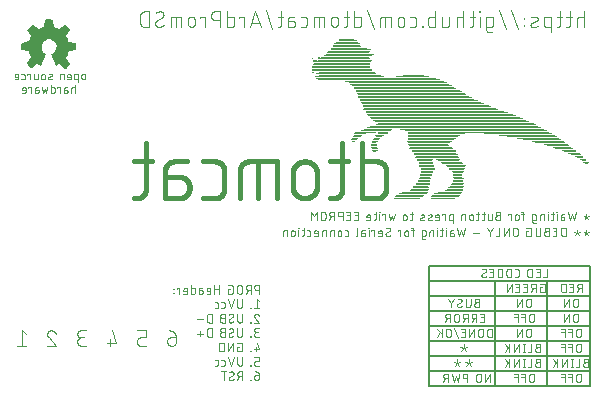
<source format=gbo>
G04 EAGLE Gerber RS-274X export*
G75*
%MOMM*%
%FSLAX34Y34*%
%LPD*%
%INSilkscreen Bottom*%
%IPPOS*%
%AMOC8*
5,1,8,0,0,1.08239X$1,22.5*%
G01*
%ADD10C,0.101600*%
%ADD11C,0.076200*%
%ADD12R,2.118362X0.084581*%
%ADD13R,2.032000X0.084581*%
%ADD14R,2.286000X0.084838*%
%ADD15R,2.202181X0.084838*%
%ADD16R,2.372362X0.084581*%
%ADD17R,2.453638X0.084581*%
%ADD18R,2.369819X0.084581*%
%ADD19R,2.456181X0.084838*%
%ADD20R,2.369819X0.084838*%
%ADD21R,2.286000X0.084581*%
%ADD22R,2.199638X0.084581*%
%ADD23R,2.115819X0.084581*%
%ADD24R,1.778000X0.084838*%
%ADD25R,1.861819X0.084838*%
%ADD26R,1.524000X0.084581*%
%ADD27R,1.607819X0.084581*%
%ADD28R,1.437638X0.084581*%
%ADD29R,1.440181X0.084838*%
%ADD30R,1.353819X0.084838*%
%ADD31R,1.356363X0.084581*%
%ADD32R,1.270000X0.084581*%
%ADD33R,1.183638X0.084581*%
%ADD34R,1.270000X0.084838*%
%ADD35R,1.099819X0.084838*%
%ADD36R,1.186181X0.084581*%
%ADD37R,1.099819X0.084581*%
%ADD38R,1.016000X0.084581*%
%ADD39R,0.929638X0.084838*%
%ADD40R,0.929638X0.084581*%
%ADD41R,1.016000X0.084838*%
%ADD42R,0.845819X0.084838*%
%ADD43R,0.845819X0.084581*%
%ADD44R,0.762000X0.084581*%
%ADD45R,0.762000X0.084838*%
%ADD46R,0.932181X0.084581*%
%ADD47R,0.932181X0.084838*%
%ADD48R,1.186181X0.084838*%
%ADD49R,1.524000X0.084838*%
%ADD50R,1.694181X0.084581*%
%ADD51R,1.183638X0.084838*%
%ADD52R,1.694181X0.084838*%
%ADD53R,0.170181X0.084838*%
%ADD54R,1.778000X0.084581*%
%ADD55R,0.254000X0.084581*%
%ADD56R,0.424181X0.084581*%
%ADD57R,0.424181X0.084838*%
%ADD58R,0.421637X0.084581*%
%ADD59R,1.353819X0.084581*%
%ADD60R,1.948181X0.084581*%
%ADD61R,0.508000X0.084581*%
%ADD62R,1.948181X0.084838*%
%ADD63R,0.594363X0.084838*%
%ADD64R,1.440181X0.084581*%
%ADD65R,0.591819X0.084581*%
%ADD66R,3.556000X0.084581*%
%ADD67R,0.678181X0.084581*%
%ADD68R,3.639819X0.084838*%
%ADD69R,3.723638X0.084581*%
%ADD70R,3.639819X0.084581*%
%ADD71R,0.340363X0.084838*%
%ADD72R,3.726181X0.084838*%
%ADD73R,3.726181X0.084581*%
%ADD74R,0.508000X0.084838*%
%ADD75R,3.723638X0.084838*%
%ADD76R,3.642363X0.084581*%
%ADD77R,3.385819X0.084838*%
%ADD78R,3.385819X0.084581*%
%ADD79R,1.861819X0.084581*%
%ADD80R,3.469638X0.084581*%
%ADD81R,3.556000X0.084838*%
%ADD82R,2.456181X0.084581*%
%ADD83R,3.810000X0.084581*%
%ADD84R,2.710181X0.084581*%
%ADD85R,3.893819X0.084838*%
%ADD86R,2.961638X0.084838*%
%ADD87R,3.977638X0.084581*%
%ADD88R,3.218181X0.084581*%
%ADD89R,4.064000X0.084581*%
%ADD90R,3.472181X0.084581*%
%ADD91R,0.591819X0.084838*%
%ADD92R,4.147819X0.084838*%
%ADD93R,3.810000X0.084838*%
%ADD94R,4.231638X0.084581*%
%ADD95R,0.675638X0.084581*%
%ADD96R,4.485638X0.084581*%
%ADD97R,4.658362X0.084581*%
%ADD98R,4.572000X0.084838*%
%ADD99R,5.080000X0.084838*%
%ADD100R,4.826000X0.084581*%
%ADD101R,5.758181X0.084581*%
%ADD102R,11.938000X0.084581*%
%ADD103R,2.710181X0.084838*%
%ADD104R,11.767819X0.084838*%
%ADD105R,2.540000X0.084581*%
%ADD106R,12.021819X0.084581*%
%ADD107R,12.275819X0.084581*%
%ADD108R,2.199638X0.084838*%
%ADD109R,12.616181X0.084838*%
%ADD110R,14.648181X0.084581*%
%ADD111R,14.307819X0.084581*%
%ADD112R,14.053819X0.084838*%
%ADD113R,13.545819X0.084581*%
%ADD114R,13.208000X0.084581*%
%ADD115R,13.124181X0.084838*%
%ADD116R,13.121638X0.084581*%
%ADD117R,12.954000X0.084581*%
%ADD118R,12.870181X0.084838*%
%ADD119R,12.870181X0.084581*%
%ADD120R,12.783819X0.084581*%
%ADD121R,12.613638X0.084838*%
%ADD122R,12.532363X0.084581*%
%ADD123R,12.278363X0.084581*%
%ADD124R,12.192000X0.084838*%
%ADD125R,11.767819X0.084581*%
%ADD126R,11.600181X0.084838*%
%ADD127R,11.430000X0.084581*%
%ADD128R,11.176000X0.084581*%
%ADD129R,11.005819X0.084838*%
%ADD130R,10.835638X0.084581*%
%ADD131R,10.668000X0.084581*%
%ADD132R,10.500363X0.084838*%
%ADD133R,10.330181X0.084581*%
%ADD134R,10.243819X0.084581*%
%ADD135R,10.076181X0.084838*%
%ADD136R,9.989819X0.084581*%
%ADD137R,9.735819X0.084581*%
%ADD138R,9.738363X0.084838*%
%ADD139R,9.568181X0.084581*%
%ADD140R,9.398000X0.084581*%
%ADD141R,9.314181X0.084838*%
%ADD142R,9.144000X0.084581*%
%ADD143R,8.973819X0.084838*%
%ADD144R,8.976363X0.084581*%
%ADD145R,8.806181X0.084581*%
%ADD146R,8.719819X0.084838*%
%ADD147R,8.719819X0.084581*%
%ADD148R,8.549638X0.084581*%
%ADD149R,8.552181X0.084838*%
%ADD150R,8.465819X0.084581*%
%ADD151R,8.382000X0.084581*%
%ADD152R,8.382000X0.084838*%
%ADD153R,8.298181X0.084581*%
%ADD154R,10.327637X0.084581*%
%ADD155R,10.073638X0.084838*%
%ADD156R,5.842000X0.084581*%
%ADD157R,2.794000X0.084581*%
%ADD158R,5.250181X0.084581*%
%ADD159R,5.250181X0.084838*%
%ADD160R,4.996181X0.084581*%
%ADD161R,0.167637X0.084581*%
%ADD162R,4.742181X0.084581*%
%ADD163R,0.254000X0.084838*%
%ADD164R,5.163819X0.084581*%
%ADD165R,5.080000X0.084581*%
%ADD166R,4.993638X0.084581*%
%ADD167R,4.909819X0.084838*%
%ADD168R,4.826000X0.084838*%
%ADD169R,4.909819X0.084581*%
%ADD170R,0.337819X0.084581*%
%ADD171R,4.572000X0.084581*%
%ADD172R,0.083819X0.084581*%
%ADD173R,4.147819X0.084581*%
%ADD174R,0.167637X0.084838*%
%ADD175R,4.064000X0.084838*%
%ADD176R,3.048000X0.084581*%
%ADD177R,2.964181X0.084838*%
%ADD178R,1.945638X0.084581*%
%ADD179C,0.406400*%
%ADD180C,0.152400*%
%ADD181C,0.050800*%

G36*
X63600Y786561D02*
X63600Y786561D01*
X63653Y786567D01*
X63674Y786580D01*
X63685Y786583D01*
X63694Y786592D01*
X63722Y786609D01*
X64611Y787371D01*
X64612Y787373D01*
X64615Y787374D01*
X65758Y788390D01*
X65760Y788395D01*
X65768Y788400D01*
X66657Y789289D01*
X66660Y789294D01*
X66668Y789300D01*
X67684Y790443D01*
X67699Y790476D01*
X67713Y790492D01*
X67716Y790508D01*
X67739Y790547D01*
X67739Y790559D01*
X67744Y790571D01*
X67737Y790629D01*
X67736Y790688D01*
X67728Y790702D01*
X67727Y790710D01*
X67719Y790720D01*
X67699Y790760D01*
X64113Y795707D01*
X64919Y797088D01*
X64920Y797093D01*
X64927Y797102D01*
X65435Y798118D01*
X65437Y798130D01*
X65451Y798159D01*
X65832Y799429D01*
X65832Y799430D01*
X65833Y799432D01*
X66297Y801055D01*
X72361Y802046D01*
X72420Y802074D01*
X72480Y802099D01*
X72483Y802104D01*
X72488Y802106D01*
X72523Y802162D01*
X72560Y802215D01*
X72562Y802222D01*
X72564Y802225D01*
X72564Y802234D01*
X72574Y802296D01*
X72574Y807884D01*
X72555Y807946D01*
X72540Y808010D01*
X72536Y808014D01*
X72534Y808019D01*
X72485Y808062D01*
X72438Y808108D01*
X72432Y808110D01*
X72429Y808112D01*
X72420Y808114D01*
X72361Y808133D01*
X66275Y809127D01*
X65956Y809872D01*
X65580Y811252D01*
X65573Y811262D01*
X65565Y811292D01*
X64803Y812943D01*
X64797Y812949D01*
X64790Y812967D01*
X64112Y814098D01*
X67576Y819171D01*
X67596Y819230D01*
X67619Y819288D01*
X67618Y819296D01*
X67620Y819305D01*
X67605Y819365D01*
X67594Y819427D01*
X67587Y819436D01*
X67586Y819441D01*
X67578Y819449D01*
X67546Y819493D01*
X66917Y820122D01*
X65906Y821260D01*
X65901Y821263D01*
X65895Y821271D01*
X64625Y822541D01*
X64617Y822545D01*
X64602Y822561D01*
X63459Y823450D01*
X63412Y823469D01*
X63368Y823495D01*
X63347Y823495D01*
X63328Y823503D01*
X63278Y823493D01*
X63227Y823492D01*
X63201Y823479D01*
X63189Y823477D01*
X63181Y823469D01*
X63155Y823456D01*
X58207Y819869D01*
X56571Y820803D01*
X56561Y820806D01*
X56539Y820819D01*
X55269Y821327D01*
X55264Y821327D01*
X55255Y821332D01*
X53495Y821919D01*
X52504Y827864D01*
X52481Y827912D01*
X52465Y827962D01*
X52451Y827974D01*
X52443Y827991D01*
X52398Y828019D01*
X52358Y828054D01*
X52333Y828060D01*
X52324Y828066D01*
X52311Y828066D01*
X52279Y828075D01*
X51009Y828202D01*
X51001Y828200D01*
X50984Y828203D01*
X48063Y828203D01*
X48056Y828201D01*
X48042Y828202D01*
X46518Y828075D01*
X46469Y828056D01*
X46417Y828044D01*
X46404Y828031D01*
X46387Y828025D01*
X46355Y827982D01*
X46317Y827945D01*
X46309Y827921D01*
X46302Y827912D01*
X46301Y827899D01*
X46290Y827868D01*
X45177Y821810D01*
X44198Y821593D01*
X44187Y821587D01*
X44150Y821577D01*
X41864Y820561D01*
X41859Y820556D01*
X41844Y820551D01*
X40840Y819993D01*
X35764Y823584D01*
X35722Y823599D01*
X35684Y823622D01*
X35656Y823621D01*
X35630Y823630D01*
X35587Y823620D01*
X35543Y823620D01*
X35506Y823601D01*
X35493Y823598D01*
X35487Y823592D01*
X35470Y823584D01*
X34581Y822949D01*
X34576Y822942D01*
X34561Y822933D01*
X33545Y822044D01*
X33542Y822039D01*
X33533Y822033D01*
X32263Y820763D01*
X32259Y820755D01*
X32245Y820742D01*
X31229Y819472D01*
X31209Y819424D01*
X31182Y819379D01*
X31182Y819360D01*
X31175Y819342D01*
X31183Y819291D01*
X31184Y819239D01*
X31197Y819214D01*
X31199Y819203D01*
X31207Y819194D01*
X31221Y819166D01*
X34687Y814337D01*
X34632Y814227D01*
X33748Y812710D01*
X33745Y812702D01*
X33736Y812687D01*
X33101Y811290D01*
X33099Y811280D01*
X33089Y811260D01*
X32626Y809756D01*
X26555Y808641D01*
X26509Y808618D01*
X26460Y808603D01*
X26447Y808587D01*
X26428Y808578D01*
X26402Y808534D01*
X26369Y808495D01*
X26362Y808467D01*
X26356Y808457D01*
X26356Y808445D01*
X26348Y808417D01*
X26221Y807147D01*
X26221Y807146D01*
X26221Y807144D01*
X26094Y805747D01*
X26096Y805740D01*
X26093Y805725D01*
X26093Y802804D01*
X26111Y802743D01*
X26124Y802681D01*
X26130Y802676D01*
X26132Y802668D01*
X26180Y802626D01*
X26224Y802582D01*
X26234Y802578D01*
X26238Y802575D01*
X26249Y802573D01*
X26301Y802554D01*
X32363Y801441D01*
X32832Y799567D01*
X32835Y799561D01*
X32837Y799548D01*
X33345Y798024D01*
X33352Y798014D01*
X33367Y797977D01*
X34174Y796592D01*
X30583Y791390D01*
X30568Y791345D01*
X30544Y791303D01*
X30546Y791279D01*
X30538Y791257D01*
X30550Y791210D01*
X30552Y791162D01*
X30569Y791132D01*
X30572Y791120D01*
X30580Y791113D01*
X30591Y791091D01*
X31480Y789948D01*
X31485Y789945D01*
X31491Y789935D01*
X32507Y788792D01*
X32511Y788789D01*
X32517Y788781D01*
X33406Y787892D01*
X33411Y787890D01*
X33418Y787881D01*
X34434Y786992D01*
X34485Y786968D01*
X34532Y786939D01*
X34548Y786939D01*
X34562Y786932D01*
X34618Y786939D01*
X34673Y786940D01*
X34692Y786949D01*
X34702Y786950D01*
X34712Y786958D01*
X34746Y786975D01*
X39685Y790432D01*
X41065Y789512D01*
X41077Y789508D01*
X41108Y789489D01*
X42632Y788854D01*
X42650Y788852D01*
X42665Y788843D01*
X42719Y788844D01*
X42772Y788838D01*
X42788Y788846D01*
X42806Y788846D01*
X42850Y788876D01*
X42899Y788899D01*
X42908Y788914D01*
X42923Y788924D01*
X42965Y788994D01*
X46902Y798900D01*
X46908Y798963D01*
X46917Y799026D01*
X46914Y799033D01*
X46915Y799040D01*
X46886Y799097D01*
X46861Y799155D01*
X46854Y799162D01*
X46852Y799166D01*
X46842Y799172D01*
X46800Y799209D01*
X45657Y799918D01*
X44702Y800827D01*
X43952Y801911D01*
X43439Y803126D01*
X43185Y804420D01*
X43200Y805738D01*
X43483Y807026D01*
X44023Y808229D01*
X44797Y809297D01*
X45772Y810184D01*
X46908Y810854D01*
X48156Y811278D01*
X49465Y811439D01*
X50817Y811319D01*
X52112Y810913D01*
X53289Y810238D01*
X54296Y809328D01*
X55083Y808223D01*
X55616Y806975D01*
X55869Y805641D01*
X55831Y804285D01*
X55504Y802968D01*
X54902Y801752D01*
X54054Y800693D01*
X52998Y799839D01*
X51760Y799220D01*
X51709Y799173D01*
X51657Y799126D01*
X51657Y799125D01*
X51656Y799124D01*
X51638Y799056D01*
X51620Y798990D01*
X51620Y798989D01*
X51620Y798988D01*
X51621Y798986D01*
X51634Y798910D01*
X55190Y788750D01*
X55210Y788722D01*
X55221Y788690D01*
X55250Y788666D01*
X55272Y788635D01*
X55303Y788622D01*
X55329Y788601D01*
X55367Y788596D01*
X55402Y788582D01*
X55436Y788588D01*
X55469Y788583D01*
X55535Y788605D01*
X55541Y788606D01*
X55543Y788608D01*
X55546Y788609D01*
X58333Y790063D01*
X63414Y786592D01*
X63465Y786576D01*
X63513Y786552D01*
X63531Y786554D01*
X63548Y786548D01*
X63600Y786561D01*
G37*
D10*
X29972Y561961D02*
X26303Y564896D01*
X26303Y551688D01*
X29972Y551688D02*
X22634Y551688D01*
X48034Y561594D02*
X48036Y561707D01*
X48042Y561819D01*
X48051Y561932D01*
X48065Y562044D01*
X48082Y562155D01*
X48103Y562266D01*
X48128Y562376D01*
X48156Y562485D01*
X48189Y562593D01*
X48225Y562700D01*
X48264Y562805D01*
X48307Y562910D01*
X48354Y563012D01*
X48404Y563113D01*
X48458Y563212D01*
X48515Y563310D01*
X48575Y563405D01*
X48638Y563498D01*
X48705Y563589D01*
X48775Y563678D01*
X48847Y563764D01*
X48923Y563848D01*
X49001Y563929D01*
X49082Y564007D01*
X49166Y564083D01*
X49252Y564155D01*
X49341Y564225D01*
X49432Y564292D01*
X49525Y564355D01*
X49620Y564415D01*
X49718Y564472D01*
X49817Y564526D01*
X49918Y564576D01*
X50020Y564623D01*
X50125Y564666D01*
X50230Y564705D01*
X50337Y564741D01*
X50445Y564774D01*
X50554Y564802D01*
X50664Y564827D01*
X50775Y564848D01*
X50886Y564865D01*
X50998Y564879D01*
X51111Y564888D01*
X51223Y564894D01*
X51336Y564896D01*
X51463Y564894D01*
X51590Y564888D01*
X51717Y564879D01*
X51843Y564866D01*
X51969Y564849D01*
X52094Y564828D01*
X52219Y564803D01*
X52342Y564775D01*
X52465Y564743D01*
X52587Y564707D01*
X52708Y564668D01*
X52828Y564625D01*
X52946Y564579D01*
X53063Y564529D01*
X53178Y564475D01*
X53291Y564418D01*
X53403Y564358D01*
X53513Y564295D01*
X53621Y564228D01*
X53727Y564158D01*
X53831Y564085D01*
X53933Y564008D01*
X54032Y563929D01*
X54129Y563847D01*
X54223Y563762D01*
X54315Y563674D01*
X54404Y563584D01*
X54490Y563490D01*
X54574Y563395D01*
X54654Y563297D01*
X54732Y563196D01*
X54807Y563093D01*
X54878Y562988D01*
X54946Y562881D01*
X55011Y562772D01*
X55073Y562661D01*
X55132Y562548D01*
X55187Y562434D01*
X55238Y562318D01*
X55286Y562200D01*
X55331Y562081D01*
X55372Y561961D01*
X49135Y559026D02*
X49053Y559106D01*
X48974Y559189D01*
X48897Y559275D01*
X48823Y559363D01*
X48753Y559454D01*
X48685Y559546D01*
X48620Y559641D01*
X48558Y559738D01*
X48500Y559837D01*
X48444Y559938D01*
X48392Y560040D01*
X48344Y560144D01*
X48299Y560250D01*
X48257Y560357D01*
X48218Y560465D01*
X48184Y560575D01*
X48152Y560685D01*
X48125Y560797D01*
X48101Y560909D01*
X48080Y561022D01*
X48064Y561136D01*
X48051Y561250D01*
X48041Y561364D01*
X48036Y561479D01*
X48034Y561594D01*
X49135Y559026D02*
X55372Y551688D01*
X48034Y551688D01*
X77103Y551688D02*
X80772Y551688D01*
X77103Y551688D02*
X76983Y551690D01*
X76863Y551696D01*
X76743Y551706D01*
X76624Y551719D01*
X76505Y551737D01*
X76387Y551758D01*
X76270Y551784D01*
X76153Y551813D01*
X76038Y551846D01*
X75924Y551883D01*
X75811Y551923D01*
X75699Y551967D01*
X75589Y552015D01*
X75480Y552066D01*
X75373Y552121D01*
X75269Y552180D01*
X75166Y552241D01*
X75065Y552306D01*
X74966Y552375D01*
X74869Y552446D01*
X74775Y552521D01*
X74684Y552598D01*
X74595Y552679D01*
X74509Y552763D01*
X74425Y552849D01*
X74344Y552938D01*
X74267Y553029D01*
X74192Y553123D01*
X74121Y553220D01*
X74052Y553319D01*
X73987Y553420D01*
X73926Y553523D01*
X73867Y553627D01*
X73812Y553734D01*
X73761Y553843D01*
X73713Y553953D01*
X73669Y554065D01*
X73629Y554178D01*
X73592Y554292D01*
X73559Y554407D01*
X73530Y554524D01*
X73504Y554641D01*
X73483Y554759D01*
X73465Y554878D01*
X73452Y554997D01*
X73442Y555117D01*
X73436Y555237D01*
X73434Y555357D01*
X73436Y555477D01*
X73442Y555597D01*
X73452Y555717D01*
X73465Y555836D01*
X73483Y555955D01*
X73504Y556073D01*
X73530Y556190D01*
X73559Y556307D01*
X73592Y556422D01*
X73629Y556536D01*
X73669Y556649D01*
X73713Y556761D01*
X73761Y556871D01*
X73812Y556980D01*
X73867Y557087D01*
X73926Y557192D01*
X73987Y557294D01*
X74052Y557395D01*
X74121Y557494D01*
X74192Y557591D01*
X74267Y557685D01*
X74344Y557776D01*
X74425Y557865D01*
X74509Y557951D01*
X74595Y558035D01*
X74684Y558116D01*
X74775Y558193D01*
X74869Y558268D01*
X74966Y558339D01*
X75065Y558408D01*
X75166Y558473D01*
X75269Y558534D01*
X75373Y558593D01*
X75480Y558648D01*
X75589Y558699D01*
X75699Y558747D01*
X75811Y558791D01*
X75924Y558831D01*
X76038Y558868D01*
X76153Y558901D01*
X76270Y558930D01*
X76387Y558956D01*
X76505Y558977D01*
X76624Y558995D01*
X76743Y559008D01*
X76863Y559018D01*
X76983Y559024D01*
X77103Y559026D01*
X76369Y564896D02*
X80772Y564896D01*
X76369Y564896D02*
X76262Y564894D01*
X76155Y564888D01*
X76048Y564878D01*
X75942Y564865D01*
X75836Y564847D01*
X75731Y564826D01*
X75627Y564801D01*
X75523Y564772D01*
X75421Y564739D01*
X75321Y564702D01*
X75221Y564662D01*
X75123Y564618D01*
X75027Y564571D01*
X74933Y564520D01*
X74840Y564466D01*
X74750Y564409D01*
X74661Y564348D01*
X74575Y564284D01*
X74492Y564217D01*
X74410Y564147D01*
X74332Y564074D01*
X74256Y563998D01*
X74183Y563920D01*
X74113Y563838D01*
X74046Y563755D01*
X73982Y563669D01*
X73921Y563580D01*
X73864Y563490D01*
X73810Y563397D01*
X73759Y563303D01*
X73712Y563207D01*
X73668Y563109D01*
X73628Y563009D01*
X73591Y562909D01*
X73558Y562807D01*
X73529Y562703D01*
X73504Y562599D01*
X73483Y562494D01*
X73465Y562388D01*
X73452Y562282D01*
X73442Y562175D01*
X73436Y562068D01*
X73434Y561961D01*
X73436Y561854D01*
X73442Y561747D01*
X73452Y561640D01*
X73465Y561534D01*
X73483Y561428D01*
X73504Y561323D01*
X73529Y561219D01*
X73558Y561115D01*
X73591Y561013D01*
X73628Y560913D01*
X73668Y560813D01*
X73712Y560715D01*
X73759Y560619D01*
X73810Y560525D01*
X73864Y560432D01*
X73921Y560342D01*
X73982Y560253D01*
X74046Y560167D01*
X74113Y560084D01*
X74183Y560002D01*
X74256Y559924D01*
X74332Y559848D01*
X74410Y559775D01*
X74492Y559705D01*
X74575Y559638D01*
X74661Y559574D01*
X74750Y559513D01*
X74840Y559456D01*
X74933Y559402D01*
X75027Y559351D01*
X75123Y559304D01*
X75221Y559260D01*
X75321Y559220D01*
X75421Y559183D01*
X75523Y559150D01*
X75627Y559121D01*
X75731Y559096D01*
X75836Y559075D01*
X75942Y559057D01*
X76048Y559044D01*
X76155Y559034D01*
X76262Y559028D01*
X76369Y559026D01*
X79304Y559026D01*
X103237Y564896D02*
X106172Y554623D01*
X98834Y554623D01*
X101036Y557558D02*
X101036Y551688D01*
X127169Y551688D02*
X131572Y551688D01*
X127169Y551688D02*
X127062Y551690D01*
X126955Y551696D01*
X126848Y551706D01*
X126742Y551719D01*
X126636Y551737D01*
X126531Y551758D01*
X126427Y551783D01*
X126323Y551812D01*
X126221Y551845D01*
X126121Y551882D01*
X126021Y551922D01*
X125923Y551966D01*
X125827Y552013D01*
X125733Y552064D01*
X125640Y552118D01*
X125550Y552175D01*
X125461Y552236D01*
X125375Y552300D01*
X125292Y552367D01*
X125210Y552437D01*
X125132Y552510D01*
X125056Y552586D01*
X124983Y552664D01*
X124913Y552746D01*
X124846Y552829D01*
X124782Y552915D01*
X124721Y553004D01*
X124664Y553094D01*
X124610Y553187D01*
X124559Y553281D01*
X124512Y553377D01*
X124468Y553475D01*
X124428Y553575D01*
X124391Y553675D01*
X124358Y553777D01*
X124329Y553881D01*
X124304Y553985D01*
X124283Y554090D01*
X124265Y554196D01*
X124252Y554302D01*
X124242Y554409D01*
X124236Y554516D01*
X124234Y554623D01*
X124234Y556091D01*
X124236Y556198D01*
X124242Y556305D01*
X124252Y556412D01*
X124265Y556518D01*
X124283Y556624D01*
X124304Y556729D01*
X124329Y556833D01*
X124358Y556937D01*
X124391Y557039D01*
X124428Y557139D01*
X124468Y557239D01*
X124512Y557337D01*
X124559Y557433D01*
X124610Y557527D01*
X124664Y557620D01*
X124721Y557710D01*
X124782Y557799D01*
X124846Y557885D01*
X124913Y557968D01*
X124983Y558050D01*
X125056Y558128D01*
X125132Y558204D01*
X125210Y558277D01*
X125292Y558347D01*
X125375Y558414D01*
X125461Y558478D01*
X125550Y558539D01*
X125640Y558596D01*
X125733Y558650D01*
X125827Y558701D01*
X125923Y558749D01*
X126021Y558792D01*
X126121Y558832D01*
X126221Y558869D01*
X126323Y558902D01*
X126427Y558931D01*
X126531Y558956D01*
X126636Y558977D01*
X126742Y558995D01*
X126848Y559008D01*
X126955Y559018D01*
X127062Y559024D01*
X127169Y559026D01*
X131572Y559026D01*
X131572Y564896D01*
X124234Y564896D01*
X152569Y559026D02*
X156972Y559026D01*
X152569Y559026D02*
X152462Y559024D01*
X152355Y559018D01*
X152248Y559008D01*
X152142Y558995D01*
X152036Y558977D01*
X151931Y558956D01*
X151827Y558931D01*
X151723Y558902D01*
X151621Y558869D01*
X151521Y558832D01*
X151421Y558792D01*
X151323Y558748D01*
X151227Y558701D01*
X151133Y558650D01*
X151040Y558596D01*
X150950Y558539D01*
X150861Y558478D01*
X150775Y558414D01*
X150692Y558347D01*
X150610Y558277D01*
X150532Y558204D01*
X150456Y558128D01*
X150383Y558050D01*
X150313Y557968D01*
X150246Y557885D01*
X150182Y557799D01*
X150121Y557710D01*
X150064Y557620D01*
X150010Y557527D01*
X149959Y557433D01*
X149912Y557337D01*
X149868Y557239D01*
X149828Y557139D01*
X149791Y557039D01*
X149758Y556937D01*
X149729Y556833D01*
X149704Y556729D01*
X149683Y556624D01*
X149665Y556518D01*
X149652Y556412D01*
X149642Y556305D01*
X149636Y556198D01*
X149634Y556091D01*
X149634Y555357D01*
X149636Y555237D01*
X149642Y555117D01*
X149652Y554997D01*
X149665Y554878D01*
X149683Y554759D01*
X149704Y554641D01*
X149730Y554524D01*
X149759Y554407D01*
X149792Y554292D01*
X149829Y554178D01*
X149869Y554065D01*
X149913Y553953D01*
X149961Y553843D01*
X150012Y553734D01*
X150067Y553627D01*
X150126Y553523D01*
X150187Y553420D01*
X150252Y553319D01*
X150321Y553220D01*
X150392Y553123D01*
X150467Y553029D01*
X150544Y552938D01*
X150625Y552849D01*
X150709Y552763D01*
X150795Y552679D01*
X150884Y552598D01*
X150975Y552521D01*
X151069Y552446D01*
X151166Y552375D01*
X151265Y552306D01*
X151366Y552241D01*
X151469Y552180D01*
X151573Y552121D01*
X151680Y552066D01*
X151789Y552015D01*
X151899Y551967D01*
X152011Y551923D01*
X152124Y551883D01*
X152238Y551846D01*
X152353Y551813D01*
X152470Y551784D01*
X152587Y551758D01*
X152705Y551737D01*
X152824Y551719D01*
X152943Y551706D01*
X153063Y551696D01*
X153183Y551690D01*
X153303Y551688D01*
X153423Y551690D01*
X153543Y551696D01*
X153663Y551706D01*
X153782Y551719D01*
X153901Y551737D01*
X154019Y551758D01*
X154136Y551784D01*
X154253Y551813D01*
X154368Y551846D01*
X154482Y551883D01*
X154595Y551923D01*
X154707Y551967D01*
X154817Y552015D01*
X154926Y552066D01*
X155033Y552121D01*
X155138Y552180D01*
X155240Y552241D01*
X155341Y552306D01*
X155440Y552375D01*
X155537Y552446D01*
X155631Y552521D01*
X155722Y552598D01*
X155811Y552679D01*
X155897Y552763D01*
X155981Y552849D01*
X156062Y552938D01*
X156139Y553029D01*
X156214Y553123D01*
X156285Y553220D01*
X156354Y553319D01*
X156419Y553420D01*
X156480Y553523D01*
X156539Y553627D01*
X156594Y553734D01*
X156645Y553843D01*
X156693Y553953D01*
X156737Y554065D01*
X156777Y554178D01*
X156814Y554292D01*
X156847Y554407D01*
X156876Y554524D01*
X156902Y554641D01*
X156923Y554759D01*
X156941Y554878D01*
X156954Y554997D01*
X156964Y555117D01*
X156970Y555237D01*
X156972Y555357D01*
X156972Y559026D01*
X156970Y559177D01*
X156964Y559328D01*
X156954Y559479D01*
X156941Y559630D01*
X156923Y559780D01*
X156902Y559929D01*
X156877Y560078D01*
X156848Y560227D01*
X156815Y560374D01*
X156778Y560521D01*
X156738Y560667D01*
X156694Y560811D01*
X156646Y560955D01*
X156595Y561097D01*
X156540Y561237D01*
X156481Y561377D01*
X156418Y561514D01*
X156353Y561650D01*
X156283Y561785D01*
X156211Y561917D01*
X156134Y562048D01*
X156055Y562176D01*
X155972Y562303D01*
X155886Y562427D01*
X155797Y562549D01*
X155705Y562669D01*
X155609Y562786D01*
X155511Y562901D01*
X155410Y563013D01*
X155306Y563123D01*
X155199Y563230D01*
X155089Y563334D01*
X154977Y563435D01*
X154862Y563533D01*
X154745Y563629D01*
X154625Y563721D01*
X154503Y563810D01*
X154379Y563896D01*
X154252Y563979D01*
X154124Y564058D01*
X153993Y564135D01*
X153861Y564207D01*
X153726Y564277D01*
X153590Y564342D01*
X153453Y564405D01*
X153313Y564464D01*
X153173Y564519D01*
X153031Y564570D01*
X152887Y564618D01*
X152743Y564662D01*
X152597Y564702D01*
X152450Y564739D01*
X152303Y564772D01*
X152154Y564801D01*
X152005Y564826D01*
X151856Y564847D01*
X151706Y564865D01*
X151555Y564878D01*
X151404Y564888D01*
X151253Y564894D01*
X151102Y564896D01*
D11*
X227400Y595926D02*
X227400Y603292D01*
X225354Y603292D01*
X225265Y603290D01*
X225176Y603284D01*
X225087Y603274D01*
X224999Y603261D01*
X224911Y603244D01*
X224824Y603222D01*
X224739Y603197D01*
X224654Y603169D01*
X224571Y603136D01*
X224489Y603100D01*
X224409Y603061D01*
X224331Y603018D01*
X224255Y602972D01*
X224180Y602922D01*
X224108Y602869D01*
X224039Y602813D01*
X223972Y602754D01*
X223907Y602693D01*
X223846Y602628D01*
X223787Y602561D01*
X223731Y602492D01*
X223678Y602420D01*
X223628Y602345D01*
X223582Y602269D01*
X223539Y602191D01*
X223500Y602111D01*
X223464Y602029D01*
X223431Y601946D01*
X223403Y601861D01*
X223378Y601776D01*
X223356Y601689D01*
X223339Y601601D01*
X223326Y601513D01*
X223316Y601424D01*
X223310Y601335D01*
X223308Y601246D01*
X223310Y601157D01*
X223316Y601068D01*
X223326Y600979D01*
X223339Y600891D01*
X223356Y600803D01*
X223378Y600716D01*
X223403Y600631D01*
X223431Y600546D01*
X223464Y600463D01*
X223500Y600381D01*
X223539Y600301D01*
X223582Y600223D01*
X223628Y600147D01*
X223678Y600072D01*
X223731Y600000D01*
X223787Y599931D01*
X223846Y599864D01*
X223907Y599799D01*
X223972Y599738D01*
X224039Y599679D01*
X224108Y599623D01*
X224180Y599570D01*
X224255Y599520D01*
X224331Y599474D01*
X224409Y599431D01*
X224489Y599392D01*
X224571Y599356D01*
X224654Y599323D01*
X224739Y599295D01*
X224824Y599270D01*
X224911Y599248D01*
X224999Y599231D01*
X225087Y599218D01*
X225176Y599208D01*
X225265Y599202D01*
X225354Y599200D01*
X227400Y599200D01*
X220152Y595926D02*
X220152Y603292D01*
X218106Y603292D01*
X218017Y603290D01*
X217928Y603284D01*
X217839Y603274D01*
X217751Y603261D01*
X217663Y603244D01*
X217576Y603222D01*
X217491Y603197D01*
X217406Y603169D01*
X217323Y603136D01*
X217241Y603100D01*
X217161Y603061D01*
X217083Y603018D01*
X217007Y602972D01*
X216932Y602922D01*
X216860Y602869D01*
X216791Y602813D01*
X216724Y602754D01*
X216659Y602693D01*
X216598Y602628D01*
X216539Y602561D01*
X216483Y602492D01*
X216430Y602420D01*
X216380Y602345D01*
X216334Y602269D01*
X216291Y602191D01*
X216252Y602111D01*
X216216Y602029D01*
X216183Y601946D01*
X216155Y601861D01*
X216130Y601776D01*
X216108Y601689D01*
X216091Y601601D01*
X216078Y601513D01*
X216068Y601424D01*
X216062Y601335D01*
X216060Y601246D01*
X216062Y601157D01*
X216068Y601068D01*
X216078Y600979D01*
X216091Y600891D01*
X216108Y600803D01*
X216130Y600716D01*
X216155Y600631D01*
X216183Y600546D01*
X216216Y600463D01*
X216252Y600381D01*
X216291Y600301D01*
X216334Y600223D01*
X216380Y600147D01*
X216430Y600072D01*
X216483Y600000D01*
X216539Y599931D01*
X216598Y599864D01*
X216659Y599799D01*
X216724Y599738D01*
X216791Y599679D01*
X216860Y599623D01*
X216932Y599570D01*
X217007Y599520D01*
X217083Y599474D01*
X217161Y599431D01*
X217241Y599392D01*
X217323Y599356D01*
X217406Y599323D01*
X217491Y599295D01*
X217576Y599270D01*
X217663Y599248D01*
X217751Y599231D01*
X217839Y599218D01*
X217928Y599208D01*
X218017Y599202D01*
X218106Y599200D01*
X220152Y599200D01*
X217696Y599200D02*
X216059Y595926D01*
X212888Y597972D02*
X212888Y601246D01*
X212886Y601335D01*
X212880Y601424D01*
X212870Y601513D01*
X212857Y601601D01*
X212840Y601689D01*
X212818Y601776D01*
X212793Y601861D01*
X212765Y601946D01*
X212732Y602029D01*
X212696Y602111D01*
X212657Y602191D01*
X212614Y602269D01*
X212568Y602345D01*
X212518Y602420D01*
X212465Y602492D01*
X212409Y602561D01*
X212350Y602628D01*
X212289Y602693D01*
X212224Y602754D01*
X212157Y602813D01*
X212088Y602869D01*
X212016Y602922D01*
X211941Y602972D01*
X211865Y603018D01*
X211787Y603061D01*
X211707Y603100D01*
X211625Y603136D01*
X211542Y603169D01*
X211457Y603197D01*
X211372Y603222D01*
X211285Y603244D01*
X211197Y603261D01*
X211109Y603274D01*
X211020Y603284D01*
X210931Y603290D01*
X210842Y603292D01*
X210753Y603290D01*
X210664Y603284D01*
X210575Y603274D01*
X210487Y603261D01*
X210399Y603244D01*
X210312Y603222D01*
X210227Y603197D01*
X210142Y603169D01*
X210059Y603136D01*
X209977Y603100D01*
X209897Y603061D01*
X209819Y603018D01*
X209743Y602972D01*
X209668Y602922D01*
X209596Y602869D01*
X209527Y602813D01*
X209460Y602754D01*
X209395Y602693D01*
X209334Y602628D01*
X209275Y602561D01*
X209219Y602492D01*
X209166Y602420D01*
X209116Y602345D01*
X209070Y602269D01*
X209027Y602191D01*
X208988Y602111D01*
X208952Y602029D01*
X208919Y601946D01*
X208891Y601861D01*
X208866Y601776D01*
X208844Y601689D01*
X208827Y601601D01*
X208814Y601513D01*
X208804Y601424D01*
X208798Y601335D01*
X208796Y601246D01*
X208795Y601246D02*
X208795Y597972D01*
X208796Y597972D02*
X208798Y597883D01*
X208804Y597794D01*
X208814Y597705D01*
X208827Y597617D01*
X208844Y597529D01*
X208866Y597442D01*
X208891Y597357D01*
X208919Y597272D01*
X208952Y597189D01*
X208988Y597107D01*
X209027Y597027D01*
X209070Y596949D01*
X209116Y596873D01*
X209166Y596798D01*
X209219Y596726D01*
X209275Y596657D01*
X209334Y596590D01*
X209395Y596525D01*
X209460Y596464D01*
X209527Y596405D01*
X209596Y596349D01*
X209668Y596296D01*
X209743Y596246D01*
X209819Y596200D01*
X209897Y596157D01*
X209977Y596118D01*
X210059Y596082D01*
X210142Y596049D01*
X210227Y596021D01*
X210312Y595996D01*
X210399Y595974D01*
X210487Y595957D01*
X210575Y595944D01*
X210664Y595934D01*
X210753Y595928D01*
X210842Y595926D01*
X210931Y595928D01*
X211020Y595934D01*
X211109Y595944D01*
X211197Y595957D01*
X211285Y595974D01*
X211372Y595996D01*
X211457Y596021D01*
X211542Y596049D01*
X211625Y596082D01*
X211707Y596118D01*
X211787Y596157D01*
X211865Y596200D01*
X211941Y596246D01*
X212016Y596296D01*
X212088Y596349D01*
X212157Y596405D01*
X212224Y596464D01*
X212289Y596525D01*
X212350Y596590D01*
X212409Y596657D01*
X212465Y596726D01*
X212518Y596798D01*
X212568Y596873D01*
X212614Y596949D01*
X212657Y597027D01*
X212696Y597107D01*
X212732Y597189D01*
X212765Y597272D01*
X212793Y597357D01*
X212818Y597442D01*
X212840Y597529D01*
X212857Y597617D01*
X212870Y597705D01*
X212880Y597794D01*
X212886Y597883D01*
X212888Y597972D01*
X202464Y600018D02*
X201236Y600018D01*
X201236Y595926D01*
X203692Y595926D01*
X203770Y595928D01*
X203848Y595933D01*
X203925Y595943D01*
X204002Y595956D01*
X204078Y595972D01*
X204153Y595992D01*
X204227Y596016D01*
X204300Y596043D01*
X204372Y596074D01*
X204442Y596108D01*
X204511Y596145D01*
X204577Y596186D01*
X204642Y596230D01*
X204704Y596276D01*
X204764Y596326D01*
X204822Y596378D01*
X204877Y596433D01*
X204929Y596491D01*
X204979Y596551D01*
X205025Y596613D01*
X205069Y596678D01*
X205110Y596745D01*
X205147Y596813D01*
X205181Y596883D01*
X205212Y596955D01*
X205239Y597028D01*
X205263Y597102D01*
X205283Y597177D01*
X205299Y597253D01*
X205312Y597330D01*
X205322Y597407D01*
X205327Y597485D01*
X205329Y597563D01*
X205329Y601655D01*
X205327Y601733D01*
X205322Y601811D01*
X205312Y601888D01*
X205299Y601965D01*
X205283Y602041D01*
X205263Y602116D01*
X205239Y602190D01*
X205212Y602263D01*
X205181Y602335D01*
X205147Y602405D01*
X205110Y602474D01*
X205069Y602540D01*
X205025Y602605D01*
X204979Y602667D01*
X204929Y602727D01*
X204877Y602785D01*
X204822Y602840D01*
X204764Y602892D01*
X204704Y602942D01*
X204642Y602988D01*
X204577Y603032D01*
X204511Y603073D01*
X204442Y603110D01*
X204372Y603144D01*
X204300Y603175D01*
X204227Y603202D01*
X204153Y603226D01*
X204078Y603246D01*
X204002Y603262D01*
X203925Y603275D01*
X203848Y603285D01*
X203770Y603290D01*
X203692Y603292D01*
X201236Y603292D01*
X193624Y603292D02*
X193624Y595926D01*
X193624Y600018D02*
X189532Y600018D01*
X189532Y603292D02*
X189532Y595926D01*
X184916Y595926D02*
X182870Y595926D01*
X184916Y595926D02*
X184985Y595928D01*
X185053Y595934D01*
X185122Y595943D01*
X185189Y595957D01*
X185256Y595974D01*
X185322Y595995D01*
X185386Y596019D01*
X185449Y596048D01*
X185510Y596079D01*
X185569Y596114D01*
X185627Y596152D01*
X185682Y596194D01*
X185734Y596238D01*
X185784Y596286D01*
X185832Y596336D01*
X185876Y596388D01*
X185918Y596443D01*
X185956Y596501D01*
X185991Y596560D01*
X186022Y596621D01*
X186051Y596684D01*
X186075Y596748D01*
X186096Y596814D01*
X186113Y596881D01*
X186127Y596948D01*
X186136Y597017D01*
X186142Y597085D01*
X186144Y597154D01*
X186144Y599200D01*
X186142Y599279D01*
X186136Y599358D01*
X186127Y599437D01*
X186114Y599515D01*
X186096Y599592D01*
X186076Y599668D01*
X186051Y599743D01*
X186023Y599817D01*
X185992Y599890D01*
X185956Y599961D01*
X185918Y600030D01*
X185876Y600097D01*
X185831Y600162D01*
X185783Y600225D01*
X185732Y600286D01*
X185678Y600343D01*
X185622Y600399D01*
X185563Y600451D01*
X185501Y600501D01*
X185437Y600547D01*
X185371Y600591D01*
X185303Y600631D01*
X185233Y600667D01*
X185161Y600701D01*
X185087Y600731D01*
X185013Y600757D01*
X184937Y600780D01*
X184860Y600798D01*
X184783Y600814D01*
X184704Y600825D01*
X184626Y600833D01*
X184547Y600837D01*
X184467Y600837D01*
X184388Y600833D01*
X184310Y600825D01*
X184231Y600814D01*
X184154Y600798D01*
X184077Y600780D01*
X184001Y600757D01*
X183927Y600731D01*
X183853Y600701D01*
X183781Y600667D01*
X183711Y600631D01*
X183643Y600591D01*
X183577Y600547D01*
X183513Y600501D01*
X183451Y600451D01*
X183392Y600399D01*
X183336Y600343D01*
X183282Y600286D01*
X183231Y600225D01*
X183183Y600162D01*
X183138Y600097D01*
X183096Y600030D01*
X183058Y599961D01*
X183022Y599890D01*
X182991Y599817D01*
X182963Y599743D01*
X182938Y599668D01*
X182918Y599592D01*
X182900Y599515D01*
X182887Y599437D01*
X182878Y599358D01*
X182872Y599279D01*
X182870Y599200D01*
X182870Y598382D01*
X186144Y598382D01*
X178413Y598791D02*
X176571Y598791D01*
X178413Y598790D02*
X178488Y598788D01*
X178563Y598782D01*
X178637Y598772D01*
X178711Y598759D01*
X178784Y598741D01*
X178856Y598720D01*
X178926Y598695D01*
X178995Y598666D01*
X179063Y598634D01*
X179129Y598598D01*
X179193Y598559D01*
X179255Y598517D01*
X179314Y598471D01*
X179371Y598422D01*
X179426Y598371D01*
X179477Y598316D01*
X179526Y598259D01*
X179572Y598200D01*
X179614Y598138D01*
X179653Y598074D01*
X179689Y598008D01*
X179721Y597940D01*
X179750Y597871D01*
X179775Y597801D01*
X179796Y597729D01*
X179814Y597656D01*
X179827Y597582D01*
X179837Y597508D01*
X179843Y597433D01*
X179845Y597358D01*
X179843Y597283D01*
X179837Y597208D01*
X179827Y597134D01*
X179814Y597060D01*
X179796Y596987D01*
X179775Y596915D01*
X179750Y596845D01*
X179721Y596776D01*
X179689Y596708D01*
X179653Y596642D01*
X179614Y596578D01*
X179572Y596516D01*
X179526Y596457D01*
X179477Y596400D01*
X179426Y596345D01*
X179371Y596294D01*
X179314Y596245D01*
X179255Y596199D01*
X179193Y596157D01*
X179129Y596118D01*
X179063Y596082D01*
X178995Y596050D01*
X178926Y596021D01*
X178856Y595996D01*
X178784Y595975D01*
X178711Y595957D01*
X178637Y595944D01*
X178563Y595934D01*
X178488Y595928D01*
X178413Y595926D01*
X176571Y595926D01*
X176571Y599609D01*
X176573Y599678D01*
X176579Y599746D01*
X176588Y599815D01*
X176602Y599882D01*
X176619Y599949D01*
X176640Y600015D01*
X176664Y600079D01*
X176693Y600142D01*
X176724Y600203D01*
X176759Y600262D01*
X176797Y600320D01*
X176839Y600375D01*
X176883Y600427D01*
X176931Y600477D01*
X176981Y600525D01*
X177033Y600569D01*
X177088Y600611D01*
X177146Y600649D01*
X177205Y600684D01*
X177266Y600715D01*
X177329Y600744D01*
X177393Y600768D01*
X177459Y600789D01*
X177526Y600806D01*
X177593Y600820D01*
X177662Y600829D01*
X177730Y600835D01*
X177799Y600837D01*
X179436Y600837D01*
X169988Y603292D02*
X169988Y595926D01*
X172034Y595926D01*
X172103Y595928D01*
X172171Y595934D01*
X172240Y595943D01*
X172307Y595957D01*
X172374Y595974D01*
X172440Y595995D01*
X172504Y596019D01*
X172567Y596048D01*
X172628Y596079D01*
X172687Y596114D01*
X172745Y596152D01*
X172800Y596194D01*
X172852Y596238D01*
X172902Y596286D01*
X172950Y596336D01*
X172994Y596388D01*
X173036Y596443D01*
X173074Y596501D01*
X173109Y596560D01*
X173140Y596621D01*
X173169Y596684D01*
X173193Y596748D01*
X173214Y596814D01*
X173231Y596881D01*
X173245Y596948D01*
X173254Y597017D01*
X173260Y597085D01*
X173262Y597154D01*
X173261Y597154D02*
X173261Y599609D01*
X173262Y599609D02*
X173260Y599678D01*
X173254Y599746D01*
X173245Y599815D01*
X173231Y599882D01*
X173214Y599949D01*
X173193Y600015D01*
X173169Y600079D01*
X173140Y600142D01*
X173109Y600203D01*
X173074Y600262D01*
X173036Y600320D01*
X172994Y600375D01*
X172950Y600427D01*
X172902Y600477D01*
X172852Y600525D01*
X172800Y600569D01*
X172745Y600611D01*
X172687Y600649D01*
X172628Y600684D01*
X172567Y600715D01*
X172504Y600744D01*
X172440Y600768D01*
X172374Y600789D01*
X172307Y600806D01*
X172240Y600820D01*
X172171Y600829D01*
X172103Y600835D01*
X172034Y600837D01*
X169988Y600837D01*
X165409Y595926D02*
X163363Y595926D01*
X165409Y595926D02*
X165478Y595928D01*
X165546Y595934D01*
X165615Y595943D01*
X165682Y595957D01*
X165749Y595974D01*
X165815Y595995D01*
X165879Y596019D01*
X165942Y596048D01*
X166003Y596079D01*
X166062Y596114D01*
X166120Y596152D01*
X166175Y596194D01*
X166227Y596238D01*
X166277Y596286D01*
X166325Y596336D01*
X166369Y596388D01*
X166411Y596443D01*
X166449Y596501D01*
X166484Y596560D01*
X166515Y596621D01*
X166544Y596684D01*
X166568Y596748D01*
X166589Y596814D01*
X166606Y596881D01*
X166620Y596948D01*
X166629Y597017D01*
X166635Y597085D01*
X166637Y597154D01*
X166637Y599200D01*
X166635Y599279D01*
X166629Y599358D01*
X166620Y599437D01*
X166607Y599515D01*
X166589Y599592D01*
X166569Y599668D01*
X166544Y599743D01*
X166516Y599817D01*
X166485Y599890D01*
X166449Y599961D01*
X166411Y600030D01*
X166369Y600097D01*
X166324Y600162D01*
X166276Y600225D01*
X166225Y600286D01*
X166171Y600343D01*
X166115Y600399D01*
X166056Y600451D01*
X165994Y600501D01*
X165930Y600547D01*
X165864Y600591D01*
X165796Y600631D01*
X165726Y600667D01*
X165654Y600701D01*
X165580Y600731D01*
X165506Y600757D01*
X165430Y600780D01*
X165353Y600798D01*
X165276Y600814D01*
X165197Y600825D01*
X165119Y600833D01*
X165040Y600837D01*
X164960Y600837D01*
X164881Y600833D01*
X164803Y600825D01*
X164724Y600814D01*
X164647Y600798D01*
X164570Y600780D01*
X164494Y600757D01*
X164420Y600731D01*
X164346Y600701D01*
X164274Y600667D01*
X164204Y600631D01*
X164136Y600591D01*
X164070Y600547D01*
X164006Y600501D01*
X163944Y600451D01*
X163885Y600399D01*
X163829Y600343D01*
X163775Y600286D01*
X163724Y600225D01*
X163676Y600162D01*
X163631Y600097D01*
X163589Y600030D01*
X163551Y599961D01*
X163515Y599890D01*
X163484Y599817D01*
X163456Y599743D01*
X163431Y599668D01*
X163411Y599592D01*
X163393Y599515D01*
X163380Y599437D01*
X163371Y599358D01*
X163365Y599279D01*
X163363Y599200D01*
X163363Y598382D01*
X166637Y598382D01*
X160007Y600837D02*
X160007Y595926D01*
X160007Y600837D02*
X157552Y600837D01*
X157552Y600018D01*
X155207Y596949D02*
X155207Y596540D01*
X155207Y596949D02*
X154798Y596949D01*
X154798Y596540D01*
X155207Y596540D01*
X155207Y599814D02*
X155207Y600223D01*
X154798Y600223D01*
X154798Y599814D01*
X155207Y599814D01*
X225354Y591100D02*
X227400Y589463D01*
X225354Y591100D02*
X225354Y583734D01*
X227400Y583734D02*
X223308Y583734D01*
X220438Y583734D02*
X220438Y584143D01*
X220029Y584143D01*
X220029Y583734D01*
X220438Y583734D01*
X213014Y585780D02*
X213014Y591100D01*
X213014Y585780D02*
X213012Y585691D01*
X213006Y585602D01*
X212996Y585513D01*
X212983Y585425D01*
X212966Y585337D01*
X212944Y585250D01*
X212919Y585165D01*
X212891Y585080D01*
X212858Y584997D01*
X212822Y584915D01*
X212783Y584835D01*
X212740Y584757D01*
X212694Y584681D01*
X212644Y584606D01*
X212591Y584534D01*
X212535Y584465D01*
X212476Y584398D01*
X212415Y584333D01*
X212350Y584272D01*
X212283Y584213D01*
X212214Y584157D01*
X212142Y584104D01*
X212067Y584054D01*
X211991Y584008D01*
X211913Y583965D01*
X211833Y583926D01*
X211751Y583890D01*
X211668Y583857D01*
X211583Y583829D01*
X211498Y583804D01*
X211411Y583782D01*
X211323Y583765D01*
X211235Y583752D01*
X211146Y583742D01*
X211057Y583736D01*
X210968Y583734D01*
X210879Y583736D01*
X210790Y583742D01*
X210701Y583752D01*
X210613Y583765D01*
X210525Y583782D01*
X210438Y583804D01*
X210353Y583829D01*
X210268Y583857D01*
X210185Y583890D01*
X210103Y583926D01*
X210023Y583965D01*
X209945Y584008D01*
X209869Y584054D01*
X209794Y584104D01*
X209722Y584157D01*
X209653Y584213D01*
X209586Y584272D01*
X209521Y584333D01*
X209460Y584398D01*
X209401Y584465D01*
X209345Y584534D01*
X209292Y584606D01*
X209242Y584681D01*
X209196Y584757D01*
X209153Y584835D01*
X209114Y584915D01*
X209078Y584997D01*
X209045Y585080D01*
X209017Y585165D01*
X208992Y585250D01*
X208970Y585337D01*
X208953Y585425D01*
X208940Y585513D01*
X208930Y585602D01*
X208924Y585691D01*
X208922Y585780D01*
X208922Y591100D01*
X205864Y591100D02*
X203409Y583734D01*
X200953Y591100D01*
X196981Y583734D02*
X195344Y583734D01*
X196981Y583734D02*
X197050Y583736D01*
X197118Y583742D01*
X197187Y583751D01*
X197254Y583765D01*
X197321Y583782D01*
X197387Y583803D01*
X197451Y583827D01*
X197514Y583856D01*
X197575Y583887D01*
X197634Y583922D01*
X197692Y583960D01*
X197747Y584002D01*
X197799Y584046D01*
X197849Y584094D01*
X197897Y584144D01*
X197941Y584196D01*
X197983Y584251D01*
X198021Y584309D01*
X198056Y584368D01*
X198087Y584429D01*
X198116Y584492D01*
X198140Y584556D01*
X198161Y584622D01*
X198178Y584689D01*
X198192Y584756D01*
X198201Y584825D01*
X198207Y584893D01*
X198209Y584962D01*
X198209Y587417D01*
X198207Y587486D01*
X198201Y587554D01*
X198192Y587623D01*
X198178Y587690D01*
X198161Y587757D01*
X198140Y587823D01*
X198116Y587887D01*
X198087Y587950D01*
X198056Y588011D01*
X198021Y588070D01*
X197983Y588128D01*
X197941Y588183D01*
X197897Y588235D01*
X197849Y588285D01*
X197799Y588333D01*
X197747Y588377D01*
X197692Y588419D01*
X197634Y588457D01*
X197575Y588492D01*
X197514Y588523D01*
X197451Y588552D01*
X197387Y588576D01*
X197321Y588597D01*
X197254Y588614D01*
X197187Y588628D01*
X197118Y588637D01*
X197050Y588643D01*
X196981Y588645D01*
X195344Y588645D01*
X191373Y583734D02*
X189736Y583734D01*
X191373Y583734D02*
X191442Y583736D01*
X191510Y583742D01*
X191579Y583751D01*
X191646Y583765D01*
X191713Y583782D01*
X191779Y583803D01*
X191843Y583827D01*
X191906Y583856D01*
X191967Y583887D01*
X192026Y583922D01*
X192084Y583960D01*
X192139Y584002D01*
X192191Y584046D01*
X192241Y584094D01*
X192289Y584144D01*
X192333Y584196D01*
X192375Y584251D01*
X192413Y584309D01*
X192448Y584368D01*
X192479Y584429D01*
X192508Y584492D01*
X192532Y584556D01*
X192553Y584622D01*
X192570Y584689D01*
X192584Y584756D01*
X192593Y584825D01*
X192599Y584893D01*
X192601Y584962D01*
X192601Y587417D01*
X192599Y587486D01*
X192593Y587554D01*
X192584Y587623D01*
X192570Y587690D01*
X192553Y587757D01*
X192532Y587823D01*
X192508Y587887D01*
X192479Y587950D01*
X192448Y588011D01*
X192413Y588070D01*
X192375Y588128D01*
X192333Y588183D01*
X192289Y588235D01*
X192241Y588285D01*
X192191Y588333D01*
X192139Y588377D01*
X192084Y588419D01*
X192026Y588457D01*
X191967Y588492D01*
X191906Y588523D01*
X191843Y588552D01*
X191779Y588576D01*
X191713Y588597D01*
X191646Y588614D01*
X191579Y588628D01*
X191510Y588637D01*
X191442Y588643D01*
X191373Y588645D01*
X189736Y588645D01*
X223308Y577067D02*
X223310Y577152D01*
X223316Y577237D01*
X223326Y577321D01*
X223339Y577405D01*
X223357Y577489D01*
X223378Y577571D01*
X223403Y577652D01*
X223432Y577732D01*
X223465Y577811D01*
X223501Y577888D01*
X223541Y577963D01*
X223584Y578037D01*
X223630Y578108D01*
X223680Y578177D01*
X223733Y578244D01*
X223789Y578308D01*
X223848Y578369D01*
X223909Y578428D01*
X223973Y578484D01*
X224040Y578537D01*
X224109Y578587D01*
X224180Y578633D01*
X224254Y578676D01*
X224329Y578716D01*
X224406Y578752D01*
X224485Y578785D01*
X224565Y578814D01*
X224646Y578839D01*
X224728Y578860D01*
X224812Y578878D01*
X224896Y578891D01*
X224980Y578901D01*
X225065Y578907D01*
X225150Y578909D01*
X225150Y578908D02*
X225246Y578906D01*
X225342Y578900D01*
X225437Y578890D01*
X225532Y578877D01*
X225627Y578859D01*
X225720Y578838D01*
X225813Y578813D01*
X225904Y578784D01*
X225995Y578752D01*
X226084Y578716D01*
X226171Y578676D01*
X226257Y578633D01*
X226341Y578587D01*
X226423Y578537D01*
X226503Y578483D01*
X226580Y578427D01*
X226655Y578367D01*
X226728Y578305D01*
X226798Y578239D01*
X226866Y578171D01*
X226931Y578100D01*
X226992Y578027D01*
X227051Y577951D01*
X227107Y577872D01*
X227159Y577792D01*
X227208Y577709D01*
X227254Y577625D01*
X227296Y577539D01*
X227334Y577451D01*
X227369Y577362D01*
X227401Y577271D01*
X223922Y575635D02*
X223862Y575694D01*
X223805Y575756D01*
X223750Y575820D01*
X223699Y575887D01*
X223650Y575956D01*
X223604Y576026D01*
X223561Y576099D01*
X223521Y576173D01*
X223485Y576249D01*
X223452Y576327D01*
X223422Y576406D01*
X223395Y576486D01*
X223372Y576567D01*
X223353Y576649D01*
X223337Y576731D01*
X223324Y576815D01*
X223315Y576899D01*
X223310Y576983D01*
X223308Y577067D01*
X223922Y575634D02*
X227400Y571542D01*
X223308Y571542D01*
X220438Y571542D02*
X220438Y571951D01*
X220029Y571951D01*
X220029Y571542D01*
X220438Y571542D01*
X213014Y573588D02*
X213014Y578908D01*
X213014Y573588D02*
X213012Y573499D01*
X213006Y573410D01*
X212996Y573321D01*
X212983Y573233D01*
X212966Y573145D01*
X212944Y573058D01*
X212919Y572973D01*
X212891Y572888D01*
X212858Y572805D01*
X212822Y572723D01*
X212783Y572643D01*
X212740Y572565D01*
X212694Y572489D01*
X212644Y572414D01*
X212591Y572342D01*
X212535Y572273D01*
X212476Y572206D01*
X212415Y572141D01*
X212350Y572080D01*
X212283Y572021D01*
X212214Y571965D01*
X212142Y571912D01*
X212067Y571862D01*
X211991Y571816D01*
X211913Y571773D01*
X211833Y571734D01*
X211751Y571698D01*
X211668Y571665D01*
X211583Y571637D01*
X211498Y571612D01*
X211411Y571590D01*
X211323Y571573D01*
X211235Y571560D01*
X211146Y571550D01*
X211057Y571544D01*
X210968Y571542D01*
X210879Y571544D01*
X210790Y571550D01*
X210701Y571560D01*
X210613Y571573D01*
X210525Y571590D01*
X210438Y571612D01*
X210353Y571637D01*
X210268Y571665D01*
X210185Y571698D01*
X210103Y571734D01*
X210023Y571773D01*
X209945Y571816D01*
X209869Y571862D01*
X209794Y571912D01*
X209722Y571965D01*
X209653Y572021D01*
X209586Y572080D01*
X209521Y572141D01*
X209460Y572206D01*
X209401Y572273D01*
X209345Y572342D01*
X209292Y572414D01*
X209242Y572489D01*
X209196Y572565D01*
X209153Y572643D01*
X209114Y572723D01*
X209078Y572805D01*
X209045Y572888D01*
X209017Y572973D01*
X208992Y573058D01*
X208970Y573145D01*
X208953Y573233D01*
X208940Y573321D01*
X208930Y573410D01*
X208924Y573499D01*
X208922Y573588D01*
X208922Y578908D01*
X201606Y573179D02*
X201608Y573101D01*
X201613Y573023D01*
X201623Y572946D01*
X201636Y572869D01*
X201652Y572793D01*
X201672Y572718D01*
X201696Y572644D01*
X201723Y572571D01*
X201754Y572499D01*
X201788Y572429D01*
X201825Y572360D01*
X201866Y572294D01*
X201910Y572229D01*
X201956Y572167D01*
X202006Y572107D01*
X202058Y572049D01*
X202113Y571994D01*
X202171Y571942D01*
X202231Y571892D01*
X202293Y571846D01*
X202358Y571802D01*
X202425Y571761D01*
X202493Y571724D01*
X202563Y571690D01*
X202635Y571659D01*
X202708Y571632D01*
X202782Y571608D01*
X202857Y571588D01*
X202933Y571572D01*
X203010Y571559D01*
X203087Y571549D01*
X203165Y571544D01*
X203243Y571542D01*
X203357Y571544D01*
X203470Y571549D01*
X203584Y571559D01*
X203697Y571572D01*
X203809Y571589D01*
X203921Y571609D01*
X204032Y571633D01*
X204143Y571661D01*
X204252Y571692D01*
X204360Y571727D01*
X204467Y571766D01*
X204573Y571808D01*
X204677Y571853D01*
X204780Y571902D01*
X204881Y571955D01*
X204980Y572010D01*
X205078Y572069D01*
X205173Y572131D01*
X205266Y572196D01*
X205358Y572264D01*
X205446Y572335D01*
X205533Y572409D01*
X205617Y572486D01*
X205698Y572565D01*
X205494Y577271D02*
X205492Y577349D01*
X205487Y577427D01*
X205477Y577504D01*
X205464Y577581D01*
X205448Y577657D01*
X205428Y577732D01*
X205404Y577806D01*
X205377Y577879D01*
X205346Y577951D01*
X205312Y578021D01*
X205275Y578090D01*
X205234Y578156D01*
X205190Y578221D01*
X205144Y578283D01*
X205094Y578343D01*
X205042Y578401D01*
X204987Y578456D01*
X204929Y578508D01*
X204869Y578558D01*
X204807Y578604D01*
X204742Y578648D01*
X204676Y578689D01*
X204607Y578726D01*
X204537Y578760D01*
X204465Y578791D01*
X204392Y578818D01*
X204318Y578842D01*
X204243Y578862D01*
X204167Y578878D01*
X204090Y578891D01*
X204013Y578901D01*
X203935Y578906D01*
X203857Y578908D01*
X203747Y578906D01*
X203638Y578900D01*
X203528Y578890D01*
X203420Y578877D01*
X203311Y578859D01*
X203204Y578838D01*
X203097Y578812D01*
X202991Y578783D01*
X202886Y578751D01*
X202783Y578714D01*
X202681Y578674D01*
X202580Y578630D01*
X202481Y578582D01*
X202384Y578532D01*
X202289Y578477D01*
X202196Y578419D01*
X202105Y578358D01*
X202016Y578294D01*
X204676Y575838D02*
X204743Y575880D01*
X204808Y575924D01*
X204870Y575972D01*
X204930Y576022D01*
X204988Y576075D01*
X205043Y576131D01*
X205095Y576190D01*
X205145Y576250D01*
X205192Y576314D01*
X205235Y576379D01*
X205276Y576446D01*
X205313Y576515D01*
X205347Y576586D01*
X205378Y576658D01*
X205405Y576732D01*
X205429Y576806D01*
X205449Y576882D01*
X205465Y576959D01*
X205478Y577036D01*
X205488Y577114D01*
X205493Y577193D01*
X205495Y577271D01*
X202425Y574611D02*
X202359Y574570D01*
X202294Y574525D01*
X202232Y574478D01*
X202172Y574427D01*
X202114Y574374D01*
X202059Y574318D01*
X202006Y574260D01*
X201957Y574199D01*
X201910Y574136D01*
X201867Y574071D01*
X201826Y574004D01*
X201789Y573935D01*
X201755Y573864D01*
X201724Y573792D01*
X201697Y573718D01*
X201673Y573643D01*
X201653Y573568D01*
X201637Y573491D01*
X201624Y573414D01*
X201614Y573336D01*
X201609Y573257D01*
X201607Y573179D01*
X202425Y574611D02*
X204676Y575839D01*
X198266Y575634D02*
X196220Y575634D01*
X196131Y575632D01*
X196042Y575626D01*
X195953Y575616D01*
X195865Y575603D01*
X195777Y575586D01*
X195690Y575564D01*
X195605Y575539D01*
X195520Y575511D01*
X195437Y575478D01*
X195355Y575442D01*
X195275Y575403D01*
X195197Y575360D01*
X195121Y575314D01*
X195046Y575264D01*
X194974Y575211D01*
X194905Y575155D01*
X194838Y575096D01*
X194773Y575035D01*
X194712Y574970D01*
X194653Y574903D01*
X194597Y574834D01*
X194544Y574762D01*
X194494Y574687D01*
X194448Y574611D01*
X194405Y574533D01*
X194366Y574453D01*
X194330Y574371D01*
X194297Y574288D01*
X194269Y574203D01*
X194244Y574118D01*
X194222Y574031D01*
X194205Y573943D01*
X194192Y573855D01*
X194182Y573766D01*
X194176Y573677D01*
X194174Y573588D01*
X194176Y573499D01*
X194182Y573410D01*
X194192Y573321D01*
X194205Y573233D01*
X194222Y573145D01*
X194244Y573058D01*
X194269Y572973D01*
X194297Y572888D01*
X194330Y572805D01*
X194366Y572723D01*
X194405Y572643D01*
X194448Y572565D01*
X194494Y572489D01*
X194544Y572414D01*
X194597Y572342D01*
X194653Y572273D01*
X194712Y572206D01*
X194773Y572141D01*
X194838Y572080D01*
X194905Y572021D01*
X194974Y571965D01*
X195046Y571912D01*
X195121Y571862D01*
X195197Y571816D01*
X195275Y571773D01*
X195355Y571734D01*
X195437Y571698D01*
X195520Y571665D01*
X195605Y571637D01*
X195690Y571612D01*
X195777Y571590D01*
X195865Y571573D01*
X195953Y571560D01*
X196042Y571550D01*
X196131Y571544D01*
X196220Y571542D01*
X198266Y571542D01*
X198266Y578908D01*
X196220Y578908D01*
X196141Y578906D01*
X196062Y578900D01*
X195983Y578891D01*
X195905Y578878D01*
X195828Y578860D01*
X195752Y578840D01*
X195677Y578815D01*
X195603Y578787D01*
X195530Y578756D01*
X195459Y578720D01*
X195390Y578682D01*
X195323Y578640D01*
X195258Y578595D01*
X195195Y578547D01*
X195134Y578496D01*
X195077Y578442D01*
X195021Y578386D01*
X194969Y578327D01*
X194919Y578265D01*
X194873Y578201D01*
X194829Y578135D01*
X194789Y578067D01*
X194753Y577997D01*
X194719Y577925D01*
X194689Y577851D01*
X194663Y577777D01*
X194640Y577701D01*
X194622Y577624D01*
X194606Y577547D01*
X194595Y577468D01*
X194587Y577390D01*
X194583Y577311D01*
X194583Y577231D01*
X194587Y577152D01*
X194595Y577074D01*
X194606Y576995D01*
X194622Y576918D01*
X194640Y576841D01*
X194663Y576765D01*
X194689Y576691D01*
X194719Y576617D01*
X194753Y576545D01*
X194789Y576475D01*
X194829Y576407D01*
X194873Y576341D01*
X194919Y576277D01*
X194969Y576215D01*
X195021Y576156D01*
X195077Y576100D01*
X195134Y576046D01*
X195195Y575995D01*
X195258Y575947D01*
X195323Y575902D01*
X195390Y575860D01*
X195459Y575822D01*
X195530Y575786D01*
X195603Y575755D01*
X195677Y575727D01*
X195752Y575702D01*
X195828Y575682D01*
X195905Y575664D01*
X195983Y575651D01*
X196062Y575642D01*
X196141Y575636D01*
X196220Y575634D01*
X187167Y578908D02*
X187167Y571542D01*
X187167Y578908D02*
X185121Y578908D01*
X185032Y578906D01*
X184943Y578900D01*
X184854Y578890D01*
X184766Y578877D01*
X184678Y578860D01*
X184591Y578838D01*
X184506Y578813D01*
X184421Y578785D01*
X184338Y578752D01*
X184256Y578716D01*
X184176Y578677D01*
X184098Y578634D01*
X184022Y578588D01*
X183947Y578538D01*
X183875Y578485D01*
X183806Y578429D01*
X183739Y578370D01*
X183674Y578309D01*
X183613Y578244D01*
X183554Y578177D01*
X183498Y578108D01*
X183445Y578036D01*
X183395Y577961D01*
X183349Y577885D01*
X183306Y577807D01*
X183267Y577727D01*
X183231Y577645D01*
X183198Y577562D01*
X183170Y577477D01*
X183145Y577392D01*
X183123Y577305D01*
X183106Y577217D01*
X183093Y577129D01*
X183083Y577040D01*
X183077Y576951D01*
X183075Y576862D01*
X183075Y573588D01*
X183077Y573499D01*
X183083Y573410D01*
X183093Y573321D01*
X183106Y573233D01*
X183123Y573145D01*
X183145Y573058D01*
X183170Y572973D01*
X183198Y572888D01*
X183231Y572805D01*
X183267Y572723D01*
X183306Y572643D01*
X183349Y572565D01*
X183395Y572489D01*
X183445Y572414D01*
X183498Y572342D01*
X183554Y572273D01*
X183613Y572206D01*
X183674Y572141D01*
X183739Y572080D01*
X183806Y572021D01*
X183875Y571965D01*
X183947Y571912D01*
X184022Y571862D01*
X184098Y571816D01*
X184176Y571773D01*
X184256Y571734D01*
X184338Y571698D01*
X184421Y571665D01*
X184506Y571637D01*
X184591Y571612D01*
X184678Y571590D01*
X184766Y571573D01*
X184854Y571560D01*
X184943Y571550D01*
X185032Y571544D01*
X185121Y571542D01*
X187167Y571542D01*
X179529Y574407D02*
X174619Y574407D01*
X225354Y559350D02*
X227400Y559350D01*
X225354Y559350D02*
X225265Y559352D01*
X225176Y559358D01*
X225087Y559368D01*
X224999Y559381D01*
X224911Y559398D01*
X224824Y559420D01*
X224739Y559445D01*
X224654Y559473D01*
X224571Y559506D01*
X224489Y559542D01*
X224409Y559581D01*
X224331Y559624D01*
X224255Y559670D01*
X224180Y559720D01*
X224108Y559773D01*
X224039Y559829D01*
X223972Y559888D01*
X223907Y559949D01*
X223846Y560014D01*
X223787Y560081D01*
X223731Y560150D01*
X223678Y560222D01*
X223628Y560297D01*
X223582Y560373D01*
X223539Y560451D01*
X223500Y560531D01*
X223464Y560613D01*
X223431Y560696D01*
X223403Y560781D01*
X223378Y560866D01*
X223356Y560953D01*
X223339Y561041D01*
X223326Y561129D01*
X223316Y561218D01*
X223310Y561307D01*
X223308Y561396D01*
X223310Y561485D01*
X223316Y561574D01*
X223326Y561663D01*
X223339Y561751D01*
X223356Y561839D01*
X223378Y561926D01*
X223403Y562011D01*
X223431Y562096D01*
X223464Y562179D01*
X223500Y562261D01*
X223539Y562341D01*
X223582Y562419D01*
X223628Y562495D01*
X223678Y562570D01*
X223731Y562642D01*
X223787Y562711D01*
X223846Y562778D01*
X223907Y562843D01*
X223972Y562904D01*
X224039Y562963D01*
X224108Y563019D01*
X224180Y563072D01*
X224255Y563122D01*
X224331Y563168D01*
X224409Y563211D01*
X224489Y563250D01*
X224571Y563286D01*
X224654Y563319D01*
X224739Y563347D01*
X224824Y563372D01*
X224911Y563394D01*
X224999Y563411D01*
X225087Y563424D01*
X225176Y563434D01*
X225265Y563440D01*
X225354Y563442D01*
X224945Y566716D02*
X227400Y566716D01*
X224945Y566716D02*
X224866Y566714D01*
X224787Y566708D01*
X224708Y566699D01*
X224630Y566686D01*
X224553Y566668D01*
X224477Y566648D01*
X224402Y566623D01*
X224328Y566595D01*
X224255Y566564D01*
X224184Y566528D01*
X224115Y566490D01*
X224048Y566448D01*
X223983Y566403D01*
X223920Y566355D01*
X223859Y566304D01*
X223802Y566250D01*
X223746Y566194D01*
X223694Y566135D01*
X223644Y566073D01*
X223598Y566009D01*
X223554Y565943D01*
X223514Y565875D01*
X223478Y565805D01*
X223444Y565733D01*
X223414Y565659D01*
X223388Y565585D01*
X223365Y565509D01*
X223347Y565432D01*
X223331Y565355D01*
X223320Y565276D01*
X223312Y565198D01*
X223308Y565119D01*
X223308Y565039D01*
X223312Y564960D01*
X223320Y564882D01*
X223331Y564803D01*
X223347Y564726D01*
X223365Y564649D01*
X223388Y564573D01*
X223414Y564499D01*
X223444Y564425D01*
X223478Y564353D01*
X223514Y564283D01*
X223554Y564215D01*
X223598Y564149D01*
X223644Y564085D01*
X223694Y564023D01*
X223746Y563964D01*
X223802Y563908D01*
X223859Y563854D01*
X223920Y563803D01*
X223983Y563755D01*
X224048Y563710D01*
X224115Y563668D01*
X224184Y563630D01*
X224255Y563594D01*
X224328Y563563D01*
X224402Y563535D01*
X224477Y563510D01*
X224553Y563490D01*
X224630Y563472D01*
X224708Y563459D01*
X224787Y563450D01*
X224866Y563444D01*
X224945Y563442D01*
X226582Y563442D01*
X220438Y559759D02*
X220438Y559350D01*
X220438Y559759D02*
X220029Y559759D01*
X220029Y559350D01*
X220438Y559350D01*
X213014Y561396D02*
X213014Y566716D01*
X213014Y561396D02*
X213012Y561307D01*
X213006Y561218D01*
X212996Y561129D01*
X212983Y561041D01*
X212966Y560953D01*
X212944Y560866D01*
X212919Y560781D01*
X212891Y560696D01*
X212858Y560613D01*
X212822Y560531D01*
X212783Y560451D01*
X212740Y560373D01*
X212694Y560297D01*
X212644Y560222D01*
X212591Y560150D01*
X212535Y560081D01*
X212476Y560014D01*
X212415Y559949D01*
X212350Y559888D01*
X212283Y559829D01*
X212214Y559773D01*
X212142Y559720D01*
X212067Y559670D01*
X211991Y559624D01*
X211913Y559581D01*
X211833Y559542D01*
X211751Y559506D01*
X211668Y559473D01*
X211583Y559445D01*
X211498Y559420D01*
X211411Y559398D01*
X211323Y559381D01*
X211235Y559368D01*
X211146Y559358D01*
X211057Y559352D01*
X210968Y559350D01*
X210879Y559352D01*
X210790Y559358D01*
X210701Y559368D01*
X210613Y559381D01*
X210525Y559398D01*
X210438Y559420D01*
X210353Y559445D01*
X210268Y559473D01*
X210185Y559506D01*
X210103Y559542D01*
X210023Y559581D01*
X209945Y559624D01*
X209869Y559670D01*
X209794Y559720D01*
X209722Y559773D01*
X209653Y559829D01*
X209586Y559888D01*
X209521Y559949D01*
X209460Y560014D01*
X209401Y560081D01*
X209345Y560150D01*
X209292Y560222D01*
X209242Y560297D01*
X209196Y560373D01*
X209153Y560451D01*
X209114Y560531D01*
X209078Y560613D01*
X209045Y560696D01*
X209017Y560781D01*
X208992Y560866D01*
X208970Y560953D01*
X208953Y561041D01*
X208940Y561129D01*
X208930Y561218D01*
X208924Y561307D01*
X208922Y561396D01*
X208922Y566716D01*
X201606Y560987D02*
X201608Y560909D01*
X201613Y560831D01*
X201623Y560754D01*
X201636Y560677D01*
X201652Y560601D01*
X201672Y560526D01*
X201696Y560452D01*
X201723Y560379D01*
X201754Y560307D01*
X201788Y560237D01*
X201825Y560168D01*
X201866Y560102D01*
X201910Y560037D01*
X201956Y559975D01*
X202006Y559915D01*
X202058Y559857D01*
X202113Y559802D01*
X202171Y559750D01*
X202231Y559700D01*
X202293Y559654D01*
X202358Y559610D01*
X202425Y559569D01*
X202493Y559532D01*
X202563Y559498D01*
X202635Y559467D01*
X202708Y559440D01*
X202782Y559416D01*
X202857Y559396D01*
X202933Y559380D01*
X203010Y559367D01*
X203087Y559357D01*
X203165Y559352D01*
X203243Y559350D01*
X203357Y559352D01*
X203470Y559357D01*
X203584Y559367D01*
X203697Y559380D01*
X203809Y559397D01*
X203921Y559417D01*
X204032Y559441D01*
X204143Y559469D01*
X204252Y559500D01*
X204360Y559535D01*
X204467Y559574D01*
X204573Y559616D01*
X204677Y559661D01*
X204780Y559710D01*
X204881Y559763D01*
X204980Y559818D01*
X205078Y559877D01*
X205173Y559939D01*
X205266Y560004D01*
X205358Y560072D01*
X205446Y560143D01*
X205533Y560217D01*
X205617Y560294D01*
X205698Y560373D01*
X205494Y565079D02*
X205492Y565157D01*
X205487Y565235D01*
X205477Y565312D01*
X205464Y565389D01*
X205448Y565465D01*
X205428Y565540D01*
X205404Y565614D01*
X205377Y565687D01*
X205346Y565759D01*
X205312Y565829D01*
X205275Y565898D01*
X205234Y565964D01*
X205190Y566029D01*
X205144Y566091D01*
X205094Y566151D01*
X205042Y566209D01*
X204987Y566264D01*
X204929Y566316D01*
X204869Y566366D01*
X204807Y566412D01*
X204742Y566456D01*
X204676Y566497D01*
X204607Y566534D01*
X204537Y566568D01*
X204465Y566599D01*
X204392Y566626D01*
X204318Y566650D01*
X204243Y566670D01*
X204167Y566686D01*
X204090Y566699D01*
X204013Y566709D01*
X203935Y566714D01*
X203857Y566716D01*
X203747Y566714D01*
X203638Y566708D01*
X203528Y566698D01*
X203420Y566685D01*
X203311Y566667D01*
X203204Y566646D01*
X203097Y566620D01*
X202991Y566591D01*
X202886Y566559D01*
X202783Y566522D01*
X202681Y566482D01*
X202580Y566438D01*
X202481Y566390D01*
X202384Y566340D01*
X202289Y566285D01*
X202196Y566227D01*
X202105Y566166D01*
X202016Y566102D01*
X204676Y563646D02*
X204743Y563688D01*
X204808Y563732D01*
X204870Y563780D01*
X204930Y563830D01*
X204988Y563883D01*
X205043Y563939D01*
X205095Y563998D01*
X205145Y564058D01*
X205192Y564122D01*
X205235Y564187D01*
X205276Y564254D01*
X205313Y564323D01*
X205347Y564394D01*
X205378Y564466D01*
X205405Y564540D01*
X205429Y564614D01*
X205449Y564690D01*
X205465Y564767D01*
X205478Y564844D01*
X205488Y564922D01*
X205493Y565001D01*
X205495Y565079D01*
X202425Y562419D02*
X202359Y562378D01*
X202294Y562333D01*
X202232Y562286D01*
X202172Y562235D01*
X202114Y562182D01*
X202059Y562126D01*
X202006Y562068D01*
X201957Y562007D01*
X201910Y561944D01*
X201867Y561879D01*
X201826Y561812D01*
X201789Y561743D01*
X201755Y561672D01*
X201724Y561600D01*
X201697Y561526D01*
X201673Y561451D01*
X201653Y561376D01*
X201637Y561299D01*
X201624Y561222D01*
X201614Y561144D01*
X201609Y561065D01*
X201607Y560987D01*
X202425Y562419D02*
X204676Y563647D01*
X198266Y563442D02*
X196220Y563442D01*
X196131Y563440D01*
X196042Y563434D01*
X195953Y563424D01*
X195865Y563411D01*
X195777Y563394D01*
X195690Y563372D01*
X195605Y563347D01*
X195520Y563319D01*
X195437Y563286D01*
X195355Y563250D01*
X195275Y563211D01*
X195197Y563168D01*
X195121Y563122D01*
X195046Y563072D01*
X194974Y563019D01*
X194905Y562963D01*
X194838Y562904D01*
X194773Y562843D01*
X194712Y562778D01*
X194653Y562711D01*
X194597Y562642D01*
X194544Y562570D01*
X194494Y562495D01*
X194448Y562419D01*
X194405Y562341D01*
X194366Y562261D01*
X194330Y562179D01*
X194297Y562096D01*
X194269Y562011D01*
X194244Y561926D01*
X194222Y561839D01*
X194205Y561751D01*
X194192Y561663D01*
X194182Y561574D01*
X194176Y561485D01*
X194174Y561396D01*
X194176Y561307D01*
X194182Y561218D01*
X194192Y561129D01*
X194205Y561041D01*
X194222Y560953D01*
X194244Y560866D01*
X194269Y560781D01*
X194297Y560696D01*
X194330Y560613D01*
X194366Y560531D01*
X194405Y560451D01*
X194448Y560373D01*
X194494Y560297D01*
X194544Y560222D01*
X194597Y560150D01*
X194653Y560081D01*
X194712Y560014D01*
X194773Y559949D01*
X194838Y559888D01*
X194905Y559829D01*
X194974Y559773D01*
X195046Y559720D01*
X195121Y559670D01*
X195197Y559624D01*
X195275Y559581D01*
X195355Y559542D01*
X195437Y559506D01*
X195520Y559473D01*
X195605Y559445D01*
X195690Y559420D01*
X195777Y559398D01*
X195865Y559381D01*
X195953Y559368D01*
X196042Y559358D01*
X196131Y559352D01*
X196220Y559350D01*
X198266Y559350D01*
X198266Y566716D01*
X196220Y566716D01*
X196141Y566714D01*
X196062Y566708D01*
X195983Y566699D01*
X195905Y566686D01*
X195828Y566668D01*
X195752Y566648D01*
X195677Y566623D01*
X195603Y566595D01*
X195530Y566564D01*
X195459Y566528D01*
X195390Y566490D01*
X195323Y566448D01*
X195258Y566403D01*
X195195Y566355D01*
X195134Y566304D01*
X195077Y566250D01*
X195021Y566194D01*
X194969Y566135D01*
X194919Y566073D01*
X194873Y566009D01*
X194829Y565943D01*
X194789Y565875D01*
X194753Y565805D01*
X194719Y565733D01*
X194689Y565659D01*
X194663Y565585D01*
X194640Y565509D01*
X194622Y565432D01*
X194606Y565355D01*
X194595Y565276D01*
X194587Y565198D01*
X194583Y565119D01*
X194583Y565039D01*
X194587Y564960D01*
X194595Y564882D01*
X194606Y564803D01*
X194622Y564726D01*
X194640Y564649D01*
X194663Y564573D01*
X194689Y564499D01*
X194719Y564425D01*
X194753Y564353D01*
X194789Y564283D01*
X194829Y564215D01*
X194873Y564149D01*
X194919Y564085D01*
X194969Y564023D01*
X195021Y563964D01*
X195077Y563908D01*
X195134Y563854D01*
X195195Y563803D01*
X195258Y563755D01*
X195323Y563710D01*
X195390Y563668D01*
X195459Y563630D01*
X195530Y563594D01*
X195603Y563563D01*
X195677Y563535D01*
X195752Y563510D01*
X195828Y563490D01*
X195905Y563472D01*
X195983Y563459D01*
X196062Y563450D01*
X196141Y563444D01*
X196220Y563442D01*
X187167Y566716D02*
X187167Y559350D01*
X187167Y566716D02*
X185121Y566716D01*
X185032Y566714D01*
X184943Y566708D01*
X184854Y566698D01*
X184766Y566685D01*
X184678Y566668D01*
X184591Y566646D01*
X184506Y566621D01*
X184421Y566593D01*
X184338Y566560D01*
X184256Y566524D01*
X184176Y566485D01*
X184098Y566442D01*
X184022Y566396D01*
X183947Y566346D01*
X183875Y566293D01*
X183806Y566237D01*
X183739Y566178D01*
X183674Y566117D01*
X183613Y566052D01*
X183554Y565985D01*
X183498Y565916D01*
X183445Y565844D01*
X183395Y565769D01*
X183349Y565693D01*
X183306Y565615D01*
X183267Y565535D01*
X183231Y565453D01*
X183198Y565370D01*
X183170Y565285D01*
X183145Y565200D01*
X183123Y565113D01*
X183106Y565025D01*
X183093Y564937D01*
X183083Y564848D01*
X183077Y564759D01*
X183075Y564670D01*
X183075Y561396D01*
X183077Y561307D01*
X183083Y561218D01*
X183093Y561129D01*
X183106Y561041D01*
X183123Y560953D01*
X183145Y560866D01*
X183170Y560781D01*
X183198Y560696D01*
X183231Y560613D01*
X183267Y560531D01*
X183306Y560451D01*
X183349Y560373D01*
X183395Y560297D01*
X183445Y560222D01*
X183498Y560150D01*
X183554Y560081D01*
X183613Y560014D01*
X183674Y559949D01*
X183739Y559888D01*
X183806Y559829D01*
X183875Y559773D01*
X183947Y559720D01*
X184022Y559670D01*
X184098Y559624D01*
X184176Y559581D01*
X184256Y559542D01*
X184338Y559506D01*
X184421Y559473D01*
X184506Y559445D01*
X184591Y559420D01*
X184678Y559398D01*
X184766Y559381D01*
X184854Y559368D01*
X184943Y559358D01*
X185032Y559352D01*
X185121Y559350D01*
X187167Y559350D01*
X179529Y562215D02*
X174619Y562215D01*
X177074Y564670D02*
X177074Y559759D01*
X225764Y554524D02*
X227400Y548795D01*
X223308Y548795D01*
X224536Y550432D02*
X224536Y547158D01*
X220438Y547158D02*
X220438Y547567D01*
X220029Y547567D01*
X220029Y547158D01*
X220438Y547158D01*
X210149Y551250D02*
X208922Y551250D01*
X208922Y547158D01*
X211377Y547158D01*
X211455Y547160D01*
X211533Y547165D01*
X211610Y547175D01*
X211687Y547188D01*
X211763Y547204D01*
X211838Y547224D01*
X211912Y547248D01*
X211985Y547275D01*
X212057Y547306D01*
X212127Y547340D01*
X212196Y547377D01*
X212262Y547418D01*
X212327Y547462D01*
X212389Y547508D01*
X212449Y547558D01*
X212507Y547610D01*
X212562Y547665D01*
X212614Y547723D01*
X212664Y547783D01*
X212710Y547845D01*
X212754Y547910D01*
X212795Y547977D01*
X212832Y548045D01*
X212866Y548115D01*
X212897Y548187D01*
X212924Y548260D01*
X212948Y548334D01*
X212968Y548409D01*
X212984Y548485D01*
X212997Y548562D01*
X213007Y548639D01*
X213012Y548717D01*
X213014Y548795D01*
X213014Y552887D01*
X213012Y552965D01*
X213007Y553043D01*
X212997Y553120D01*
X212984Y553197D01*
X212968Y553273D01*
X212948Y553348D01*
X212924Y553422D01*
X212897Y553495D01*
X212866Y553567D01*
X212832Y553637D01*
X212795Y553706D01*
X212754Y553772D01*
X212710Y553837D01*
X212664Y553899D01*
X212614Y553959D01*
X212562Y554017D01*
X212507Y554072D01*
X212449Y554124D01*
X212389Y554174D01*
X212327Y554220D01*
X212262Y554264D01*
X212196Y554305D01*
X212127Y554342D01*
X212057Y554376D01*
X211985Y554407D01*
X211912Y554434D01*
X211838Y554458D01*
X211763Y554478D01*
X211687Y554494D01*
X211610Y554507D01*
X211533Y554517D01*
X211455Y554522D01*
X211377Y554524D01*
X208922Y554524D01*
X205211Y554524D02*
X205211Y547158D01*
X201119Y547158D02*
X205211Y554524D01*
X201119Y554524D02*
X201119Y547158D01*
X197408Y547158D02*
X197408Y554524D01*
X195362Y554524D01*
X195273Y554522D01*
X195184Y554516D01*
X195095Y554506D01*
X195007Y554493D01*
X194919Y554476D01*
X194832Y554454D01*
X194747Y554429D01*
X194662Y554401D01*
X194579Y554368D01*
X194497Y554332D01*
X194417Y554293D01*
X194339Y554250D01*
X194263Y554204D01*
X194188Y554154D01*
X194116Y554101D01*
X194047Y554045D01*
X193980Y553986D01*
X193915Y553925D01*
X193854Y553860D01*
X193795Y553793D01*
X193739Y553724D01*
X193686Y553652D01*
X193636Y553577D01*
X193590Y553501D01*
X193547Y553423D01*
X193508Y553343D01*
X193472Y553261D01*
X193439Y553178D01*
X193411Y553093D01*
X193386Y553008D01*
X193364Y552921D01*
X193347Y552833D01*
X193334Y552745D01*
X193324Y552656D01*
X193318Y552567D01*
X193316Y552478D01*
X193316Y549204D01*
X193318Y549115D01*
X193324Y549026D01*
X193334Y548937D01*
X193347Y548849D01*
X193364Y548761D01*
X193386Y548674D01*
X193411Y548589D01*
X193439Y548504D01*
X193472Y548421D01*
X193508Y548339D01*
X193547Y548259D01*
X193590Y548181D01*
X193636Y548105D01*
X193686Y548030D01*
X193739Y547958D01*
X193795Y547889D01*
X193854Y547822D01*
X193915Y547757D01*
X193980Y547696D01*
X194047Y547637D01*
X194116Y547581D01*
X194188Y547528D01*
X194263Y547478D01*
X194339Y547432D01*
X194417Y547389D01*
X194497Y547350D01*
X194579Y547314D01*
X194662Y547281D01*
X194747Y547253D01*
X194832Y547228D01*
X194919Y547206D01*
X195007Y547189D01*
X195095Y547176D01*
X195184Y547166D01*
X195273Y547160D01*
X195362Y547158D01*
X197408Y547158D01*
X224945Y534966D02*
X227400Y534966D01*
X224945Y534966D02*
X224865Y534968D01*
X224785Y534974D01*
X224705Y534984D01*
X224626Y534997D01*
X224547Y535015D01*
X224470Y535036D01*
X224394Y535062D01*
X224319Y535091D01*
X224245Y535123D01*
X224173Y535159D01*
X224103Y535199D01*
X224036Y535242D01*
X223970Y535288D01*
X223907Y535338D01*
X223846Y535390D01*
X223787Y535445D01*
X223732Y535504D01*
X223680Y535564D01*
X223630Y535628D01*
X223584Y535693D01*
X223541Y535761D01*
X223501Y535831D01*
X223465Y535903D01*
X223433Y535977D01*
X223404Y536051D01*
X223379Y536128D01*
X223357Y536205D01*
X223339Y536284D01*
X223326Y536363D01*
X223316Y536442D01*
X223310Y536523D01*
X223308Y536603D01*
X223308Y537422D01*
X223310Y537500D01*
X223315Y537578D01*
X223325Y537655D01*
X223338Y537732D01*
X223354Y537808D01*
X223374Y537883D01*
X223398Y537957D01*
X223425Y538030D01*
X223456Y538102D01*
X223490Y538172D01*
X223527Y538241D01*
X223568Y538307D01*
X223612Y538372D01*
X223658Y538434D01*
X223708Y538494D01*
X223760Y538552D01*
X223815Y538607D01*
X223873Y538659D01*
X223933Y538709D01*
X223995Y538755D01*
X224060Y538799D01*
X224127Y538840D01*
X224195Y538877D01*
X224265Y538911D01*
X224337Y538942D01*
X224410Y538969D01*
X224484Y538993D01*
X224559Y539013D01*
X224635Y539029D01*
X224712Y539042D01*
X224789Y539052D01*
X224867Y539057D01*
X224945Y539059D01*
X224945Y539058D02*
X227400Y539058D01*
X227400Y542332D01*
X223308Y542332D01*
X220438Y535375D02*
X220438Y534966D01*
X220438Y535375D02*
X220029Y535375D01*
X220029Y534966D01*
X220438Y534966D01*
X213014Y537012D02*
X213014Y542332D01*
X213014Y537012D02*
X213012Y536923D01*
X213006Y536834D01*
X212996Y536745D01*
X212983Y536657D01*
X212966Y536569D01*
X212944Y536482D01*
X212919Y536397D01*
X212891Y536312D01*
X212858Y536229D01*
X212822Y536147D01*
X212783Y536067D01*
X212740Y535989D01*
X212694Y535913D01*
X212644Y535838D01*
X212591Y535766D01*
X212535Y535697D01*
X212476Y535630D01*
X212415Y535565D01*
X212350Y535504D01*
X212283Y535445D01*
X212214Y535389D01*
X212142Y535336D01*
X212067Y535286D01*
X211991Y535240D01*
X211913Y535197D01*
X211833Y535158D01*
X211751Y535122D01*
X211668Y535089D01*
X211583Y535061D01*
X211498Y535036D01*
X211411Y535014D01*
X211323Y534997D01*
X211235Y534984D01*
X211146Y534974D01*
X211057Y534968D01*
X210968Y534966D01*
X210879Y534968D01*
X210790Y534974D01*
X210701Y534984D01*
X210613Y534997D01*
X210525Y535014D01*
X210438Y535036D01*
X210353Y535061D01*
X210268Y535089D01*
X210185Y535122D01*
X210103Y535158D01*
X210023Y535197D01*
X209945Y535240D01*
X209869Y535286D01*
X209794Y535336D01*
X209722Y535389D01*
X209653Y535445D01*
X209586Y535504D01*
X209521Y535565D01*
X209460Y535630D01*
X209401Y535697D01*
X209345Y535766D01*
X209292Y535838D01*
X209242Y535913D01*
X209196Y535989D01*
X209153Y536067D01*
X209114Y536147D01*
X209078Y536229D01*
X209045Y536312D01*
X209017Y536397D01*
X208992Y536482D01*
X208970Y536569D01*
X208953Y536657D01*
X208940Y536745D01*
X208930Y536834D01*
X208924Y536923D01*
X208922Y537012D01*
X208922Y542332D01*
X205864Y542332D02*
X203409Y534966D01*
X200953Y542332D01*
X196981Y534966D02*
X195344Y534966D01*
X196981Y534966D02*
X197050Y534968D01*
X197118Y534974D01*
X197187Y534983D01*
X197254Y534997D01*
X197321Y535014D01*
X197387Y535035D01*
X197451Y535059D01*
X197514Y535088D01*
X197575Y535119D01*
X197634Y535154D01*
X197692Y535192D01*
X197747Y535234D01*
X197799Y535278D01*
X197849Y535326D01*
X197897Y535376D01*
X197941Y535428D01*
X197983Y535483D01*
X198021Y535541D01*
X198056Y535600D01*
X198087Y535661D01*
X198116Y535724D01*
X198140Y535788D01*
X198161Y535854D01*
X198178Y535921D01*
X198192Y535988D01*
X198201Y536057D01*
X198207Y536125D01*
X198209Y536194D01*
X198209Y538649D01*
X198207Y538718D01*
X198201Y538786D01*
X198192Y538855D01*
X198178Y538922D01*
X198161Y538989D01*
X198140Y539055D01*
X198116Y539119D01*
X198087Y539182D01*
X198056Y539243D01*
X198021Y539302D01*
X197983Y539360D01*
X197941Y539415D01*
X197897Y539467D01*
X197849Y539517D01*
X197799Y539565D01*
X197747Y539609D01*
X197692Y539651D01*
X197634Y539689D01*
X197575Y539724D01*
X197514Y539755D01*
X197451Y539784D01*
X197387Y539808D01*
X197321Y539829D01*
X197254Y539846D01*
X197187Y539860D01*
X197118Y539869D01*
X197050Y539875D01*
X196981Y539877D01*
X195344Y539877D01*
X191373Y534966D02*
X189736Y534966D01*
X191373Y534966D02*
X191442Y534968D01*
X191510Y534974D01*
X191579Y534983D01*
X191646Y534997D01*
X191713Y535014D01*
X191779Y535035D01*
X191843Y535059D01*
X191906Y535088D01*
X191967Y535119D01*
X192026Y535154D01*
X192084Y535192D01*
X192139Y535234D01*
X192191Y535278D01*
X192241Y535326D01*
X192289Y535376D01*
X192333Y535428D01*
X192375Y535483D01*
X192413Y535541D01*
X192448Y535600D01*
X192479Y535661D01*
X192508Y535724D01*
X192532Y535788D01*
X192553Y535854D01*
X192570Y535921D01*
X192584Y535988D01*
X192593Y536057D01*
X192599Y536125D01*
X192601Y536194D01*
X192601Y538649D01*
X192599Y538718D01*
X192593Y538786D01*
X192584Y538855D01*
X192570Y538922D01*
X192553Y538989D01*
X192532Y539055D01*
X192508Y539119D01*
X192479Y539182D01*
X192448Y539243D01*
X192413Y539302D01*
X192375Y539360D01*
X192333Y539415D01*
X192289Y539467D01*
X192241Y539517D01*
X192191Y539565D01*
X192139Y539609D01*
X192084Y539651D01*
X192026Y539689D01*
X191967Y539724D01*
X191906Y539755D01*
X191843Y539784D01*
X191779Y539808D01*
X191713Y539829D01*
X191646Y539846D01*
X191579Y539860D01*
X191510Y539869D01*
X191442Y539875D01*
X191373Y539877D01*
X189736Y539877D01*
X224945Y526866D02*
X227400Y526866D01*
X224945Y526866D02*
X224865Y526864D01*
X224785Y526858D01*
X224705Y526848D01*
X224626Y526835D01*
X224547Y526817D01*
X224470Y526796D01*
X224394Y526770D01*
X224319Y526741D01*
X224245Y526709D01*
X224173Y526673D01*
X224103Y526633D01*
X224036Y526590D01*
X223970Y526544D01*
X223907Y526494D01*
X223846Y526442D01*
X223787Y526387D01*
X223732Y526328D01*
X223680Y526268D01*
X223630Y526204D01*
X223584Y526138D01*
X223541Y526071D01*
X223501Y526001D01*
X223465Y525929D01*
X223433Y525855D01*
X223404Y525781D01*
X223378Y525704D01*
X223357Y525627D01*
X223339Y525548D01*
X223326Y525469D01*
X223316Y525389D01*
X223310Y525309D01*
X223308Y525229D01*
X223308Y525230D02*
X223308Y524820D01*
X223310Y524731D01*
X223316Y524642D01*
X223326Y524553D01*
X223339Y524465D01*
X223356Y524377D01*
X223378Y524290D01*
X223403Y524205D01*
X223431Y524120D01*
X223464Y524037D01*
X223500Y523955D01*
X223539Y523875D01*
X223582Y523797D01*
X223628Y523721D01*
X223678Y523646D01*
X223731Y523574D01*
X223787Y523505D01*
X223846Y523438D01*
X223907Y523373D01*
X223972Y523312D01*
X224039Y523253D01*
X224108Y523197D01*
X224180Y523144D01*
X224255Y523094D01*
X224331Y523048D01*
X224409Y523005D01*
X224489Y522966D01*
X224571Y522930D01*
X224654Y522897D01*
X224739Y522869D01*
X224824Y522844D01*
X224911Y522822D01*
X224999Y522805D01*
X225087Y522792D01*
X225176Y522782D01*
X225265Y522776D01*
X225354Y522774D01*
X225443Y522776D01*
X225532Y522782D01*
X225621Y522792D01*
X225709Y522805D01*
X225797Y522822D01*
X225884Y522844D01*
X225969Y522869D01*
X226054Y522897D01*
X226137Y522930D01*
X226219Y522966D01*
X226299Y523005D01*
X226377Y523048D01*
X226453Y523094D01*
X226528Y523144D01*
X226600Y523197D01*
X226669Y523253D01*
X226736Y523312D01*
X226801Y523373D01*
X226862Y523438D01*
X226921Y523505D01*
X226977Y523574D01*
X227030Y523646D01*
X227080Y523721D01*
X227126Y523797D01*
X227169Y523875D01*
X227208Y523955D01*
X227244Y524037D01*
X227277Y524120D01*
X227305Y524205D01*
X227330Y524290D01*
X227352Y524377D01*
X227369Y524465D01*
X227382Y524553D01*
X227392Y524642D01*
X227398Y524731D01*
X227400Y524820D01*
X227400Y526866D01*
X227401Y526866D02*
X227399Y526978D01*
X227393Y527089D01*
X227384Y527201D01*
X227371Y527312D01*
X227353Y527422D01*
X227333Y527532D01*
X227308Y527641D01*
X227280Y527749D01*
X227248Y527856D01*
X227212Y527962D01*
X227173Y528067D01*
X227130Y528170D01*
X227084Y528272D01*
X227034Y528372D01*
X226981Y528471D01*
X226924Y528567D01*
X226865Y528662D01*
X226802Y528754D01*
X226736Y528844D01*
X226667Y528932D01*
X226595Y529018D01*
X226520Y529101D01*
X226442Y529181D01*
X226362Y529259D01*
X226279Y529334D01*
X226193Y529406D01*
X226105Y529475D01*
X226015Y529541D01*
X225923Y529604D01*
X225828Y529663D01*
X225732Y529720D01*
X225633Y529773D01*
X225533Y529823D01*
X225431Y529869D01*
X225328Y529912D01*
X225223Y529951D01*
X225117Y529987D01*
X225010Y530019D01*
X224902Y530047D01*
X224793Y530072D01*
X224683Y530092D01*
X224573Y530110D01*
X224462Y530123D01*
X224350Y530132D01*
X224239Y530138D01*
X224127Y530140D01*
X220438Y523183D02*
X220438Y522774D01*
X220438Y523183D02*
X220029Y523183D01*
X220029Y522774D01*
X220438Y522774D01*
X212963Y522774D02*
X212963Y530140D01*
X210917Y530140D01*
X210828Y530138D01*
X210739Y530132D01*
X210650Y530122D01*
X210562Y530109D01*
X210474Y530092D01*
X210387Y530070D01*
X210302Y530045D01*
X210217Y530017D01*
X210134Y529984D01*
X210052Y529948D01*
X209972Y529909D01*
X209894Y529866D01*
X209818Y529820D01*
X209743Y529770D01*
X209671Y529717D01*
X209602Y529661D01*
X209535Y529602D01*
X209470Y529541D01*
X209409Y529476D01*
X209350Y529409D01*
X209294Y529340D01*
X209241Y529268D01*
X209191Y529193D01*
X209145Y529117D01*
X209102Y529039D01*
X209063Y528959D01*
X209027Y528877D01*
X208994Y528794D01*
X208966Y528709D01*
X208941Y528624D01*
X208919Y528537D01*
X208902Y528449D01*
X208889Y528361D01*
X208879Y528272D01*
X208873Y528183D01*
X208871Y528094D01*
X208873Y528005D01*
X208879Y527916D01*
X208889Y527827D01*
X208902Y527739D01*
X208919Y527651D01*
X208941Y527564D01*
X208966Y527479D01*
X208994Y527394D01*
X209027Y527311D01*
X209063Y527229D01*
X209102Y527149D01*
X209145Y527071D01*
X209191Y526995D01*
X209241Y526920D01*
X209294Y526848D01*
X209350Y526779D01*
X209409Y526712D01*
X209470Y526647D01*
X209535Y526586D01*
X209602Y526527D01*
X209671Y526471D01*
X209743Y526418D01*
X209818Y526368D01*
X209894Y526322D01*
X209972Y526279D01*
X210052Y526240D01*
X210134Y526204D01*
X210217Y526171D01*
X210302Y526143D01*
X210387Y526118D01*
X210474Y526096D01*
X210562Y526079D01*
X210650Y526066D01*
X210739Y526056D01*
X210828Y526050D01*
X210917Y526048D01*
X212963Y526048D01*
X210507Y526048D02*
X208870Y522774D01*
X203487Y522774D02*
X203409Y522776D01*
X203331Y522781D01*
X203254Y522791D01*
X203177Y522804D01*
X203101Y522820D01*
X203026Y522840D01*
X202952Y522864D01*
X202879Y522891D01*
X202807Y522922D01*
X202737Y522956D01*
X202669Y522993D01*
X202602Y523034D01*
X202537Y523078D01*
X202475Y523124D01*
X202415Y523174D01*
X202357Y523226D01*
X202302Y523281D01*
X202250Y523339D01*
X202200Y523399D01*
X202154Y523461D01*
X202110Y523526D01*
X202069Y523592D01*
X202032Y523661D01*
X201998Y523731D01*
X201967Y523803D01*
X201940Y523876D01*
X201916Y523950D01*
X201896Y524025D01*
X201880Y524101D01*
X201867Y524178D01*
X201857Y524255D01*
X201852Y524333D01*
X201850Y524411D01*
X203487Y522774D02*
X203601Y522776D01*
X203714Y522781D01*
X203828Y522791D01*
X203941Y522804D01*
X204053Y522821D01*
X204165Y522841D01*
X204276Y522865D01*
X204387Y522893D01*
X204496Y522924D01*
X204604Y522959D01*
X204711Y522998D01*
X204817Y523040D01*
X204921Y523085D01*
X205024Y523134D01*
X205125Y523187D01*
X205224Y523242D01*
X205322Y523301D01*
X205417Y523363D01*
X205510Y523428D01*
X205602Y523496D01*
X205690Y523567D01*
X205777Y523641D01*
X205861Y523718D01*
X205942Y523797D01*
X205738Y528503D02*
X205736Y528581D01*
X205731Y528659D01*
X205721Y528736D01*
X205708Y528813D01*
X205692Y528889D01*
X205672Y528964D01*
X205648Y529038D01*
X205621Y529111D01*
X205590Y529183D01*
X205556Y529253D01*
X205519Y529322D01*
X205478Y529388D01*
X205434Y529453D01*
X205388Y529515D01*
X205338Y529575D01*
X205286Y529633D01*
X205231Y529688D01*
X205173Y529740D01*
X205113Y529790D01*
X205051Y529836D01*
X204986Y529880D01*
X204920Y529921D01*
X204851Y529958D01*
X204781Y529992D01*
X204709Y530023D01*
X204636Y530050D01*
X204562Y530074D01*
X204487Y530094D01*
X204411Y530110D01*
X204334Y530123D01*
X204257Y530133D01*
X204179Y530138D01*
X204101Y530140D01*
X203991Y530138D01*
X203882Y530132D01*
X203772Y530122D01*
X203664Y530109D01*
X203555Y530091D01*
X203448Y530070D01*
X203341Y530044D01*
X203235Y530015D01*
X203130Y529983D01*
X203027Y529946D01*
X202925Y529906D01*
X202824Y529862D01*
X202725Y529814D01*
X202628Y529764D01*
X202533Y529709D01*
X202440Y529651D01*
X202349Y529590D01*
X202260Y529526D01*
X204919Y527070D02*
X204986Y527112D01*
X205051Y527156D01*
X205113Y527204D01*
X205173Y527254D01*
X205231Y527307D01*
X205286Y527363D01*
X205338Y527422D01*
X205388Y527482D01*
X205435Y527546D01*
X205478Y527611D01*
X205519Y527678D01*
X205556Y527747D01*
X205590Y527818D01*
X205621Y527890D01*
X205648Y527964D01*
X205672Y528038D01*
X205692Y528114D01*
X205708Y528191D01*
X205721Y528268D01*
X205731Y528346D01*
X205736Y528425D01*
X205738Y528503D01*
X202669Y525843D02*
X202603Y525802D01*
X202538Y525757D01*
X202476Y525710D01*
X202416Y525659D01*
X202358Y525606D01*
X202303Y525550D01*
X202250Y525492D01*
X202201Y525431D01*
X202154Y525368D01*
X202111Y525303D01*
X202070Y525236D01*
X202033Y525167D01*
X201999Y525096D01*
X201968Y525024D01*
X201941Y524950D01*
X201917Y524875D01*
X201897Y524800D01*
X201881Y524723D01*
X201868Y524646D01*
X201858Y524568D01*
X201853Y524489D01*
X201851Y524411D01*
X202669Y525843D02*
X204919Y527071D01*
X197313Y530140D02*
X197313Y522774D01*
X199359Y530140D02*
X195267Y530140D01*
D10*
X502413Y821775D02*
X502413Y834983D01*
X502413Y830580D02*
X498744Y830580D01*
X498651Y830578D01*
X498557Y830572D01*
X498464Y830562D01*
X498372Y830548D01*
X498280Y830531D01*
X498189Y830509D01*
X498100Y830484D01*
X498011Y830454D01*
X497923Y830421D01*
X497837Y830385D01*
X497753Y830344D01*
X497671Y830301D01*
X497590Y830253D01*
X497512Y830203D01*
X497435Y830149D01*
X497361Y830091D01*
X497290Y830031D01*
X497221Y829968D01*
X497155Y829902D01*
X497092Y829833D01*
X497032Y829762D01*
X496974Y829688D01*
X496920Y829612D01*
X496870Y829533D01*
X496823Y829452D01*
X496779Y829370D01*
X496738Y829286D01*
X496702Y829200D01*
X496669Y829112D01*
X496639Y829024D01*
X496614Y828934D01*
X496592Y828843D01*
X496575Y828751D01*
X496561Y828659D01*
X496551Y828566D01*
X496545Y828472D01*
X496543Y828379D01*
X496542Y828379D02*
X496542Y821775D01*
X491962Y830580D02*
X487559Y830580D01*
X490495Y834983D02*
X490495Y823976D01*
X490494Y823976D02*
X490492Y823885D01*
X490486Y823794D01*
X490477Y823704D01*
X490464Y823614D01*
X490447Y823524D01*
X490427Y823436D01*
X490402Y823348D01*
X490375Y823261D01*
X490343Y823176D01*
X490309Y823092D01*
X490270Y823009D01*
X490229Y822928D01*
X490184Y822849D01*
X490136Y822772D01*
X490084Y822697D01*
X490030Y822624D01*
X489973Y822553D01*
X489912Y822485D01*
X489849Y822420D01*
X489784Y822357D01*
X489716Y822296D01*
X489645Y822239D01*
X489572Y822185D01*
X489497Y822133D01*
X489420Y822085D01*
X489341Y822040D01*
X489260Y821999D01*
X489177Y821960D01*
X489093Y821926D01*
X489008Y821894D01*
X488921Y821867D01*
X488833Y821842D01*
X488745Y821822D01*
X488655Y821805D01*
X488565Y821792D01*
X488475Y821783D01*
X488384Y821777D01*
X488293Y821775D01*
X487559Y821775D01*
X483854Y830580D02*
X479452Y830580D01*
X482387Y834983D02*
X482387Y823976D01*
X482385Y823885D01*
X482379Y823794D01*
X482370Y823704D01*
X482357Y823614D01*
X482340Y823524D01*
X482320Y823436D01*
X482295Y823348D01*
X482268Y823261D01*
X482236Y823176D01*
X482202Y823092D01*
X482163Y823009D01*
X482122Y822928D01*
X482077Y822849D01*
X482029Y822772D01*
X481977Y822697D01*
X481923Y822624D01*
X481866Y822553D01*
X481805Y822485D01*
X481742Y822420D01*
X481677Y822357D01*
X481609Y822296D01*
X481538Y822239D01*
X481465Y822185D01*
X481390Y822133D01*
X481313Y822085D01*
X481234Y822040D01*
X481153Y821999D01*
X481070Y821960D01*
X480986Y821926D01*
X480901Y821894D01*
X480814Y821867D01*
X480726Y821842D01*
X480638Y821822D01*
X480548Y821805D01*
X480458Y821792D01*
X480368Y821783D01*
X480277Y821777D01*
X480186Y821775D01*
X479452Y821775D01*
X474187Y817372D02*
X474187Y830580D01*
X470518Y830580D01*
X470425Y830578D01*
X470331Y830572D01*
X470238Y830562D01*
X470146Y830548D01*
X470054Y830531D01*
X469963Y830509D01*
X469874Y830484D01*
X469785Y830454D01*
X469697Y830421D01*
X469611Y830385D01*
X469527Y830344D01*
X469445Y830301D01*
X469364Y830253D01*
X469286Y830203D01*
X469209Y830149D01*
X469135Y830091D01*
X469064Y830031D01*
X468995Y829968D01*
X468929Y829902D01*
X468866Y829833D01*
X468806Y829762D01*
X468748Y829688D01*
X468694Y829612D01*
X468644Y829533D01*
X468597Y829452D01*
X468553Y829370D01*
X468512Y829286D01*
X468476Y829200D01*
X468443Y829112D01*
X468413Y829024D01*
X468388Y828934D01*
X468366Y828843D01*
X468349Y828751D01*
X468335Y828659D01*
X468325Y828566D01*
X468319Y828472D01*
X468317Y828379D01*
X468316Y828379D02*
X468316Y823976D01*
X468317Y823976D02*
X468319Y823885D01*
X468325Y823794D01*
X468334Y823704D01*
X468347Y823614D01*
X468364Y823524D01*
X468384Y823436D01*
X468409Y823348D01*
X468436Y823261D01*
X468468Y823176D01*
X468502Y823092D01*
X468541Y823009D01*
X468582Y822928D01*
X468627Y822849D01*
X468675Y822772D01*
X468727Y822697D01*
X468781Y822624D01*
X468838Y822553D01*
X468899Y822485D01*
X468962Y822420D01*
X469027Y822357D01*
X469096Y822296D01*
X469166Y822239D01*
X469239Y822185D01*
X469314Y822133D01*
X469391Y822085D01*
X469470Y822040D01*
X469551Y821999D01*
X469634Y821960D01*
X469718Y821926D01*
X469803Y821894D01*
X469890Y821866D01*
X469978Y821842D01*
X470066Y821822D01*
X470156Y821805D01*
X470246Y821792D01*
X470336Y821783D01*
X470427Y821777D01*
X470518Y821775D01*
X474187Y821775D01*
X462054Y826912D02*
X458385Y825444D01*
X462054Y826911D02*
X462133Y826945D01*
X462211Y826983D01*
X462288Y827024D01*
X462362Y827068D01*
X462434Y827116D01*
X462504Y827167D01*
X462571Y827221D01*
X462636Y827278D01*
X462699Y827339D01*
X462758Y827401D01*
X462815Y827467D01*
X462868Y827535D01*
X462919Y827605D01*
X462966Y827678D01*
X463010Y827753D01*
X463050Y827829D01*
X463087Y827908D01*
X463120Y827987D01*
X463150Y828069D01*
X463176Y828151D01*
X463198Y828235D01*
X463216Y828320D01*
X463230Y828405D01*
X463241Y828491D01*
X463247Y828577D01*
X463250Y828664D01*
X463249Y828751D01*
X463243Y828837D01*
X463234Y828923D01*
X463221Y829009D01*
X463204Y829094D01*
X463183Y829178D01*
X463159Y829261D01*
X463130Y829342D01*
X463098Y829423D01*
X463063Y829502D01*
X463023Y829579D01*
X462981Y829654D01*
X462934Y829727D01*
X462885Y829799D01*
X462833Y829867D01*
X462777Y829934D01*
X462718Y829997D01*
X462657Y830058D01*
X462593Y830117D01*
X462526Y830172D01*
X462457Y830224D01*
X462385Y830273D01*
X462312Y830318D01*
X462236Y830360D01*
X462159Y830399D01*
X462080Y830434D01*
X461999Y830466D01*
X461917Y830494D01*
X461834Y830518D01*
X461750Y830538D01*
X461665Y830554D01*
X461579Y830567D01*
X461493Y830575D01*
X461406Y830580D01*
X461320Y830581D01*
X461320Y830580D02*
X461120Y830575D01*
X460920Y830565D01*
X460720Y830550D01*
X460520Y830530D01*
X460321Y830506D01*
X460123Y830476D01*
X459926Y830442D01*
X459729Y830404D01*
X459534Y830360D01*
X459339Y830312D01*
X459146Y830259D01*
X458954Y830202D01*
X458763Y830140D01*
X458574Y830073D01*
X458387Y830002D01*
X458202Y829926D01*
X458018Y829846D01*
X458384Y825444D02*
X458305Y825410D01*
X458227Y825372D01*
X458150Y825331D01*
X458076Y825287D01*
X458004Y825239D01*
X457934Y825188D01*
X457867Y825134D01*
X457802Y825077D01*
X457739Y825016D01*
X457680Y824954D01*
X457623Y824888D01*
X457570Y824820D01*
X457519Y824750D01*
X457472Y824677D01*
X457428Y824602D01*
X457388Y824526D01*
X457351Y824447D01*
X457318Y824368D01*
X457288Y824286D01*
X457262Y824204D01*
X457240Y824120D01*
X457222Y824035D01*
X457208Y823950D01*
X457197Y823864D01*
X457191Y823778D01*
X457188Y823691D01*
X457189Y823604D01*
X457195Y823518D01*
X457204Y823432D01*
X457217Y823346D01*
X457234Y823261D01*
X457255Y823177D01*
X457279Y823094D01*
X457308Y823013D01*
X457340Y822932D01*
X457375Y822853D01*
X457415Y822776D01*
X457457Y822701D01*
X457504Y822628D01*
X457553Y822556D01*
X457605Y822488D01*
X457661Y822421D01*
X457720Y822358D01*
X457781Y822297D01*
X457845Y822238D01*
X457912Y822183D01*
X457981Y822131D01*
X458053Y822082D01*
X458126Y822037D01*
X458202Y821995D01*
X458279Y821956D01*
X458358Y821921D01*
X458439Y821889D01*
X458521Y821861D01*
X458604Y821837D01*
X458688Y821817D01*
X458773Y821801D01*
X458859Y821788D01*
X458945Y821780D01*
X459032Y821775D01*
X459118Y821774D01*
X459119Y821775D02*
X459413Y821783D01*
X459707Y821798D01*
X460001Y821819D01*
X460294Y821848D01*
X460586Y821883D01*
X460877Y821926D01*
X461167Y821975D01*
X461456Y822031D01*
X461744Y822094D01*
X462030Y822163D01*
X462314Y822240D01*
X462596Y822323D01*
X462877Y822413D01*
X463155Y822509D01*
X452052Y822876D02*
X452052Y823610D01*
X451318Y823610D01*
X451318Y822876D01*
X452052Y822876D01*
X452052Y828746D02*
X452052Y829480D01*
X451318Y829480D01*
X451318Y828746D01*
X452052Y828746D01*
X446512Y820308D02*
X440642Y836451D01*
X430401Y836451D02*
X436271Y820308D01*
X423464Y821775D02*
X419795Y821775D01*
X423464Y821775D02*
X423555Y821777D01*
X423646Y821783D01*
X423736Y821792D01*
X423826Y821805D01*
X423916Y821822D01*
X424004Y821842D01*
X424092Y821867D01*
X424179Y821894D01*
X424264Y821926D01*
X424348Y821960D01*
X424431Y821999D01*
X424512Y822040D01*
X424591Y822085D01*
X424668Y822133D01*
X424743Y822185D01*
X424816Y822239D01*
X424887Y822296D01*
X424955Y822357D01*
X425020Y822420D01*
X425083Y822485D01*
X425144Y822553D01*
X425201Y822624D01*
X425255Y822697D01*
X425307Y822772D01*
X425355Y822849D01*
X425400Y822928D01*
X425441Y823009D01*
X425480Y823092D01*
X425514Y823176D01*
X425546Y823261D01*
X425573Y823348D01*
X425598Y823436D01*
X425618Y823524D01*
X425635Y823614D01*
X425648Y823704D01*
X425657Y823794D01*
X425663Y823885D01*
X425665Y823976D01*
X425666Y823976D02*
X425666Y828379D01*
X425665Y828379D02*
X425663Y828470D01*
X425657Y828561D01*
X425648Y828651D01*
X425635Y828741D01*
X425618Y828831D01*
X425598Y828919D01*
X425573Y829007D01*
X425546Y829094D01*
X425514Y829179D01*
X425480Y829263D01*
X425441Y829346D01*
X425400Y829427D01*
X425355Y829506D01*
X425307Y829583D01*
X425255Y829658D01*
X425201Y829731D01*
X425144Y829802D01*
X425083Y829870D01*
X425020Y829935D01*
X424955Y829998D01*
X424887Y830059D01*
X424816Y830116D01*
X424743Y830170D01*
X424668Y830222D01*
X424591Y830270D01*
X424512Y830315D01*
X424431Y830356D01*
X424348Y830395D01*
X424264Y830429D01*
X424179Y830461D01*
X424092Y830488D01*
X424004Y830513D01*
X423916Y830533D01*
X423826Y830550D01*
X423736Y830563D01*
X423646Y830572D01*
X423555Y830578D01*
X423464Y830580D01*
X419795Y830580D01*
X419795Y819574D01*
X419796Y819574D02*
X419798Y819483D01*
X419804Y819392D01*
X419813Y819302D01*
X419826Y819212D01*
X419843Y819122D01*
X419863Y819034D01*
X419888Y818946D01*
X419915Y818859D01*
X419947Y818774D01*
X419981Y818690D01*
X420020Y818607D01*
X420061Y818526D01*
X420106Y818447D01*
X420154Y818370D01*
X420206Y818295D01*
X420260Y818222D01*
X420317Y818151D01*
X420378Y818083D01*
X420441Y818018D01*
X420506Y817955D01*
X420574Y817894D01*
X420645Y817837D01*
X420718Y817783D01*
X420793Y817731D01*
X420870Y817683D01*
X420949Y817638D01*
X421030Y817597D01*
X421113Y817558D01*
X421197Y817524D01*
X421282Y817492D01*
X421369Y817465D01*
X421457Y817440D01*
X421545Y817420D01*
X421635Y817403D01*
X421725Y817390D01*
X421815Y817381D01*
X421906Y817375D01*
X421997Y817373D01*
X421997Y817372D02*
X424932Y817372D01*
X414134Y821775D02*
X414134Y830580D01*
X414500Y834249D02*
X414500Y834983D01*
X413767Y834983D01*
X413767Y834249D01*
X414500Y834249D01*
X410032Y830580D02*
X405629Y830580D01*
X408565Y834983D02*
X408565Y823976D01*
X408564Y823976D02*
X408562Y823885D01*
X408556Y823794D01*
X408547Y823704D01*
X408534Y823614D01*
X408517Y823524D01*
X408497Y823436D01*
X408472Y823348D01*
X408445Y823261D01*
X408413Y823176D01*
X408379Y823092D01*
X408340Y823009D01*
X408299Y822928D01*
X408254Y822849D01*
X408206Y822772D01*
X408154Y822697D01*
X408100Y822624D01*
X408043Y822553D01*
X407982Y822485D01*
X407919Y822420D01*
X407854Y822357D01*
X407786Y822296D01*
X407715Y822239D01*
X407642Y822185D01*
X407567Y822133D01*
X407490Y822085D01*
X407411Y822040D01*
X407330Y821999D01*
X407247Y821960D01*
X407163Y821926D01*
X407078Y821894D01*
X406991Y821867D01*
X406903Y821842D01*
X406815Y821822D01*
X406725Y821805D01*
X406635Y821792D01*
X406545Y821783D01*
X406454Y821777D01*
X406363Y821775D01*
X405629Y821775D01*
X400427Y821775D02*
X400427Y834983D01*
X400427Y830580D02*
X396758Y830580D01*
X396665Y830578D01*
X396571Y830572D01*
X396478Y830562D01*
X396386Y830548D01*
X396294Y830531D01*
X396203Y830509D01*
X396114Y830484D01*
X396025Y830454D01*
X395937Y830421D01*
X395851Y830385D01*
X395767Y830344D01*
X395685Y830301D01*
X395604Y830253D01*
X395526Y830203D01*
X395449Y830149D01*
X395375Y830091D01*
X395304Y830031D01*
X395235Y829968D01*
X395169Y829902D01*
X395106Y829833D01*
X395046Y829762D01*
X394988Y829688D01*
X394934Y829612D01*
X394884Y829533D01*
X394837Y829452D01*
X394793Y829370D01*
X394752Y829286D01*
X394716Y829200D01*
X394683Y829112D01*
X394653Y829024D01*
X394628Y828934D01*
X394606Y828843D01*
X394589Y828751D01*
X394575Y828659D01*
X394565Y828566D01*
X394559Y828472D01*
X394557Y828379D01*
X394556Y828379D02*
X394556Y821775D01*
X388479Y823976D02*
X388479Y830580D01*
X388478Y823976D02*
X388476Y823885D01*
X388470Y823794D01*
X388461Y823704D01*
X388448Y823614D01*
X388431Y823524D01*
X388411Y823436D01*
X388386Y823348D01*
X388359Y823261D01*
X388327Y823176D01*
X388293Y823092D01*
X388254Y823009D01*
X388213Y822928D01*
X388168Y822849D01*
X388120Y822772D01*
X388068Y822697D01*
X388014Y822624D01*
X387957Y822553D01*
X387896Y822485D01*
X387833Y822420D01*
X387768Y822357D01*
X387700Y822296D01*
X387629Y822239D01*
X387556Y822185D01*
X387481Y822133D01*
X387404Y822085D01*
X387325Y822040D01*
X387244Y821999D01*
X387161Y821960D01*
X387077Y821926D01*
X386992Y821894D01*
X386905Y821867D01*
X386817Y821842D01*
X386729Y821822D01*
X386639Y821805D01*
X386549Y821792D01*
X386459Y821783D01*
X386368Y821777D01*
X386277Y821775D01*
X382608Y821775D01*
X382608Y830580D01*
X376468Y834983D02*
X376468Y821775D01*
X372799Y821775D01*
X372706Y821777D01*
X372612Y821783D01*
X372519Y821793D01*
X372427Y821807D01*
X372335Y821824D01*
X372244Y821846D01*
X372155Y821871D01*
X372066Y821901D01*
X371978Y821934D01*
X371892Y821970D01*
X371808Y822011D01*
X371726Y822054D01*
X371645Y822102D01*
X371567Y822152D01*
X371490Y822206D01*
X371416Y822264D01*
X371345Y822324D01*
X371276Y822387D01*
X371210Y822453D01*
X371147Y822522D01*
X371087Y822593D01*
X371029Y822667D01*
X370975Y822743D01*
X370925Y822822D01*
X370878Y822903D01*
X370834Y822985D01*
X370793Y823069D01*
X370757Y823155D01*
X370724Y823243D01*
X370694Y823331D01*
X370669Y823421D01*
X370647Y823512D01*
X370630Y823604D01*
X370616Y823696D01*
X370606Y823789D01*
X370600Y823883D01*
X370598Y823976D01*
X370598Y828379D01*
X370600Y828470D01*
X370606Y828561D01*
X370615Y828651D01*
X370628Y828741D01*
X370645Y828831D01*
X370665Y828919D01*
X370690Y829007D01*
X370717Y829094D01*
X370749Y829179D01*
X370783Y829263D01*
X370822Y829346D01*
X370863Y829427D01*
X370908Y829506D01*
X370956Y829583D01*
X371008Y829658D01*
X371062Y829731D01*
X371119Y829802D01*
X371180Y829870D01*
X371243Y829935D01*
X371308Y829998D01*
X371377Y830059D01*
X371447Y830116D01*
X371520Y830170D01*
X371595Y830222D01*
X371672Y830270D01*
X371751Y830315D01*
X371832Y830356D01*
X371915Y830395D01*
X371999Y830429D01*
X372084Y830461D01*
X372171Y830489D01*
X372259Y830513D01*
X372347Y830533D01*
X372437Y830550D01*
X372527Y830563D01*
X372617Y830572D01*
X372708Y830578D01*
X372799Y830580D01*
X376468Y830580D01*
X365854Y822509D02*
X365854Y821775D01*
X365854Y822509D02*
X365121Y822509D01*
X365121Y821775D01*
X365854Y821775D01*
X358100Y821775D02*
X355165Y821775D01*
X358100Y821775D02*
X358191Y821777D01*
X358282Y821783D01*
X358372Y821792D01*
X358462Y821805D01*
X358552Y821822D01*
X358640Y821842D01*
X358728Y821867D01*
X358815Y821894D01*
X358900Y821926D01*
X358984Y821960D01*
X359067Y821999D01*
X359148Y822040D01*
X359227Y822085D01*
X359304Y822133D01*
X359379Y822185D01*
X359452Y822239D01*
X359523Y822296D01*
X359591Y822357D01*
X359656Y822420D01*
X359719Y822485D01*
X359780Y822553D01*
X359837Y822624D01*
X359891Y822697D01*
X359943Y822772D01*
X359991Y822849D01*
X360036Y822928D01*
X360077Y823009D01*
X360116Y823092D01*
X360150Y823176D01*
X360182Y823261D01*
X360209Y823348D01*
X360234Y823436D01*
X360254Y823524D01*
X360271Y823614D01*
X360284Y823704D01*
X360293Y823794D01*
X360299Y823885D01*
X360301Y823976D01*
X360301Y828379D01*
X360299Y828470D01*
X360293Y828561D01*
X360284Y828651D01*
X360271Y828741D01*
X360254Y828831D01*
X360234Y828919D01*
X360209Y829007D01*
X360182Y829094D01*
X360150Y829179D01*
X360116Y829263D01*
X360077Y829346D01*
X360036Y829427D01*
X359991Y829506D01*
X359943Y829583D01*
X359891Y829658D01*
X359837Y829731D01*
X359780Y829802D01*
X359719Y829870D01*
X359656Y829935D01*
X359591Y829998D01*
X359523Y830059D01*
X359452Y830116D01*
X359379Y830170D01*
X359304Y830222D01*
X359227Y830270D01*
X359148Y830315D01*
X359067Y830356D01*
X358984Y830395D01*
X358900Y830429D01*
X358815Y830461D01*
X358728Y830488D01*
X358640Y830513D01*
X358552Y830533D01*
X358462Y830550D01*
X358372Y830563D01*
X358282Y830572D01*
X358191Y830578D01*
X358100Y830580D01*
X355165Y830580D01*
X350500Y827645D02*
X350500Y824710D01*
X350500Y827645D02*
X350498Y827752D01*
X350492Y827859D01*
X350482Y827966D01*
X350469Y828072D01*
X350451Y828178D01*
X350430Y828283D01*
X350405Y828387D01*
X350376Y828491D01*
X350343Y828593D01*
X350306Y828693D01*
X350266Y828793D01*
X350222Y828891D01*
X350175Y828987D01*
X350124Y829081D01*
X350070Y829174D01*
X350013Y829264D01*
X349952Y829353D01*
X349888Y829439D01*
X349821Y829522D01*
X349751Y829604D01*
X349678Y829682D01*
X349602Y829758D01*
X349524Y829831D01*
X349442Y829901D01*
X349359Y829968D01*
X349273Y830032D01*
X349184Y830093D01*
X349094Y830150D01*
X349001Y830204D01*
X348907Y830255D01*
X348811Y830302D01*
X348713Y830346D01*
X348613Y830386D01*
X348513Y830423D01*
X348411Y830456D01*
X348307Y830485D01*
X348203Y830510D01*
X348098Y830531D01*
X347992Y830549D01*
X347886Y830562D01*
X347779Y830572D01*
X347672Y830578D01*
X347565Y830580D01*
X347458Y830578D01*
X347351Y830572D01*
X347244Y830562D01*
X347138Y830549D01*
X347032Y830531D01*
X346927Y830510D01*
X346823Y830485D01*
X346719Y830456D01*
X346617Y830423D01*
X346517Y830386D01*
X346417Y830346D01*
X346319Y830302D01*
X346223Y830255D01*
X346129Y830204D01*
X346036Y830150D01*
X345946Y830093D01*
X345857Y830032D01*
X345771Y829968D01*
X345688Y829901D01*
X345606Y829831D01*
X345528Y829758D01*
X345452Y829682D01*
X345379Y829604D01*
X345309Y829522D01*
X345242Y829439D01*
X345178Y829353D01*
X345117Y829264D01*
X345060Y829174D01*
X345006Y829081D01*
X344955Y828987D01*
X344908Y828891D01*
X344864Y828793D01*
X344824Y828693D01*
X344787Y828593D01*
X344754Y828491D01*
X344725Y828387D01*
X344700Y828283D01*
X344679Y828178D01*
X344661Y828072D01*
X344648Y827966D01*
X344638Y827859D01*
X344632Y827752D01*
X344630Y827645D01*
X344630Y824710D01*
X344632Y824603D01*
X344638Y824496D01*
X344648Y824389D01*
X344661Y824283D01*
X344679Y824177D01*
X344700Y824072D01*
X344725Y823968D01*
X344754Y823864D01*
X344787Y823762D01*
X344824Y823662D01*
X344864Y823562D01*
X344908Y823464D01*
X344955Y823368D01*
X345006Y823274D01*
X345060Y823181D01*
X345117Y823091D01*
X345178Y823002D01*
X345242Y822916D01*
X345309Y822833D01*
X345379Y822751D01*
X345452Y822673D01*
X345528Y822597D01*
X345606Y822524D01*
X345688Y822454D01*
X345771Y822387D01*
X345857Y822323D01*
X345946Y822262D01*
X346036Y822205D01*
X346129Y822151D01*
X346223Y822100D01*
X346319Y822053D01*
X346417Y822009D01*
X346517Y821969D01*
X346617Y821932D01*
X346719Y821899D01*
X346823Y821870D01*
X346927Y821845D01*
X347032Y821824D01*
X347138Y821806D01*
X347244Y821793D01*
X347351Y821783D01*
X347458Y821777D01*
X347565Y821775D01*
X347672Y821777D01*
X347779Y821783D01*
X347886Y821793D01*
X347992Y821806D01*
X348098Y821824D01*
X348203Y821845D01*
X348307Y821870D01*
X348411Y821899D01*
X348513Y821932D01*
X348613Y821969D01*
X348713Y822009D01*
X348811Y822053D01*
X348907Y822100D01*
X349001Y822151D01*
X349094Y822205D01*
X349184Y822262D01*
X349273Y822323D01*
X349359Y822387D01*
X349442Y822454D01*
X349524Y822524D01*
X349602Y822597D01*
X349678Y822673D01*
X349751Y822751D01*
X349821Y822833D01*
X349888Y822916D01*
X349952Y823002D01*
X350013Y823091D01*
X350070Y823181D01*
X350124Y823274D01*
X350175Y823368D01*
X350222Y823464D01*
X350266Y823562D01*
X350306Y823662D01*
X350343Y823762D01*
X350376Y823864D01*
X350405Y823968D01*
X350430Y824072D01*
X350451Y824177D01*
X350469Y824283D01*
X350482Y824389D01*
X350492Y824496D01*
X350498Y824603D01*
X350500Y824710D01*
X338740Y821775D02*
X338740Y830580D01*
X332136Y830580D01*
X332045Y830578D01*
X331954Y830572D01*
X331864Y830563D01*
X331774Y830550D01*
X331684Y830533D01*
X331596Y830513D01*
X331508Y830488D01*
X331421Y830461D01*
X331336Y830429D01*
X331252Y830395D01*
X331169Y830356D01*
X331088Y830315D01*
X331009Y830270D01*
X330932Y830222D01*
X330857Y830170D01*
X330784Y830116D01*
X330713Y830059D01*
X330645Y829998D01*
X330580Y829935D01*
X330517Y829870D01*
X330456Y829802D01*
X330399Y829731D01*
X330345Y829658D01*
X330293Y829583D01*
X330245Y829506D01*
X330200Y829427D01*
X330159Y829346D01*
X330120Y829263D01*
X330086Y829179D01*
X330054Y829094D01*
X330027Y829007D01*
X330002Y828919D01*
X329982Y828831D01*
X329965Y828741D01*
X329952Y828651D01*
X329943Y828561D01*
X329937Y828470D01*
X329935Y828379D01*
X329934Y828379D02*
X329934Y821775D01*
X334337Y821775D02*
X334337Y830580D01*
X324471Y820308D02*
X318600Y836451D01*
X307995Y834983D02*
X307995Y821775D01*
X311664Y821775D01*
X311755Y821777D01*
X311846Y821783D01*
X311936Y821792D01*
X312026Y821805D01*
X312116Y821822D01*
X312204Y821842D01*
X312292Y821867D01*
X312379Y821894D01*
X312464Y821926D01*
X312548Y821960D01*
X312631Y821999D01*
X312712Y822040D01*
X312791Y822085D01*
X312868Y822133D01*
X312943Y822185D01*
X313016Y822239D01*
X313087Y822296D01*
X313155Y822357D01*
X313220Y822420D01*
X313283Y822485D01*
X313344Y822553D01*
X313401Y822624D01*
X313455Y822697D01*
X313507Y822772D01*
X313555Y822849D01*
X313600Y822928D01*
X313641Y823009D01*
X313680Y823092D01*
X313714Y823176D01*
X313746Y823261D01*
X313773Y823348D01*
X313798Y823436D01*
X313818Y823524D01*
X313835Y823614D01*
X313848Y823704D01*
X313857Y823794D01*
X313863Y823885D01*
X313865Y823976D01*
X313865Y828379D01*
X313863Y828470D01*
X313857Y828561D01*
X313848Y828651D01*
X313835Y828741D01*
X313818Y828831D01*
X313798Y828919D01*
X313773Y829007D01*
X313746Y829094D01*
X313714Y829179D01*
X313680Y829263D01*
X313641Y829346D01*
X313600Y829427D01*
X313555Y829506D01*
X313507Y829583D01*
X313455Y829658D01*
X313401Y829731D01*
X313344Y829802D01*
X313283Y829870D01*
X313220Y829935D01*
X313155Y829998D01*
X313087Y830059D01*
X313016Y830116D01*
X312943Y830170D01*
X312868Y830222D01*
X312791Y830270D01*
X312712Y830315D01*
X312631Y830356D01*
X312548Y830395D01*
X312464Y830429D01*
X312379Y830461D01*
X312292Y830488D01*
X312204Y830513D01*
X312116Y830533D01*
X312026Y830550D01*
X311936Y830563D01*
X311846Y830572D01*
X311755Y830578D01*
X311664Y830580D01*
X307995Y830580D01*
X303352Y830580D02*
X298950Y830580D01*
X301885Y834983D02*
X301885Y823976D01*
X301884Y823976D02*
X301882Y823885D01*
X301876Y823794D01*
X301867Y823704D01*
X301854Y823614D01*
X301837Y823524D01*
X301817Y823436D01*
X301792Y823348D01*
X301765Y823261D01*
X301733Y823176D01*
X301699Y823092D01*
X301660Y823009D01*
X301619Y822928D01*
X301574Y822849D01*
X301526Y822772D01*
X301474Y822697D01*
X301420Y822624D01*
X301363Y822553D01*
X301302Y822485D01*
X301239Y822420D01*
X301174Y822357D01*
X301106Y822296D01*
X301035Y822239D01*
X300962Y822185D01*
X300887Y822133D01*
X300810Y822085D01*
X300731Y822040D01*
X300650Y821999D01*
X300567Y821960D01*
X300483Y821926D01*
X300398Y821894D01*
X300311Y821867D01*
X300223Y821842D01*
X300135Y821822D01*
X300045Y821805D01*
X299955Y821792D01*
X299865Y821783D01*
X299774Y821777D01*
X299683Y821775D01*
X298950Y821775D01*
X294174Y824710D02*
X294174Y827645D01*
X294173Y827645D02*
X294171Y827752D01*
X294165Y827859D01*
X294155Y827966D01*
X294142Y828072D01*
X294124Y828178D01*
X294103Y828283D01*
X294078Y828387D01*
X294049Y828491D01*
X294016Y828593D01*
X293979Y828693D01*
X293939Y828793D01*
X293895Y828891D01*
X293848Y828987D01*
X293797Y829081D01*
X293743Y829174D01*
X293686Y829264D01*
X293625Y829353D01*
X293561Y829439D01*
X293494Y829522D01*
X293424Y829604D01*
X293351Y829682D01*
X293275Y829758D01*
X293197Y829831D01*
X293115Y829901D01*
X293032Y829968D01*
X292946Y830032D01*
X292857Y830093D01*
X292767Y830150D01*
X292674Y830204D01*
X292580Y830255D01*
X292484Y830302D01*
X292386Y830346D01*
X292286Y830386D01*
X292186Y830423D01*
X292084Y830456D01*
X291980Y830485D01*
X291876Y830510D01*
X291771Y830531D01*
X291665Y830549D01*
X291559Y830562D01*
X291452Y830572D01*
X291345Y830578D01*
X291238Y830580D01*
X291131Y830578D01*
X291024Y830572D01*
X290917Y830562D01*
X290811Y830549D01*
X290705Y830531D01*
X290600Y830510D01*
X290496Y830485D01*
X290392Y830456D01*
X290290Y830423D01*
X290190Y830386D01*
X290090Y830346D01*
X289992Y830302D01*
X289896Y830255D01*
X289802Y830204D01*
X289709Y830150D01*
X289619Y830093D01*
X289530Y830032D01*
X289444Y829968D01*
X289361Y829901D01*
X289279Y829831D01*
X289201Y829758D01*
X289125Y829682D01*
X289052Y829604D01*
X288982Y829522D01*
X288915Y829439D01*
X288851Y829353D01*
X288790Y829264D01*
X288733Y829174D01*
X288679Y829081D01*
X288628Y828987D01*
X288581Y828891D01*
X288537Y828793D01*
X288497Y828693D01*
X288460Y828593D01*
X288427Y828491D01*
X288398Y828387D01*
X288373Y828283D01*
X288352Y828178D01*
X288334Y828072D01*
X288321Y827966D01*
X288311Y827859D01*
X288305Y827752D01*
X288303Y827645D01*
X288303Y824710D01*
X288305Y824603D01*
X288311Y824496D01*
X288321Y824389D01*
X288334Y824283D01*
X288352Y824177D01*
X288373Y824072D01*
X288398Y823968D01*
X288427Y823864D01*
X288460Y823762D01*
X288497Y823662D01*
X288537Y823562D01*
X288581Y823464D01*
X288628Y823368D01*
X288679Y823274D01*
X288733Y823181D01*
X288790Y823091D01*
X288851Y823002D01*
X288915Y822916D01*
X288982Y822833D01*
X289052Y822751D01*
X289125Y822673D01*
X289201Y822597D01*
X289279Y822524D01*
X289361Y822454D01*
X289444Y822387D01*
X289530Y822323D01*
X289619Y822262D01*
X289709Y822205D01*
X289802Y822151D01*
X289896Y822100D01*
X289992Y822053D01*
X290090Y822009D01*
X290190Y821969D01*
X290290Y821932D01*
X290392Y821899D01*
X290496Y821870D01*
X290600Y821845D01*
X290705Y821824D01*
X290811Y821806D01*
X290917Y821793D01*
X291024Y821783D01*
X291131Y821777D01*
X291238Y821775D01*
X291345Y821777D01*
X291452Y821783D01*
X291559Y821793D01*
X291665Y821806D01*
X291771Y821824D01*
X291876Y821845D01*
X291980Y821870D01*
X292084Y821899D01*
X292186Y821932D01*
X292286Y821969D01*
X292386Y822009D01*
X292484Y822053D01*
X292580Y822100D01*
X292674Y822151D01*
X292767Y822205D01*
X292857Y822262D01*
X292946Y822323D01*
X293032Y822387D01*
X293115Y822454D01*
X293197Y822524D01*
X293275Y822597D01*
X293351Y822673D01*
X293424Y822751D01*
X293494Y822833D01*
X293561Y822916D01*
X293625Y823002D01*
X293686Y823091D01*
X293743Y823181D01*
X293797Y823274D01*
X293848Y823368D01*
X293895Y823464D01*
X293939Y823562D01*
X293979Y823662D01*
X294016Y823762D01*
X294049Y823864D01*
X294078Y823968D01*
X294103Y824072D01*
X294124Y824177D01*
X294142Y824283D01*
X294155Y824389D01*
X294165Y824496D01*
X294171Y824603D01*
X294173Y824710D01*
X282413Y821775D02*
X282413Y830580D01*
X275809Y830580D01*
X275718Y830578D01*
X275627Y830572D01*
X275537Y830563D01*
X275447Y830550D01*
X275357Y830533D01*
X275269Y830513D01*
X275181Y830488D01*
X275094Y830461D01*
X275009Y830429D01*
X274925Y830395D01*
X274842Y830356D01*
X274761Y830315D01*
X274682Y830270D01*
X274605Y830222D01*
X274530Y830170D01*
X274457Y830116D01*
X274386Y830059D01*
X274318Y829998D01*
X274253Y829935D01*
X274190Y829870D01*
X274129Y829802D01*
X274072Y829731D01*
X274018Y829658D01*
X273966Y829583D01*
X273918Y829506D01*
X273873Y829427D01*
X273832Y829346D01*
X273793Y829263D01*
X273759Y829179D01*
X273727Y829094D01*
X273700Y829007D01*
X273675Y828919D01*
X273655Y828831D01*
X273638Y828741D01*
X273625Y828651D01*
X273616Y828561D01*
X273610Y828470D01*
X273608Y828379D01*
X273607Y828379D02*
X273607Y821775D01*
X278010Y821775D02*
X278010Y830580D01*
X265502Y821775D02*
X262566Y821775D01*
X265502Y821775D02*
X265593Y821777D01*
X265684Y821783D01*
X265774Y821792D01*
X265864Y821805D01*
X265954Y821822D01*
X266042Y821842D01*
X266130Y821867D01*
X266217Y821894D01*
X266302Y821926D01*
X266386Y821960D01*
X266469Y821999D01*
X266550Y822040D01*
X266629Y822085D01*
X266706Y822133D01*
X266781Y822185D01*
X266854Y822239D01*
X266925Y822296D01*
X266993Y822357D01*
X267058Y822420D01*
X267121Y822485D01*
X267182Y822553D01*
X267239Y822624D01*
X267293Y822697D01*
X267345Y822772D01*
X267393Y822849D01*
X267438Y822928D01*
X267479Y823009D01*
X267518Y823092D01*
X267552Y823176D01*
X267584Y823261D01*
X267611Y823348D01*
X267636Y823436D01*
X267656Y823524D01*
X267673Y823614D01*
X267686Y823704D01*
X267695Y823794D01*
X267701Y823885D01*
X267703Y823976D01*
X267703Y828379D01*
X267701Y828470D01*
X267695Y828561D01*
X267686Y828651D01*
X267673Y828741D01*
X267656Y828831D01*
X267636Y828919D01*
X267611Y829007D01*
X267584Y829094D01*
X267552Y829179D01*
X267518Y829263D01*
X267479Y829346D01*
X267438Y829427D01*
X267393Y829506D01*
X267345Y829583D01*
X267293Y829658D01*
X267239Y829731D01*
X267182Y829802D01*
X267121Y829870D01*
X267058Y829935D01*
X266993Y829998D01*
X266925Y830059D01*
X266854Y830116D01*
X266781Y830170D01*
X266706Y830222D01*
X266629Y830270D01*
X266550Y830315D01*
X266469Y830356D01*
X266386Y830395D01*
X266302Y830429D01*
X266217Y830461D01*
X266130Y830488D01*
X266042Y830513D01*
X265954Y830533D01*
X265864Y830550D01*
X265774Y830563D01*
X265684Y830572D01*
X265593Y830578D01*
X265502Y830580D01*
X262566Y830580D01*
X255397Y826912D02*
X252095Y826912D01*
X255397Y826911D02*
X255497Y826909D01*
X255596Y826903D01*
X255695Y826894D01*
X255794Y826880D01*
X255892Y826863D01*
X255989Y826842D01*
X256086Y826817D01*
X256181Y826788D01*
X256275Y826756D01*
X256368Y826720D01*
X256460Y826681D01*
X256550Y826638D01*
X256638Y826591D01*
X256724Y826542D01*
X256808Y826489D01*
X256890Y826432D01*
X256970Y826373D01*
X257048Y826310D01*
X257123Y826245D01*
X257195Y826176D01*
X257265Y826105D01*
X257332Y826032D01*
X257396Y825955D01*
X257457Y825877D01*
X257515Y825795D01*
X257569Y825712D01*
X257621Y825627D01*
X257669Y825540D01*
X257714Y825451D01*
X257755Y825360D01*
X257793Y825268D01*
X257827Y825174D01*
X257857Y825080D01*
X257884Y824984D01*
X257907Y824887D01*
X257926Y824789D01*
X257941Y824691D01*
X257953Y824592D01*
X257961Y824492D01*
X257965Y824393D01*
X257965Y824293D01*
X257961Y824194D01*
X257953Y824094D01*
X257941Y823995D01*
X257926Y823897D01*
X257907Y823799D01*
X257884Y823702D01*
X257857Y823606D01*
X257827Y823512D01*
X257793Y823418D01*
X257755Y823326D01*
X257714Y823235D01*
X257669Y823146D01*
X257621Y823059D01*
X257569Y822974D01*
X257515Y822891D01*
X257457Y822809D01*
X257396Y822731D01*
X257332Y822654D01*
X257265Y822581D01*
X257195Y822510D01*
X257123Y822441D01*
X257048Y822376D01*
X256970Y822313D01*
X256890Y822254D01*
X256808Y822197D01*
X256724Y822144D01*
X256638Y822095D01*
X256550Y822048D01*
X256460Y822005D01*
X256368Y821966D01*
X256275Y821930D01*
X256181Y821898D01*
X256086Y821869D01*
X255989Y821844D01*
X255892Y821823D01*
X255794Y821806D01*
X255695Y821792D01*
X255596Y821783D01*
X255497Y821777D01*
X255397Y821775D01*
X252095Y821775D01*
X252095Y828379D01*
X252097Y828470D01*
X252103Y828561D01*
X252112Y828651D01*
X252125Y828741D01*
X252142Y828831D01*
X252162Y828919D01*
X252187Y829007D01*
X252214Y829094D01*
X252246Y829179D01*
X252280Y829263D01*
X252319Y829346D01*
X252360Y829427D01*
X252405Y829506D01*
X252453Y829583D01*
X252505Y829658D01*
X252559Y829731D01*
X252616Y829802D01*
X252677Y829870D01*
X252740Y829935D01*
X252805Y829998D01*
X252874Y830059D01*
X252944Y830116D01*
X253017Y830170D01*
X253092Y830222D01*
X253169Y830270D01*
X253248Y830315D01*
X253329Y830356D01*
X253412Y830395D01*
X253496Y830429D01*
X253581Y830461D01*
X253668Y830489D01*
X253756Y830513D01*
X253844Y830533D01*
X253934Y830550D01*
X254024Y830563D01*
X254114Y830572D01*
X254205Y830578D01*
X254296Y830580D01*
X257231Y830580D01*
X247452Y830580D02*
X243049Y830580D01*
X245984Y834983D02*
X245984Y823976D01*
X245982Y823885D01*
X245976Y823794D01*
X245967Y823704D01*
X245954Y823614D01*
X245937Y823524D01*
X245917Y823436D01*
X245892Y823348D01*
X245865Y823261D01*
X245833Y823176D01*
X245799Y823092D01*
X245760Y823009D01*
X245719Y822928D01*
X245674Y822849D01*
X245626Y822772D01*
X245574Y822697D01*
X245520Y822624D01*
X245463Y822553D01*
X245402Y822485D01*
X245339Y822420D01*
X245274Y822357D01*
X245206Y822296D01*
X245135Y822239D01*
X245062Y822185D01*
X244987Y822133D01*
X244910Y822085D01*
X244831Y822040D01*
X244750Y821999D01*
X244667Y821960D01*
X244583Y821926D01*
X244498Y821894D01*
X244411Y821867D01*
X244323Y821842D01*
X244235Y821822D01*
X244145Y821805D01*
X244055Y821792D01*
X243965Y821783D01*
X243874Y821777D01*
X243783Y821775D01*
X243049Y821775D01*
X238700Y820308D02*
X232830Y836451D01*
X224244Y834983D02*
X228646Y821775D01*
X219841Y821775D02*
X224244Y834983D01*
X220942Y825077D02*
X227546Y825077D01*
X214733Y821775D02*
X214733Y830580D01*
X210331Y830580D01*
X210331Y829113D01*
X200462Y834983D02*
X200462Y821775D01*
X204131Y821775D01*
X204222Y821777D01*
X204313Y821783D01*
X204403Y821792D01*
X204493Y821805D01*
X204583Y821822D01*
X204671Y821842D01*
X204759Y821867D01*
X204846Y821894D01*
X204931Y821926D01*
X205015Y821960D01*
X205098Y821999D01*
X205179Y822040D01*
X205258Y822085D01*
X205335Y822133D01*
X205410Y822185D01*
X205483Y822239D01*
X205554Y822296D01*
X205622Y822357D01*
X205687Y822420D01*
X205750Y822485D01*
X205811Y822553D01*
X205868Y822624D01*
X205922Y822697D01*
X205974Y822772D01*
X206022Y822849D01*
X206067Y822928D01*
X206108Y823009D01*
X206147Y823092D01*
X206181Y823176D01*
X206213Y823261D01*
X206240Y823348D01*
X206265Y823436D01*
X206285Y823524D01*
X206302Y823614D01*
X206315Y823704D01*
X206324Y823794D01*
X206330Y823885D01*
X206332Y823976D01*
X206332Y828379D01*
X206330Y828470D01*
X206324Y828561D01*
X206315Y828651D01*
X206302Y828741D01*
X206285Y828831D01*
X206265Y828919D01*
X206240Y829007D01*
X206213Y829094D01*
X206181Y829179D01*
X206147Y829263D01*
X206108Y829346D01*
X206067Y829427D01*
X206022Y829506D01*
X205974Y829583D01*
X205922Y829658D01*
X205868Y829731D01*
X205811Y829802D01*
X205750Y829870D01*
X205687Y829935D01*
X205622Y829998D01*
X205554Y830059D01*
X205483Y830116D01*
X205410Y830170D01*
X205335Y830222D01*
X205258Y830270D01*
X205179Y830315D01*
X205098Y830356D01*
X205015Y830395D01*
X204931Y830429D01*
X204846Y830461D01*
X204759Y830488D01*
X204671Y830513D01*
X204583Y830533D01*
X204493Y830550D01*
X204403Y830563D01*
X204313Y830572D01*
X204222Y830578D01*
X204131Y830580D01*
X200462Y830580D01*
X194022Y834983D02*
X194022Y821775D01*
X194022Y834983D02*
X190353Y834983D01*
X190233Y834981D01*
X190113Y834975D01*
X189993Y834965D01*
X189874Y834952D01*
X189755Y834934D01*
X189637Y834913D01*
X189520Y834887D01*
X189403Y834858D01*
X189288Y834825D01*
X189174Y834788D01*
X189061Y834748D01*
X188949Y834704D01*
X188839Y834656D01*
X188730Y834605D01*
X188623Y834550D01*
X188519Y834491D01*
X188416Y834430D01*
X188315Y834365D01*
X188216Y834296D01*
X188119Y834225D01*
X188025Y834150D01*
X187934Y834073D01*
X187845Y833992D01*
X187759Y833908D01*
X187675Y833822D01*
X187594Y833733D01*
X187517Y833642D01*
X187442Y833548D01*
X187371Y833451D01*
X187302Y833352D01*
X187237Y833251D01*
X187176Y833149D01*
X187117Y833044D01*
X187062Y832937D01*
X187011Y832828D01*
X186963Y832718D01*
X186919Y832606D01*
X186879Y832493D01*
X186842Y832379D01*
X186809Y832264D01*
X186780Y832147D01*
X186754Y832030D01*
X186733Y831912D01*
X186715Y831793D01*
X186702Y831674D01*
X186692Y831554D01*
X186686Y831434D01*
X186684Y831314D01*
X186686Y831194D01*
X186692Y831074D01*
X186702Y830954D01*
X186715Y830835D01*
X186733Y830716D01*
X186754Y830598D01*
X186780Y830481D01*
X186809Y830364D01*
X186842Y830249D01*
X186879Y830135D01*
X186919Y830022D01*
X186963Y829910D01*
X187011Y829800D01*
X187062Y829691D01*
X187117Y829584D01*
X187176Y829480D01*
X187237Y829377D01*
X187302Y829276D01*
X187371Y829177D01*
X187442Y829080D01*
X187517Y828986D01*
X187594Y828895D01*
X187675Y828806D01*
X187759Y828720D01*
X187845Y828636D01*
X187934Y828555D01*
X188025Y828478D01*
X188119Y828403D01*
X188216Y828332D01*
X188315Y828263D01*
X188416Y828198D01*
X188519Y828137D01*
X188623Y828078D01*
X188730Y828023D01*
X188839Y827972D01*
X188949Y827924D01*
X189061Y827880D01*
X189174Y827840D01*
X189288Y827803D01*
X189403Y827770D01*
X189520Y827741D01*
X189637Y827715D01*
X189755Y827694D01*
X189874Y827676D01*
X189993Y827663D01*
X190113Y827653D01*
X190233Y827647D01*
X190353Y827645D01*
X194022Y827645D01*
X181449Y830580D02*
X181449Y821775D01*
X181449Y830580D02*
X177047Y830580D01*
X177047Y829113D01*
X172985Y827645D02*
X172985Y824710D01*
X172985Y827645D02*
X172983Y827752D01*
X172977Y827859D01*
X172967Y827966D01*
X172954Y828072D01*
X172936Y828178D01*
X172915Y828283D01*
X172890Y828387D01*
X172861Y828491D01*
X172828Y828593D01*
X172791Y828693D01*
X172751Y828793D01*
X172707Y828891D01*
X172660Y828987D01*
X172609Y829081D01*
X172555Y829174D01*
X172498Y829264D01*
X172437Y829353D01*
X172373Y829439D01*
X172306Y829522D01*
X172236Y829604D01*
X172163Y829682D01*
X172087Y829758D01*
X172009Y829831D01*
X171927Y829901D01*
X171844Y829968D01*
X171758Y830032D01*
X171669Y830093D01*
X171579Y830150D01*
X171486Y830204D01*
X171392Y830255D01*
X171296Y830302D01*
X171198Y830346D01*
X171098Y830386D01*
X170998Y830423D01*
X170896Y830456D01*
X170792Y830485D01*
X170688Y830510D01*
X170583Y830531D01*
X170477Y830549D01*
X170371Y830562D01*
X170264Y830572D01*
X170157Y830578D01*
X170050Y830580D01*
X169943Y830578D01*
X169836Y830572D01*
X169729Y830562D01*
X169623Y830549D01*
X169517Y830531D01*
X169412Y830510D01*
X169308Y830485D01*
X169204Y830456D01*
X169102Y830423D01*
X169002Y830386D01*
X168902Y830346D01*
X168804Y830302D01*
X168708Y830255D01*
X168614Y830204D01*
X168521Y830150D01*
X168431Y830093D01*
X168342Y830032D01*
X168256Y829968D01*
X168173Y829901D01*
X168091Y829831D01*
X168013Y829758D01*
X167937Y829682D01*
X167864Y829604D01*
X167794Y829522D01*
X167727Y829439D01*
X167663Y829353D01*
X167602Y829264D01*
X167545Y829174D01*
X167491Y829081D01*
X167440Y828987D01*
X167393Y828891D01*
X167349Y828793D01*
X167309Y828693D01*
X167272Y828593D01*
X167239Y828491D01*
X167210Y828387D01*
X167185Y828283D01*
X167164Y828178D01*
X167146Y828072D01*
X167133Y827966D01*
X167123Y827859D01*
X167117Y827752D01*
X167115Y827645D01*
X167115Y824710D01*
X167117Y824603D01*
X167123Y824496D01*
X167133Y824389D01*
X167146Y824283D01*
X167164Y824177D01*
X167185Y824072D01*
X167210Y823968D01*
X167239Y823864D01*
X167272Y823762D01*
X167309Y823662D01*
X167349Y823562D01*
X167393Y823464D01*
X167440Y823368D01*
X167491Y823274D01*
X167545Y823181D01*
X167602Y823091D01*
X167663Y823002D01*
X167727Y822916D01*
X167794Y822833D01*
X167864Y822751D01*
X167937Y822673D01*
X168013Y822597D01*
X168091Y822524D01*
X168173Y822454D01*
X168256Y822387D01*
X168342Y822323D01*
X168431Y822262D01*
X168521Y822205D01*
X168614Y822151D01*
X168708Y822100D01*
X168804Y822053D01*
X168902Y822009D01*
X169002Y821969D01*
X169102Y821932D01*
X169204Y821899D01*
X169308Y821870D01*
X169412Y821845D01*
X169517Y821824D01*
X169623Y821806D01*
X169729Y821793D01*
X169836Y821783D01*
X169943Y821777D01*
X170050Y821775D01*
X170157Y821777D01*
X170264Y821783D01*
X170371Y821793D01*
X170477Y821806D01*
X170583Y821824D01*
X170688Y821845D01*
X170792Y821870D01*
X170896Y821899D01*
X170998Y821932D01*
X171098Y821969D01*
X171198Y822009D01*
X171296Y822053D01*
X171392Y822100D01*
X171486Y822151D01*
X171579Y822205D01*
X171669Y822262D01*
X171758Y822323D01*
X171844Y822387D01*
X171927Y822454D01*
X172009Y822524D01*
X172087Y822597D01*
X172163Y822673D01*
X172236Y822751D01*
X172306Y822833D01*
X172373Y822916D01*
X172437Y823002D01*
X172498Y823091D01*
X172555Y823181D01*
X172609Y823274D01*
X172660Y823368D01*
X172707Y823464D01*
X172751Y823562D01*
X172791Y823662D01*
X172828Y823762D01*
X172861Y823864D01*
X172890Y823968D01*
X172915Y824072D01*
X172936Y824177D01*
X172954Y824283D01*
X172967Y824389D01*
X172977Y824496D01*
X172983Y824603D01*
X172985Y824710D01*
X161225Y821775D02*
X161225Y830580D01*
X154621Y830580D01*
X154530Y830578D01*
X154439Y830572D01*
X154349Y830563D01*
X154259Y830550D01*
X154169Y830533D01*
X154081Y830513D01*
X153993Y830488D01*
X153906Y830461D01*
X153821Y830429D01*
X153737Y830395D01*
X153654Y830356D01*
X153573Y830315D01*
X153494Y830270D01*
X153417Y830222D01*
X153342Y830170D01*
X153269Y830116D01*
X153198Y830059D01*
X153130Y829998D01*
X153065Y829935D01*
X153002Y829870D01*
X152941Y829802D01*
X152884Y829731D01*
X152830Y829658D01*
X152778Y829583D01*
X152730Y829506D01*
X152685Y829427D01*
X152644Y829346D01*
X152605Y829263D01*
X152571Y829179D01*
X152539Y829094D01*
X152512Y829007D01*
X152487Y828919D01*
X152467Y828831D01*
X152450Y828741D01*
X152437Y828651D01*
X152428Y828561D01*
X152422Y828470D01*
X152420Y828379D01*
X152419Y828379D02*
X152419Y821775D01*
X156822Y821775D02*
X156822Y830580D01*
X142433Y821775D02*
X142326Y821777D01*
X142219Y821783D01*
X142112Y821793D01*
X142006Y821806D01*
X141900Y821824D01*
X141795Y821845D01*
X141691Y821870D01*
X141587Y821899D01*
X141485Y821932D01*
X141385Y821969D01*
X141285Y822009D01*
X141187Y822053D01*
X141091Y822100D01*
X140997Y822151D01*
X140904Y822205D01*
X140814Y822262D01*
X140725Y822323D01*
X140639Y822387D01*
X140556Y822454D01*
X140474Y822524D01*
X140396Y822597D01*
X140320Y822673D01*
X140247Y822751D01*
X140177Y822833D01*
X140110Y822916D01*
X140046Y823002D01*
X139985Y823091D01*
X139928Y823181D01*
X139874Y823274D01*
X139823Y823368D01*
X139776Y823464D01*
X139732Y823562D01*
X139692Y823662D01*
X139655Y823762D01*
X139622Y823864D01*
X139593Y823968D01*
X139568Y824072D01*
X139547Y824177D01*
X139529Y824283D01*
X139516Y824389D01*
X139506Y824496D01*
X139500Y824603D01*
X139498Y824710D01*
X142433Y821775D02*
X142586Y821777D01*
X142739Y821783D01*
X142892Y821792D01*
X143044Y821805D01*
X143196Y821822D01*
X143348Y821843D01*
X143499Y821867D01*
X143649Y821895D01*
X143799Y821927D01*
X143947Y821963D01*
X144095Y822002D01*
X144242Y822045D01*
X144388Y822091D01*
X144532Y822141D01*
X144676Y822195D01*
X144818Y822252D01*
X144958Y822313D01*
X145097Y822377D01*
X145234Y822444D01*
X145370Y822515D01*
X145504Y822589D01*
X145636Y822666D01*
X145766Y822747D01*
X145894Y822831D01*
X146020Y822918D01*
X146143Y823008D01*
X146265Y823101D01*
X146384Y823197D01*
X146500Y823296D01*
X146615Y823397D01*
X146726Y823502D01*
X146835Y823609D01*
X146469Y832048D02*
X146467Y832155D01*
X146461Y832262D01*
X146451Y832369D01*
X146438Y832475D01*
X146420Y832581D01*
X146399Y832686D01*
X146374Y832790D01*
X146345Y832894D01*
X146312Y832996D01*
X146275Y833096D01*
X146235Y833196D01*
X146191Y833294D01*
X146144Y833390D01*
X146093Y833484D01*
X146039Y833577D01*
X145982Y833667D01*
X145921Y833756D01*
X145857Y833842D01*
X145790Y833925D01*
X145720Y834007D01*
X145647Y834085D01*
X145571Y834161D01*
X145493Y834234D01*
X145411Y834304D01*
X145328Y834371D01*
X145242Y834435D01*
X145153Y834496D01*
X145063Y834553D01*
X144970Y834607D01*
X144876Y834658D01*
X144780Y834705D01*
X144682Y834749D01*
X144582Y834789D01*
X144482Y834826D01*
X144380Y834859D01*
X144276Y834888D01*
X144172Y834913D01*
X144067Y834934D01*
X143961Y834952D01*
X143855Y834965D01*
X143748Y834975D01*
X143641Y834981D01*
X143534Y834983D01*
X143386Y834981D01*
X143239Y834975D01*
X143092Y834965D01*
X142945Y834951D01*
X142798Y834934D01*
X142653Y834912D01*
X142507Y834886D01*
X142363Y834857D01*
X142219Y834824D01*
X142076Y834786D01*
X141934Y834745D01*
X141794Y834701D01*
X141654Y834652D01*
X141516Y834600D01*
X141380Y834544D01*
X141245Y834484D01*
X141112Y834421D01*
X140980Y834354D01*
X140850Y834284D01*
X140722Y834211D01*
X140597Y834133D01*
X140473Y834053D01*
X140351Y833969D01*
X140232Y833882D01*
X145001Y829480D02*
X145092Y829536D01*
X145181Y829595D01*
X145268Y829657D01*
X145352Y829722D01*
X145435Y829790D01*
X145514Y829861D01*
X145591Y829935D01*
X145665Y830012D01*
X145737Y830091D01*
X145805Y830173D01*
X145871Y830257D01*
X145934Y830344D01*
X145993Y830432D01*
X146049Y830523D01*
X146102Y830616D01*
X146152Y830710D01*
X146198Y830806D01*
X146241Y830904D01*
X146280Y831003D01*
X146316Y831104D01*
X146348Y831206D01*
X146376Y831309D01*
X146400Y831413D01*
X146421Y831517D01*
X146438Y831623D01*
X146452Y831728D01*
X146461Y831835D01*
X146467Y831941D01*
X146469Y832048D01*
X140966Y827278D02*
X140875Y827222D01*
X140786Y827163D01*
X140699Y827101D01*
X140615Y827036D01*
X140532Y826968D01*
X140453Y826897D01*
X140376Y826823D01*
X140302Y826746D01*
X140230Y826667D01*
X140162Y826585D01*
X140096Y826501D01*
X140033Y826414D01*
X139974Y826326D01*
X139918Y826235D01*
X139865Y826142D01*
X139815Y826048D01*
X139769Y825952D01*
X139726Y825854D01*
X139687Y825755D01*
X139651Y825654D01*
X139619Y825552D01*
X139591Y825449D01*
X139567Y825345D01*
X139546Y825241D01*
X139529Y825135D01*
X139515Y825030D01*
X139506Y824923D01*
X139500Y824817D01*
X139498Y824710D01*
X140966Y827278D02*
X145001Y829480D01*
X134034Y834983D02*
X134034Y821775D01*
X134034Y834983D02*
X130365Y834983D01*
X130245Y834981D01*
X130125Y834975D01*
X130005Y834965D01*
X129886Y834952D01*
X129767Y834934D01*
X129649Y834913D01*
X129532Y834887D01*
X129415Y834858D01*
X129300Y834825D01*
X129186Y834788D01*
X129073Y834748D01*
X128961Y834704D01*
X128851Y834656D01*
X128742Y834605D01*
X128635Y834550D01*
X128531Y834491D01*
X128428Y834430D01*
X128327Y834365D01*
X128228Y834296D01*
X128131Y834225D01*
X128037Y834150D01*
X127946Y834073D01*
X127857Y833992D01*
X127771Y833908D01*
X127687Y833822D01*
X127606Y833733D01*
X127529Y833642D01*
X127454Y833548D01*
X127383Y833451D01*
X127314Y833352D01*
X127249Y833251D01*
X127188Y833149D01*
X127129Y833044D01*
X127074Y832937D01*
X127023Y832828D01*
X126975Y832718D01*
X126931Y832606D01*
X126891Y832493D01*
X126854Y832379D01*
X126821Y832264D01*
X126792Y832147D01*
X126766Y832030D01*
X126745Y831912D01*
X126727Y831793D01*
X126714Y831674D01*
X126704Y831554D01*
X126698Y831434D01*
X126696Y831314D01*
X126696Y825444D01*
X126698Y825324D01*
X126704Y825204D01*
X126714Y825084D01*
X126727Y824965D01*
X126745Y824846D01*
X126766Y824728D01*
X126792Y824611D01*
X126821Y824494D01*
X126854Y824379D01*
X126891Y824265D01*
X126931Y824152D01*
X126975Y824040D01*
X127023Y823930D01*
X127074Y823821D01*
X127129Y823714D01*
X127188Y823610D01*
X127249Y823507D01*
X127314Y823406D01*
X127383Y823307D01*
X127454Y823210D01*
X127529Y823116D01*
X127606Y823025D01*
X127687Y822936D01*
X127771Y822850D01*
X127857Y822766D01*
X127946Y822685D01*
X128037Y822608D01*
X128131Y822533D01*
X128228Y822462D01*
X128327Y822393D01*
X128428Y822328D01*
X128531Y822267D01*
X128635Y822208D01*
X128742Y822153D01*
X128851Y822102D01*
X128961Y822054D01*
X129073Y822010D01*
X129186Y821970D01*
X129300Y821933D01*
X129415Y821900D01*
X129532Y821871D01*
X129649Y821845D01*
X129767Y821824D01*
X129886Y821806D01*
X130005Y821793D01*
X130125Y821783D01*
X130245Y821777D01*
X130365Y821775D01*
X134034Y821775D01*
D12*
X353034Y676421D03*
D13*
X383082Y676421D03*
D14*
X353872Y677268D03*
D15*
X383933Y677268D03*
D16*
X354304Y678115D03*
X384784Y678115D03*
D17*
X355574Y678961D03*
D18*
X385635Y678961D03*
D19*
X356425Y679808D03*
D20*
X386473Y679808D03*
D18*
X357695Y680655D03*
D21*
X387756Y680655D03*
D22*
X359384Y681501D03*
D23*
X389445Y681501D03*
D24*
X361492Y682348D03*
D25*
X391553Y682348D03*
D26*
X362762Y683195D03*
D27*
X392823Y683195D03*
D26*
X363626Y684041D03*
D28*
X393674Y684041D03*
D29*
X364045Y684888D03*
D30*
X394093Y684888D03*
D31*
X364464Y685735D03*
D32*
X394512Y685735D03*
X364896Y686581D03*
D33*
X394944Y686581D03*
D34*
X365734Y687428D03*
D35*
X395363Y687428D03*
D36*
X366153Y688275D03*
D37*
X395363Y688275D03*
D36*
X366153Y689121D03*
D38*
X395782Y689121D03*
D35*
X366585Y689968D03*
D39*
X396214Y689968D03*
D38*
X367004Y690815D03*
D40*
X396214Y690815D03*
D38*
X367004Y691661D03*
D40*
X396214Y691661D03*
D41*
X367842Y692508D03*
D42*
X396633Y692508D03*
D38*
X367842Y693355D03*
D43*
X396633Y693355D03*
D40*
X368274Y694201D03*
D44*
X396214Y694201D03*
D39*
X368274Y695048D03*
D45*
X396214Y695048D03*
D38*
X368706Y695895D03*
D44*
X396214Y695895D03*
D46*
X369125Y696741D03*
D44*
X396214Y696741D03*
D47*
X369125Y697588D03*
D39*
X396214Y697588D03*
D38*
X369544Y698435D03*
D40*
X396214Y698435D03*
D38*
X369544Y699281D03*
X395782Y699281D03*
D35*
X369963Y700128D03*
X395363Y700128D03*
D36*
X370395Y700975D03*
D32*
X395376Y700975D03*
D36*
X370395Y701821D03*
D31*
X394944Y701821D03*
D48*
X370395Y702668D03*
D49*
X394944Y702668D03*
D32*
X369976Y703515D03*
D27*
X394525Y703515D03*
D32*
X369976Y704361D03*
D50*
X394093Y704361D03*
D51*
X369544Y705208D03*
D52*
X393255Y705208D03*
D53*
X505853Y705208D03*
D36*
X368693Y706055D03*
D54*
X391972Y706055D03*
D55*
X505434Y706055D03*
D36*
X368693Y706901D03*
D54*
X391134Y706901D03*
D56*
X504583Y706901D03*
D48*
X368693Y707748D03*
D24*
X389432Y707748D03*
D57*
X503745Y707748D03*
D32*
X368274Y708595D03*
D54*
X388594Y708595D03*
D58*
X502894Y708595D03*
D59*
X367855Y709441D03*
D60*
X387743Y709441D03*
D61*
X501624Y709441D03*
D30*
X367855Y710288D03*
D62*
X386905Y710288D03*
D63*
X500354Y710288D03*
D64*
X367423Y711135D03*
D12*
X386054Y711135D03*
D65*
X499503Y711135D03*
D66*
X378002Y711981D03*
D67*
X498233Y711981D03*
D68*
X377583Y712828D03*
D45*
X496976Y712828D03*
D69*
X377164Y713675D03*
D43*
X495693Y713675D03*
D70*
X376745Y714521D03*
D46*
X494423Y714521D03*
D71*
X326364Y715368D03*
D72*
X376313Y715368D03*
D39*
X492734Y715368D03*
D55*
X325932Y716215D03*
D73*
X375475Y716215D03*
D37*
X491045Y716215D03*
D56*
X325945Y717061D03*
D73*
X375475Y717061D03*
D36*
X489775Y717061D03*
D74*
X325526Y717908D03*
D75*
X374624Y717908D03*
D30*
X488073Y717908D03*
D61*
X325526Y718755D03*
D76*
X373354Y718755D03*
D64*
X485965Y718755D03*
D61*
X324662Y719601D03*
D66*
X372922Y719601D03*
D27*
X484263Y719601D03*
D74*
X324662Y720448D03*
D77*
X371233Y720448D03*
D24*
X482574Y720448D03*
D61*
X324662Y721295D03*
D78*
X371233Y721295D03*
D79*
X480453Y721295D03*
D61*
X324662Y722141D03*
D80*
X370814Y722141D03*
D13*
X478764Y722141D03*
D74*
X324662Y722988D03*
D81*
X371246Y722988D03*
D14*
X476656Y722988D03*
D58*
X325094Y723835D03*
D70*
X371665Y723835D03*
D82*
X474103Y723835D03*
D55*
X308152Y724681D03*
D61*
X325526Y724681D03*
D83*
X372516Y724681D03*
D84*
X471995Y724681D03*
D57*
X308165Y725528D03*
X325945Y725528D03*
D85*
X372935Y725528D03*
D86*
X469874Y725528D03*
D56*
X308165Y726375D03*
D61*
X326364Y726375D03*
D87*
X373354Y726375D03*
D88*
X466915Y726375D03*
D56*
X309003Y727221D03*
D61*
X327202Y727221D03*
D89*
X373786Y727221D03*
D90*
X463943Y727221D03*
D74*
X309422Y728068D03*
D91*
X328485Y728068D03*
D92*
X374205Y728068D03*
D93*
X461416Y728068D03*
D67*
X310273Y728915D03*
D65*
X329323Y728915D03*
D94*
X374624Y728915D03*
X458444Y728915D03*
D95*
X311124Y729761D03*
D44*
X330174Y729761D03*
D96*
X375894Y729761D03*
D97*
X454634Y729761D03*
D45*
X311556Y730608D03*
X331012Y730608D03*
D98*
X377164Y730608D03*
D99*
X450824Y730608D03*
D46*
X313245Y731455D03*
D43*
X332295Y731455D03*
D100*
X378434Y731455D03*
D101*
X446595Y731455D03*
D54*
X318312Y732301D03*
D40*
X332714Y732301D03*
D102*
X413994Y732301D03*
D103*
X324675Y733148D03*
D104*
X413143Y733148D03*
D105*
X326364Y733995D03*
D106*
X411035Y733995D03*
D18*
X328053Y734841D03*
D107*
X408063Y734841D03*
D108*
X328904Y735688D03*
D109*
X404685Y735688D03*
D110*
X392823Y736535D03*
D111*
X392823Y737381D03*
D112*
X393255Y738228D03*
D113*
X394093Y739075D03*
D114*
X394106Y739921D03*
D115*
X392823Y740768D03*
D116*
X391134Y741615D03*
D117*
X389432Y742461D03*
D118*
X388175Y743308D03*
D119*
X386473Y744155D03*
D120*
X385203Y745001D03*
D121*
X383514Y745848D03*
D122*
X382244Y746695D03*
D123*
X380974Y747541D03*
D124*
X379704Y748388D03*
D106*
X378015Y749235D03*
D125*
X376745Y750081D03*
D126*
X375043Y750928D03*
D127*
X373354Y751775D03*
D128*
X372084Y752621D03*
D129*
X371233Y753468D03*
D130*
X369544Y754315D03*
D131*
X368706Y755161D03*
D132*
X367004Y756008D03*
D133*
X366153Y756855D03*
D134*
X364883Y757701D03*
D135*
X364045Y758548D03*
D136*
X362775Y759395D03*
D137*
X361505Y760241D03*
D138*
X360654Y761088D03*
D139*
X359803Y761935D03*
D140*
X358952Y762781D03*
D141*
X357695Y763628D03*
D142*
X356844Y764475D03*
X356006Y765321D03*
D143*
X355155Y766168D03*
D144*
X354304Y767015D03*
D145*
X353453Y767861D03*
D146*
X352183Y768708D03*
D147*
X351345Y769555D03*
D148*
X350494Y770401D03*
D149*
X349643Y771248D03*
D150*
X348373Y772095D03*
D151*
X347116Y772941D03*
D152*
X346252Y773788D03*
D153*
X344995Y774635D03*
D151*
X342874Y775481D03*
D143*
X338213Y776328D03*
D154*
X328904Y777175D03*
D134*
X326783Y778021D03*
D155*
X325094Y778868D03*
D156*
X304774Y779715D03*
D157*
X358114Y779715D03*
D158*
X304355Y780561D03*
D54*
X358952Y780561D03*
D159*
X301815Y781408D03*
D160*
X301383Y782255D03*
D161*
X273024Y783101D03*
D162*
X301815Y783101D03*
D163*
X273456Y783948D03*
D98*
X301802Y783948D03*
D164*
X298005Y784795D03*
D165*
X297586Y785641D03*
D99*
X297586Y786488D03*
D166*
X297154Y787335D03*
X297154Y788181D03*
D167*
X297573Y789028D03*
D100*
X297992Y789875D03*
D162*
X297573Y790721D03*
D168*
X297154Y791568D03*
D169*
X297573Y792415D03*
D170*
X274713Y793261D03*
D171*
X300126Y793261D03*
D53*
X273875Y794108D03*
D98*
X300126Y794108D03*
D172*
X273443Y794955D03*
D96*
X299694Y794955D03*
D161*
X278104Y795801D03*
D173*
X300545Y795801D03*
D174*
X280644Y796648D03*
D175*
X302666Y796648D03*
D173*
X303085Y797495D03*
D89*
X304342Y798341D03*
D175*
X304342Y799188D03*
D70*
X303085Y800035D03*
D66*
X303504Y800881D03*
D81*
X304342Y801728D03*
D78*
X305193Y802575D03*
D176*
X303504Y803421D03*
D177*
X303923Y804268D03*
D17*
X302234Y805115D03*
D21*
X302234Y805961D03*
D15*
X301815Y806808D03*
D12*
X302234Y807655D03*
D178*
X302234Y808501D03*
D24*
X302234Y809348D03*
D26*
X302666Y810195D03*
D32*
X302234Y811041D03*
D42*
X302653Y811888D03*
D179*
X314136Y723494D02*
X314136Y676758D01*
X327118Y676758D01*
X327306Y676760D01*
X327494Y676767D01*
X327682Y676778D01*
X327870Y676794D01*
X328057Y676815D01*
X328243Y676840D01*
X328429Y676869D01*
X328614Y676903D01*
X328799Y676942D01*
X328982Y676984D01*
X329164Y677032D01*
X329345Y677083D01*
X329525Y677139D01*
X329703Y677200D01*
X329880Y677264D01*
X330055Y677333D01*
X330229Y677406D01*
X330400Y677483D01*
X330570Y677565D01*
X330738Y677650D01*
X330903Y677740D01*
X331067Y677833D01*
X331228Y677930D01*
X331386Y678032D01*
X331543Y678137D01*
X331696Y678246D01*
X331847Y678358D01*
X331995Y678474D01*
X332141Y678594D01*
X332283Y678717D01*
X332422Y678843D01*
X332559Y678973D01*
X332692Y679106D01*
X332822Y679243D01*
X332948Y679382D01*
X333071Y679524D01*
X333191Y679670D01*
X333307Y679818D01*
X333419Y679969D01*
X333528Y680122D01*
X333633Y680279D01*
X333735Y680437D01*
X333832Y680598D01*
X333925Y680762D01*
X334015Y680927D01*
X334100Y681095D01*
X334182Y681265D01*
X334259Y681436D01*
X334332Y681610D01*
X334401Y681785D01*
X334465Y681962D01*
X334526Y682140D01*
X334582Y682320D01*
X334633Y682501D01*
X334681Y682683D01*
X334723Y682866D01*
X334762Y683051D01*
X334796Y683236D01*
X334825Y683422D01*
X334850Y683608D01*
X334871Y683795D01*
X334887Y683983D01*
X334898Y684171D01*
X334905Y684359D01*
X334907Y684547D01*
X334908Y684547D02*
X334908Y700126D01*
X334907Y700126D02*
X334905Y700314D01*
X334898Y700502D01*
X334887Y700690D01*
X334871Y700878D01*
X334850Y701065D01*
X334825Y701251D01*
X334796Y701437D01*
X334762Y701622D01*
X334723Y701807D01*
X334681Y701990D01*
X334633Y702172D01*
X334582Y702353D01*
X334526Y702533D01*
X334465Y702711D01*
X334401Y702888D01*
X334332Y703063D01*
X334259Y703237D01*
X334182Y703408D01*
X334100Y703578D01*
X334015Y703746D01*
X333925Y703911D01*
X333832Y704075D01*
X333735Y704236D01*
X333633Y704394D01*
X333528Y704551D01*
X333419Y704704D01*
X333307Y704855D01*
X333191Y705003D01*
X333071Y705149D01*
X332948Y705291D01*
X332822Y705430D01*
X332692Y705567D01*
X332559Y705700D01*
X332422Y705830D01*
X332283Y705956D01*
X332141Y706079D01*
X331995Y706199D01*
X331847Y706315D01*
X331696Y706427D01*
X331543Y706536D01*
X331386Y706641D01*
X331228Y706743D01*
X331067Y706840D01*
X330903Y706933D01*
X330738Y707023D01*
X330570Y707108D01*
X330400Y707190D01*
X330229Y707267D01*
X330055Y707340D01*
X329880Y707409D01*
X329703Y707473D01*
X329525Y707534D01*
X329345Y707590D01*
X329164Y707641D01*
X328982Y707689D01*
X328799Y707731D01*
X328614Y707770D01*
X328429Y707804D01*
X328243Y707833D01*
X328057Y707858D01*
X327870Y707879D01*
X327682Y707895D01*
X327494Y707906D01*
X327306Y707913D01*
X327118Y707915D01*
X314136Y707915D01*
X303077Y707915D02*
X287498Y707915D01*
X297884Y723494D02*
X297884Y684547D01*
X297882Y684359D01*
X297875Y684171D01*
X297864Y683983D01*
X297848Y683795D01*
X297827Y683608D01*
X297802Y683422D01*
X297773Y683236D01*
X297739Y683051D01*
X297700Y682866D01*
X297658Y682683D01*
X297610Y682501D01*
X297559Y682320D01*
X297503Y682140D01*
X297442Y681962D01*
X297378Y681785D01*
X297309Y681610D01*
X297236Y681436D01*
X297159Y681265D01*
X297077Y681095D01*
X296992Y680927D01*
X296902Y680762D01*
X296809Y680598D01*
X296712Y680437D01*
X296610Y680279D01*
X296505Y680122D01*
X296396Y679969D01*
X296284Y679818D01*
X296168Y679670D01*
X296048Y679524D01*
X295925Y679382D01*
X295799Y679243D01*
X295669Y679106D01*
X295536Y678973D01*
X295399Y678843D01*
X295260Y678717D01*
X295118Y678594D01*
X294972Y678474D01*
X294824Y678358D01*
X294673Y678246D01*
X294520Y678137D01*
X294363Y678032D01*
X294205Y677930D01*
X294044Y677833D01*
X293880Y677740D01*
X293715Y677650D01*
X293547Y677565D01*
X293377Y677483D01*
X293206Y677406D01*
X293032Y677333D01*
X292857Y677264D01*
X292680Y677200D01*
X292502Y677139D01*
X292322Y677083D01*
X292141Y677032D01*
X291959Y676984D01*
X291776Y676942D01*
X291591Y676903D01*
X291406Y676869D01*
X291220Y676840D01*
X291034Y676815D01*
X290847Y676794D01*
X290659Y676778D01*
X290471Y676767D01*
X290283Y676760D01*
X290095Y676758D01*
X287498Y676758D01*
X276520Y687144D02*
X276520Y697529D01*
X276517Y697782D01*
X276508Y698035D01*
X276492Y698287D01*
X276471Y698539D01*
X276443Y698791D01*
X276409Y699041D01*
X276369Y699291D01*
X276324Y699540D01*
X276272Y699787D01*
X276214Y700033D01*
X276150Y700278D01*
X276080Y700521D01*
X276004Y700762D01*
X275922Y701002D01*
X275835Y701239D01*
X275741Y701474D01*
X275643Y701707D01*
X275538Y701937D01*
X275428Y702165D01*
X275312Y702390D01*
X275191Y702612D01*
X275065Y702831D01*
X274933Y703047D01*
X274796Y703260D01*
X274654Y703469D01*
X274507Y703675D01*
X274354Y703877D01*
X274197Y704075D01*
X274036Y704269D01*
X273869Y704460D01*
X273698Y704646D01*
X273523Y704828D01*
X273343Y705006D01*
X273158Y705179D01*
X272970Y705348D01*
X272778Y705512D01*
X272581Y705672D01*
X272381Y705826D01*
X272177Y705976D01*
X271970Y706120D01*
X271759Y706260D01*
X271544Y706394D01*
X271327Y706524D01*
X271106Y706647D01*
X270883Y706766D01*
X270657Y706879D01*
X270428Y706986D01*
X270196Y707088D01*
X269962Y707184D01*
X269726Y707274D01*
X269487Y707359D01*
X269247Y707437D01*
X269005Y707510D01*
X268761Y707577D01*
X268516Y707638D01*
X268269Y707693D01*
X268020Y707742D01*
X267771Y707785D01*
X267521Y707822D01*
X267270Y707853D01*
X267018Y707877D01*
X266766Y707896D01*
X266513Y707908D01*
X266260Y707914D01*
X266008Y707914D01*
X265755Y707908D01*
X265502Y707896D01*
X265250Y707877D01*
X264998Y707853D01*
X264747Y707822D01*
X264497Y707785D01*
X264248Y707742D01*
X263999Y707693D01*
X263752Y707638D01*
X263507Y707577D01*
X263263Y707510D01*
X263021Y707437D01*
X262781Y707359D01*
X262542Y707274D01*
X262306Y707184D01*
X262072Y707088D01*
X261840Y706986D01*
X261611Y706879D01*
X261385Y706766D01*
X261162Y706647D01*
X260941Y706524D01*
X260724Y706394D01*
X260509Y706260D01*
X260298Y706120D01*
X260091Y705976D01*
X259887Y705826D01*
X259687Y705672D01*
X259490Y705512D01*
X259298Y705348D01*
X259110Y705179D01*
X258925Y705006D01*
X258745Y704828D01*
X258570Y704646D01*
X258399Y704460D01*
X258232Y704269D01*
X258071Y704075D01*
X257914Y703877D01*
X257761Y703675D01*
X257614Y703469D01*
X257472Y703260D01*
X257335Y703047D01*
X257203Y702831D01*
X257077Y702612D01*
X256956Y702390D01*
X256840Y702165D01*
X256730Y701937D01*
X256625Y701707D01*
X256527Y701474D01*
X256433Y701239D01*
X256346Y701002D01*
X256264Y700762D01*
X256188Y700521D01*
X256118Y700278D01*
X256054Y700033D01*
X255996Y699787D01*
X255944Y699540D01*
X255899Y699291D01*
X255859Y699041D01*
X255825Y698791D01*
X255797Y698539D01*
X255776Y698287D01*
X255760Y698035D01*
X255751Y697782D01*
X255748Y697529D01*
X255748Y687144D01*
X255751Y686891D01*
X255760Y686638D01*
X255776Y686386D01*
X255797Y686134D01*
X255825Y685882D01*
X255859Y685632D01*
X255899Y685382D01*
X255944Y685133D01*
X255996Y684886D01*
X256054Y684640D01*
X256118Y684395D01*
X256188Y684152D01*
X256264Y683911D01*
X256346Y683671D01*
X256433Y683434D01*
X256527Y683199D01*
X256625Y682966D01*
X256730Y682736D01*
X256840Y682508D01*
X256956Y682283D01*
X257077Y682061D01*
X257203Y681842D01*
X257335Y681626D01*
X257472Y681413D01*
X257614Y681204D01*
X257761Y680998D01*
X257914Y680796D01*
X258071Y680598D01*
X258232Y680404D01*
X258399Y680213D01*
X258570Y680027D01*
X258745Y679845D01*
X258925Y679667D01*
X259110Y679494D01*
X259298Y679325D01*
X259490Y679161D01*
X259687Y679001D01*
X259887Y678847D01*
X260091Y678697D01*
X260298Y678553D01*
X260509Y678413D01*
X260724Y678279D01*
X260941Y678149D01*
X261162Y678026D01*
X261385Y677907D01*
X261611Y677794D01*
X261840Y677687D01*
X262072Y677585D01*
X262306Y677489D01*
X262542Y677399D01*
X262781Y677314D01*
X263021Y677236D01*
X263263Y677163D01*
X263507Y677096D01*
X263752Y677035D01*
X263999Y676980D01*
X264248Y676931D01*
X264497Y676888D01*
X264747Y676851D01*
X264998Y676820D01*
X265250Y676796D01*
X265502Y676777D01*
X265755Y676765D01*
X266008Y676759D01*
X266260Y676759D01*
X266513Y676765D01*
X266766Y676777D01*
X267018Y676796D01*
X267270Y676820D01*
X267521Y676851D01*
X267771Y676888D01*
X268020Y676931D01*
X268269Y676980D01*
X268516Y677035D01*
X268761Y677096D01*
X269005Y677163D01*
X269247Y677236D01*
X269487Y677314D01*
X269726Y677399D01*
X269962Y677489D01*
X270196Y677585D01*
X270428Y677687D01*
X270657Y677794D01*
X270883Y677907D01*
X271106Y678026D01*
X271327Y678149D01*
X271544Y678279D01*
X271759Y678413D01*
X271970Y678553D01*
X272177Y678697D01*
X272381Y678847D01*
X272581Y679001D01*
X272778Y679161D01*
X272970Y679325D01*
X273158Y679494D01*
X273343Y679667D01*
X273523Y679845D01*
X273698Y680027D01*
X273869Y680213D01*
X274036Y680404D01*
X274197Y680598D01*
X274354Y680796D01*
X274507Y680998D01*
X274654Y681204D01*
X274796Y681413D01*
X274933Y681626D01*
X275065Y681842D01*
X275191Y682061D01*
X275312Y682283D01*
X275428Y682508D01*
X275538Y682736D01*
X275643Y682966D01*
X275741Y683199D01*
X275835Y683434D01*
X275922Y683671D01*
X276004Y683911D01*
X276080Y684152D01*
X276150Y684395D01*
X276214Y684640D01*
X276272Y684886D01*
X276324Y685133D01*
X276369Y685382D01*
X276409Y685632D01*
X276443Y685882D01*
X276471Y686134D01*
X276492Y686386D01*
X276508Y686638D01*
X276517Y686891D01*
X276520Y687144D01*
X242343Y676758D02*
X242343Y707915D01*
X218975Y707915D01*
X218787Y707913D01*
X218599Y707906D01*
X218411Y707895D01*
X218223Y707879D01*
X218036Y707858D01*
X217850Y707833D01*
X217664Y707804D01*
X217479Y707770D01*
X217294Y707731D01*
X217111Y707689D01*
X216929Y707641D01*
X216748Y707590D01*
X216568Y707534D01*
X216390Y707473D01*
X216213Y707409D01*
X216038Y707340D01*
X215864Y707267D01*
X215693Y707190D01*
X215523Y707108D01*
X215355Y707023D01*
X215190Y706933D01*
X215026Y706840D01*
X214865Y706743D01*
X214707Y706641D01*
X214550Y706536D01*
X214397Y706427D01*
X214246Y706315D01*
X214098Y706199D01*
X213952Y706079D01*
X213810Y705956D01*
X213671Y705830D01*
X213534Y705700D01*
X213401Y705567D01*
X213271Y705430D01*
X213145Y705291D01*
X213022Y705149D01*
X212902Y705003D01*
X212786Y704855D01*
X212674Y704704D01*
X212565Y704551D01*
X212460Y704394D01*
X212358Y704236D01*
X212261Y704075D01*
X212168Y703911D01*
X212078Y703746D01*
X211993Y703578D01*
X211911Y703408D01*
X211834Y703237D01*
X211761Y703063D01*
X211692Y702888D01*
X211628Y702711D01*
X211567Y702533D01*
X211511Y702353D01*
X211460Y702172D01*
X211412Y701990D01*
X211370Y701807D01*
X211331Y701622D01*
X211297Y701437D01*
X211268Y701251D01*
X211243Y701065D01*
X211222Y700878D01*
X211206Y700690D01*
X211195Y700502D01*
X211188Y700314D01*
X211186Y700126D01*
X211186Y676758D01*
X226764Y676758D02*
X226764Y707915D01*
X190002Y676758D02*
X179616Y676758D01*
X190002Y676758D02*
X190190Y676760D01*
X190378Y676767D01*
X190566Y676778D01*
X190754Y676794D01*
X190941Y676815D01*
X191127Y676840D01*
X191313Y676869D01*
X191498Y676903D01*
X191683Y676942D01*
X191866Y676984D01*
X192048Y677032D01*
X192229Y677083D01*
X192409Y677139D01*
X192587Y677200D01*
X192764Y677264D01*
X192939Y677333D01*
X193113Y677406D01*
X193284Y677483D01*
X193454Y677565D01*
X193622Y677650D01*
X193787Y677740D01*
X193951Y677833D01*
X194112Y677930D01*
X194270Y678032D01*
X194427Y678137D01*
X194580Y678246D01*
X194731Y678358D01*
X194879Y678474D01*
X195025Y678594D01*
X195167Y678717D01*
X195306Y678843D01*
X195443Y678973D01*
X195576Y679106D01*
X195706Y679243D01*
X195832Y679382D01*
X195955Y679524D01*
X196075Y679670D01*
X196191Y679818D01*
X196303Y679969D01*
X196412Y680122D01*
X196517Y680279D01*
X196619Y680437D01*
X196716Y680598D01*
X196809Y680762D01*
X196899Y680927D01*
X196984Y681095D01*
X197066Y681265D01*
X197143Y681436D01*
X197216Y681610D01*
X197285Y681785D01*
X197349Y681962D01*
X197410Y682140D01*
X197466Y682320D01*
X197517Y682501D01*
X197565Y682683D01*
X197607Y682866D01*
X197646Y683051D01*
X197680Y683236D01*
X197709Y683422D01*
X197734Y683608D01*
X197755Y683795D01*
X197771Y683983D01*
X197782Y684171D01*
X197789Y684359D01*
X197791Y684547D01*
X197791Y700126D01*
X197789Y700314D01*
X197782Y700502D01*
X197771Y700690D01*
X197755Y700878D01*
X197734Y701065D01*
X197709Y701251D01*
X197680Y701437D01*
X197646Y701622D01*
X197607Y701807D01*
X197565Y701990D01*
X197517Y702172D01*
X197466Y702353D01*
X197410Y702533D01*
X197349Y702711D01*
X197285Y702888D01*
X197216Y703063D01*
X197143Y703237D01*
X197066Y703408D01*
X196984Y703578D01*
X196899Y703746D01*
X196809Y703911D01*
X196716Y704075D01*
X196619Y704236D01*
X196517Y704394D01*
X196412Y704551D01*
X196303Y704704D01*
X196191Y704855D01*
X196075Y705003D01*
X195955Y705149D01*
X195832Y705291D01*
X195706Y705430D01*
X195576Y705567D01*
X195443Y705700D01*
X195306Y705830D01*
X195167Y705956D01*
X195025Y706079D01*
X194879Y706199D01*
X194731Y706315D01*
X194580Y706427D01*
X194427Y706536D01*
X194270Y706641D01*
X194112Y706743D01*
X193951Y706840D01*
X193787Y706933D01*
X193622Y707023D01*
X193454Y707108D01*
X193284Y707190D01*
X193113Y707267D01*
X192939Y707340D01*
X192764Y707409D01*
X192587Y707473D01*
X192409Y707534D01*
X192229Y707590D01*
X192048Y707641D01*
X191866Y707689D01*
X191683Y707731D01*
X191498Y707770D01*
X191313Y707804D01*
X191127Y707833D01*
X190941Y707858D01*
X190754Y707879D01*
X190566Y707895D01*
X190378Y707906D01*
X190190Y707913D01*
X190002Y707915D01*
X179616Y707915D01*
X159450Y694933D02*
X147766Y694933D01*
X159450Y694933D02*
X159671Y694930D01*
X159892Y694922D01*
X160113Y694909D01*
X160334Y694890D01*
X160554Y694866D01*
X160773Y694836D01*
X160992Y694801D01*
X161209Y694761D01*
X161426Y694716D01*
X161641Y694665D01*
X161856Y694609D01*
X162068Y694548D01*
X162279Y694481D01*
X162489Y694410D01*
X162697Y694333D01*
X162902Y694252D01*
X163106Y694165D01*
X163307Y694074D01*
X163507Y693977D01*
X163704Y693876D01*
X163898Y693770D01*
X164089Y693660D01*
X164278Y693544D01*
X164464Y693424D01*
X164648Y693300D01*
X164828Y693171D01*
X165004Y693038D01*
X165178Y692901D01*
X165348Y692759D01*
X165515Y692613D01*
X165678Y692464D01*
X165837Y692310D01*
X165992Y692153D01*
X166144Y691992D01*
X166292Y691827D01*
X166435Y691658D01*
X166575Y691487D01*
X166710Y691311D01*
X166841Y691133D01*
X166968Y690951D01*
X167090Y690767D01*
X167207Y690579D01*
X167320Y690389D01*
X167429Y690196D01*
X167532Y690000D01*
X167631Y689802D01*
X167725Y689602D01*
X167814Y689399D01*
X167898Y689195D01*
X167977Y688988D01*
X168051Y688779D01*
X168120Y688569D01*
X168184Y688357D01*
X168242Y688144D01*
X168296Y687929D01*
X168344Y687713D01*
X168387Y687496D01*
X168424Y687278D01*
X168457Y687059D01*
X168483Y686839D01*
X168505Y686619D01*
X168521Y686398D01*
X168532Y686177D01*
X168537Y685956D01*
X168537Y685734D01*
X168532Y685513D01*
X168521Y685292D01*
X168505Y685071D01*
X168483Y684851D01*
X168457Y684631D01*
X168424Y684412D01*
X168387Y684194D01*
X168344Y683977D01*
X168296Y683761D01*
X168242Y683546D01*
X168184Y683333D01*
X168120Y683121D01*
X168051Y682911D01*
X167977Y682702D01*
X167898Y682495D01*
X167814Y682291D01*
X167725Y682088D01*
X167631Y681888D01*
X167532Y681690D01*
X167429Y681494D01*
X167320Y681301D01*
X167207Y681111D01*
X167090Y680923D01*
X166968Y680739D01*
X166841Y680557D01*
X166710Y680379D01*
X166575Y680203D01*
X166435Y680032D01*
X166292Y679863D01*
X166144Y679698D01*
X165992Y679537D01*
X165837Y679380D01*
X165678Y679226D01*
X165515Y679077D01*
X165348Y678931D01*
X165178Y678789D01*
X165004Y678652D01*
X164828Y678519D01*
X164648Y678390D01*
X164464Y678266D01*
X164278Y678146D01*
X164089Y678030D01*
X163898Y677920D01*
X163704Y677814D01*
X163507Y677713D01*
X163307Y677616D01*
X163106Y677525D01*
X162902Y677438D01*
X162697Y677357D01*
X162489Y677280D01*
X162279Y677209D01*
X162068Y677142D01*
X161856Y677081D01*
X161641Y677025D01*
X161426Y676974D01*
X161209Y676929D01*
X160992Y676889D01*
X160773Y676854D01*
X160554Y676824D01*
X160334Y676800D01*
X160113Y676781D01*
X159892Y676768D01*
X159671Y676760D01*
X159450Y676757D01*
X159450Y676758D02*
X147766Y676758D01*
X147766Y700126D01*
X147767Y700126D02*
X147769Y700314D01*
X147776Y700502D01*
X147787Y700690D01*
X147803Y700878D01*
X147824Y701065D01*
X147849Y701251D01*
X147878Y701437D01*
X147912Y701622D01*
X147951Y701807D01*
X147993Y701990D01*
X148041Y702172D01*
X148092Y702353D01*
X148148Y702533D01*
X148209Y702711D01*
X148273Y702888D01*
X148342Y703063D01*
X148415Y703237D01*
X148492Y703408D01*
X148574Y703578D01*
X148659Y703746D01*
X148749Y703911D01*
X148842Y704075D01*
X148939Y704236D01*
X149041Y704394D01*
X149146Y704551D01*
X149255Y704704D01*
X149367Y704855D01*
X149483Y705003D01*
X149603Y705149D01*
X149726Y705291D01*
X149852Y705430D01*
X149982Y705567D01*
X150115Y705700D01*
X150252Y705830D01*
X150391Y705956D01*
X150533Y706079D01*
X150679Y706199D01*
X150827Y706315D01*
X150978Y706427D01*
X151131Y706536D01*
X151288Y706641D01*
X151446Y706743D01*
X151607Y706840D01*
X151771Y706933D01*
X151936Y707023D01*
X152104Y707108D01*
X152274Y707190D01*
X152445Y707267D01*
X152619Y707340D01*
X152794Y707409D01*
X152971Y707473D01*
X153149Y707534D01*
X153329Y707590D01*
X153510Y707641D01*
X153692Y707689D01*
X153875Y707731D01*
X154060Y707770D01*
X154245Y707804D01*
X154431Y707833D01*
X154617Y707858D01*
X154804Y707879D01*
X154992Y707895D01*
X155180Y707906D01*
X155368Y707913D01*
X155556Y707915D01*
X165941Y707915D01*
X136707Y707915D02*
X121129Y707915D01*
X131514Y723494D02*
X131514Y684547D01*
X131512Y684359D01*
X131505Y684171D01*
X131494Y683983D01*
X131478Y683795D01*
X131457Y683608D01*
X131432Y683422D01*
X131403Y683236D01*
X131369Y683051D01*
X131330Y682866D01*
X131288Y682683D01*
X131240Y682501D01*
X131189Y682320D01*
X131133Y682140D01*
X131072Y681962D01*
X131008Y681785D01*
X130939Y681610D01*
X130866Y681436D01*
X130789Y681265D01*
X130707Y681095D01*
X130622Y680927D01*
X130532Y680762D01*
X130439Y680598D01*
X130342Y680437D01*
X130240Y680279D01*
X130135Y680122D01*
X130026Y679969D01*
X129914Y679818D01*
X129798Y679670D01*
X129678Y679524D01*
X129555Y679382D01*
X129429Y679243D01*
X129299Y679106D01*
X129166Y678973D01*
X129029Y678843D01*
X128890Y678717D01*
X128748Y678594D01*
X128602Y678474D01*
X128454Y678358D01*
X128303Y678246D01*
X128150Y678137D01*
X127993Y678032D01*
X127835Y677930D01*
X127674Y677833D01*
X127510Y677740D01*
X127345Y677650D01*
X127177Y677565D01*
X127007Y677483D01*
X126836Y677406D01*
X126662Y677333D01*
X126487Y677264D01*
X126310Y677200D01*
X126132Y677139D01*
X125952Y677083D01*
X125771Y677032D01*
X125589Y676984D01*
X125406Y676942D01*
X125221Y676903D01*
X125036Y676869D01*
X124850Y676840D01*
X124664Y676815D01*
X124477Y676794D01*
X124289Y676778D01*
X124101Y676767D01*
X123913Y676760D01*
X123725Y676758D01*
X121129Y676758D01*
D11*
X497409Y589843D02*
X497409Y586569D01*
X497409Y589843D02*
X497407Y589932D01*
X497401Y590021D01*
X497391Y590110D01*
X497378Y590198D01*
X497361Y590286D01*
X497339Y590373D01*
X497314Y590458D01*
X497286Y590543D01*
X497253Y590626D01*
X497217Y590708D01*
X497178Y590788D01*
X497135Y590866D01*
X497089Y590942D01*
X497039Y591017D01*
X496986Y591089D01*
X496930Y591158D01*
X496871Y591225D01*
X496810Y591290D01*
X496745Y591351D01*
X496678Y591410D01*
X496609Y591466D01*
X496537Y591519D01*
X496462Y591569D01*
X496386Y591615D01*
X496308Y591658D01*
X496228Y591697D01*
X496146Y591733D01*
X496063Y591766D01*
X495978Y591794D01*
X495893Y591819D01*
X495806Y591841D01*
X495718Y591858D01*
X495630Y591871D01*
X495541Y591881D01*
X495452Y591887D01*
X495363Y591889D01*
X495274Y591887D01*
X495185Y591881D01*
X495096Y591871D01*
X495008Y591858D01*
X494920Y591841D01*
X494833Y591819D01*
X494748Y591794D01*
X494663Y591766D01*
X494580Y591733D01*
X494498Y591697D01*
X494418Y591658D01*
X494340Y591615D01*
X494264Y591569D01*
X494189Y591519D01*
X494117Y591466D01*
X494048Y591410D01*
X493981Y591351D01*
X493916Y591290D01*
X493855Y591225D01*
X493796Y591158D01*
X493740Y591089D01*
X493687Y591017D01*
X493637Y590942D01*
X493591Y590866D01*
X493548Y590788D01*
X493509Y590708D01*
X493473Y590626D01*
X493440Y590543D01*
X493412Y590458D01*
X493387Y590373D01*
X493365Y590286D01*
X493348Y590198D01*
X493335Y590110D01*
X493325Y590021D01*
X493319Y589932D01*
X493317Y589843D01*
X493317Y586569D01*
X493319Y586480D01*
X493325Y586391D01*
X493335Y586302D01*
X493348Y586214D01*
X493365Y586126D01*
X493387Y586039D01*
X493412Y585954D01*
X493440Y585869D01*
X493473Y585786D01*
X493509Y585704D01*
X493548Y585624D01*
X493591Y585546D01*
X493637Y585470D01*
X493687Y585395D01*
X493740Y585323D01*
X493796Y585254D01*
X493855Y585187D01*
X493916Y585122D01*
X493981Y585061D01*
X494048Y585002D01*
X494117Y584946D01*
X494189Y584893D01*
X494264Y584843D01*
X494340Y584797D01*
X494418Y584754D01*
X494498Y584715D01*
X494580Y584679D01*
X494663Y584646D01*
X494748Y584618D01*
X494833Y584593D01*
X494920Y584571D01*
X495008Y584554D01*
X495096Y584541D01*
X495185Y584531D01*
X495274Y584525D01*
X495363Y584523D01*
X495452Y584525D01*
X495541Y584531D01*
X495630Y584541D01*
X495718Y584554D01*
X495806Y584571D01*
X495893Y584593D01*
X495978Y584618D01*
X496063Y584646D01*
X496146Y584679D01*
X496228Y584715D01*
X496308Y584754D01*
X496386Y584797D01*
X496462Y584843D01*
X496537Y584893D01*
X496609Y584946D01*
X496678Y585002D01*
X496745Y585061D01*
X496810Y585122D01*
X496871Y585187D01*
X496930Y585254D01*
X496986Y585323D01*
X497039Y585395D01*
X497089Y585470D01*
X497135Y585546D01*
X497178Y585624D01*
X497217Y585704D01*
X497253Y585786D01*
X497286Y585869D01*
X497314Y585954D01*
X497339Y586039D01*
X497361Y586126D01*
X497378Y586214D01*
X497391Y586302D01*
X497401Y586391D01*
X497407Y586480D01*
X497409Y586569D01*
X489850Y584523D02*
X489850Y591889D01*
X485758Y584523D01*
X485758Y591889D01*
X457620Y589842D02*
X457620Y586569D01*
X457620Y589842D02*
X457618Y589931D01*
X457612Y590020D01*
X457602Y590109D01*
X457589Y590197D01*
X457572Y590285D01*
X457550Y590372D01*
X457525Y590457D01*
X457497Y590542D01*
X457464Y590625D01*
X457428Y590707D01*
X457389Y590787D01*
X457346Y590865D01*
X457300Y590941D01*
X457250Y591016D01*
X457197Y591088D01*
X457141Y591157D01*
X457082Y591224D01*
X457021Y591289D01*
X456956Y591350D01*
X456889Y591409D01*
X456820Y591465D01*
X456748Y591518D01*
X456673Y591568D01*
X456597Y591614D01*
X456519Y591657D01*
X456439Y591696D01*
X456357Y591732D01*
X456274Y591765D01*
X456189Y591793D01*
X456104Y591818D01*
X456017Y591840D01*
X455929Y591857D01*
X455841Y591870D01*
X455752Y591880D01*
X455663Y591886D01*
X455574Y591888D01*
X455485Y591886D01*
X455396Y591880D01*
X455307Y591870D01*
X455219Y591857D01*
X455131Y591840D01*
X455044Y591818D01*
X454959Y591793D01*
X454874Y591765D01*
X454791Y591732D01*
X454709Y591696D01*
X454629Y591657D01*
X454551Y591614D01*
X454475Y591568D01*
X454400Y591518D01*
X454328Y591465D01*
X454259Y591409D01*
X454192Y591350D01*
X454127Y591289D01*
X454066Y591224D01*
X454007Y591157D01*
X453951Y591088D01*
X453898Y591016D01*
X453848Y590941D01*
X453802Y590865D01*
X453759Y590787D01*
X453720Y590707D01*
X453684Y590625D01*
X453651Y590542D01*
X453623Y590457D01*
X453598Y590372D01*
X453576Y590285D01*
X453559Y590197D01*
X453546Y590109D01*
X453536Y590020D01*
X453530Y589931D01*
X453528Y589842D01*
X453528Y586569D01*
X453530Y586480D01*
X453536Y586391D01*
X453546Y586302D01*
X453559Y586214D01*
X453576Y586126D01*
X453598Y586039D01*
X453623Y585954D01*
X453651Y585869D01*
X453684Y585786D01*
X453720Y585704D01*
X453759Y585624D01*
X453802Y585546D01*
X453848Y585470D01*
X453898Y585395D01*
X453951Y585323D01*
X454007Y585254D01*
X454066Y585187D01*
X454127Y585122D01*
X454192Y585061D01*
X454259Y585002D01*
X454328Y584946D01*
X454400Y584893D01*
X454475Y584843D01*
X454551Y584797D01*
X454629Y584754D01*
X454709Y584715D01*
X454791Y584679D01*
X454874Y584646D01*
X454959Y584618D01*
X455044Y584593D01*
X455131Y584571D01*
X455219Y584554D01*
X455307Y584541D01*
X455396Y584531D01*
X455485Y584525D01*
X455574Y584523D01*
X455663Y584525D01*
X455752Y584531D01*
X455841Y584541D01*
X455929Y584554D01*
X456017Y584571D01*
X456104Y584593D01*
X456189Y584618D01*
X456274Y584646D01*
X456357Y584679D01*
X456439Y584715D01*
X456519Y584754D01*
X456597Y584797D01*
X456673Y584843D01*
X456748Y584893D01*
X456820Y584946D01*
X456889Y585002D01*
X456956Y585061D01*
X457021Y585122D01*
X457082Y585187D01*
X457141Y585254D01*
X457197Y585323D01*
X457250Y585395D01*
X457300Y585470D01*
X457346Y585546D01*
X457389Y585624D01*
X457428Y585704D01*
X457464Y585786D01*
X457497Y585869D01*
X457525Y585954D01*
X457550Y586039D01*
X457572Y586126D01*
X457589Y586214D01*
X457602Y586302D01*
X457612Y586391D01*
X457618Y586480D01*
X457620Y586569D01*
X450061Y584523D02*
X450061Y591889D01*
X445969Y584523D01*
X445969Y591889D01*
X497409Y577144D02*
X497409Y573870D01*
X497409Y577144D02*
X497407Y577233D01*
X497401Y577322D01*
X497391Y577411D01*
X497378Y577499D01*
X497361Y577587D01*
X497339Y577674D01*
X497314Y577759D01*
X497286Y577844D01*
X497253Y577927D01*
X497217Y578009D01*
X497178Y578089D01*
X497135Y578167D01*
X497089Y578243D01*
X497039Y578318D01*
X496986Y578390D01*
X496930Y578459D01*
X496871Y578526D01*
X496810Y578591D01*
X496745Y578652D01*
X496678Y578711D01*
X496609Y578767D01*
X496537Y578820D01*
X496462Y578870D01*
X496386Y578916D01*
X496308Y578959D01*
X496228Y578998D01*
X496146Y579034D01*
X496063Y579067D01*
X495978Y579095D01*
X495893Y579120D01*
X495806Y579142D01*
X495718Y579159D01*
X495630Y579172D01*
X495541Y579182D01*
X495452Y579188D01*
X495363Y579190D01*
X495274Y579188D01*
X495185Y579182D01*
X495096Y579172D01*
X495008Y579159D01*
X494920Y579142D01*
X494833Y579120D01*
X494748Y579095D01*
X494663Y579067D01*
X494580Y579034D01*
X494498Y578998D01*
X494418Y578959D01*
X494340Y578916D01*
X494264Y578870D01*
X494189Y578820D01*
X494117Y578767D01*
X494048Y578711D01*
X493981Y578652D01*
X493916Y578591D01*
X493855Y578526D01*
X493796Y578459D01*
X493740Y578390D01*
X493687Y578318D01*
X493637Y578243D01*
X493591Y578167D01*
X493548Y578089D01*
X493509Y578009D01*
X493473Y577927D01*
X493440Y577844D01*
X493412Y577759D01*
X493387Y577674D01*
X493365Y577587D01*
X493348Y577499D01*
X493335Y577411D01*
X493325Y577322D01*
X493319Y577233D01*
X493317Y577144D01*
X493317Y573870D01*
X493319Y573781D01*
X493325Y573692D01*
X493335Y573603D01*
X493348Y573515D01*
X493365Y573427D01*
X493387Y573340D01*
X493412Y573255D01*
X493440Y573170D01*
X493473Y573087D01*
X493509Y573005D01*
X493548Y572925D01*
X493591Y572847D01*
X493637Y572771D01*
X493687Y572696D01*
X493740Y572624D01*
X493796Y572555D01*
X493855Y572488D01*
X493916Y572423D01*
X493981Y572362D01*
X494048Y572303D01*
X494117Y572247D01*
X494189Y572194D01*
X494264Y572144D01*
X494340Y572098D01*
X494418Y572055D01*
X494498Y572016D01*
X494580Y571980D01*
X494663Y571947D01*
X494748Y571919D01*
X494833Y571894D01*
X494920Y571872D01*
X495008Y571855D01*
X495096Y571842D01*
X495185Y571832D01*
X495274Y571826D01*
X495363Y571824D01*
X495452Y571826D01*
X495541Y571832D01*
X495630Y571842D01*
X495718Y571855D01*
X495806Y571872D01*
X495893Y571894D01*
X495978Y571919D01*
X496063Y571947D01*
X496146Y571980D01*
X496228Y572016D01*
X496308Y572055D01*
X496386Y572098D01*
X496462Y572144D01*
X496537Y572194D01*
X496609Y572247D01*
X496678Y572303D01*
X496745Y572362D01*
X496810Y572423D01*
X496871Y572488D01*
X496930Y572555D01*
X496986Y572624D01*
X497039Y572696D01*
X497089Y572771D01*
X497135Y572847D01*
X497178Y572925D01*
X497217Y573005D01*
X497253Y573087D01*
X497286Y573170D01*
X497314Y573255D01*
X497339Y573340D01*
X497361Y573427D01*
X497378Y573515D01*
X497391Y573603D01*
X497401Y573692D01*
X497407Y573781D01*
X497409Y573870D01*
X489850Y571824D02*
X489850Y579190D01*
X485758Y571824D01*
X485758Y579190D01*
X457620Y564445D02*
X457620Y561171D01*
X457620Y564445D02*
X457618Y564534D01*
X457612Y564623D01*
X457602Y564712D01*
X457589Y564800D01*
X457572Y564888D01*
X457550Y564975D01*
X457525Y565060D01*
X457497Y565145D01*
X457464Y565228D01*
X457428Y565310D01*
X457389Y565390D01*
X457346Y565468D01*
X457300Y565544D01*
X457250Y565619D01*
X457197Y565691D01*
X457141Y565760D01*
X457082Y565827D01*
X457021Y565892D01*
X456956Y565953D01*
X456889Y566012D01*
X456820Y566068D01*
X456748Y566121D01*
X456673Y566171D01*
X456597Y566217D01*
X456519Y566260D01*
X456439Y566299D01*
X456357Y566335D01*
X456274Y566368D01*
X456189Y566396D01*
X456104Y566421D01*
X456017Y566443D01*
X455929Y566460D01*
X455841Y566473D01*
X455752Y566483D01*
X455663Y566489D01*
X455574Y566491D01*
X455485Y566489D01*
X455396Y566483D01*
X455307Y566473D01*
X455219Y566460D01*
X455131Y566443D01*
X455044Y566421D01*
X454959Y566396D01*
X454874Y566368D01*
X454791Y566335D01*
X454709Y566299D01*
X454629Y566260D01*
X454551Y566217D01*
X454475Y566171D01*
X454400Y566121D01*
X454328Y566068D01*
X454259Y566012D01*
X454192Y565953D01*
X454127Y565892D01*
X454066Y565827D01*
X454007Y565760D01*
X453951Y565691D01*
X453898Y565619D01*
X453848Y565544D01*
X453802Y565468D01*
X453759Y565390D01*
X453720Y565310D01*
X453684Y565228D01*
X453651Y565145D01*
X453623Y565060D01*
X453598Y564975D01*
X453576Y564888D01*
X453559Y564800D01*
X453546Y564712D01*
X453536Y564623D01*
X453530Y564534D01*
X453528Y564445D01*
X453528Y561171D01*
X453530Y561082D01*
X453536Y560993D01*
X453546Y560904D01*
X453559Y560816D01*
X453576Y560728D01*
X453598Y560641D01*
X453623Y560556D01*
X453651Y560471D01*
X453684Y560388D01*
X453720Y560306D01*
X453759Y560226D01*
X453802Y560148D01*
X453848Y560072D01*
X453898Y559997D01*
X453951Y559925D01*
X454007Y559856D01*
X454066Y559789D01*
X454127Y559724D01*
X454192Y559663D01*
X454259Y559604D01*
X454328Y559548D01*
X454400Y559495D01*
X454475Y559445D01*
X454551Y559399D01*
X454629Y559356D01*
X454709Y559317D01*
X454791Y559281D01*
X454874Y559248D01*
X454959Y559220D01*
X455044Y559195D01*
X455131Y559173D01*
X455219Y559156D01*
X455307Y559143D01*
X455396Y559133D01*
X455485Y559127D01*
X455574Y559125D01*
X455663Y559127D01*
X455752Y559133D01*
X455841Y559143D01*
X455929Y559156D01*
X456017Y559173D01*
X456104Y559195D01*
X456189Y559220D01*
X456274Y559248D01*
X456357Y559281D01*
X456439Y559317D01*
X456519Y559356D01*
X456597Y559399D01*
X456673Y559445D01*
X456748Y559495D01*
X456820Y559548D01*
X456889Y559604D01*
X456956Y559663D01*
X457021Y559724D01*
X457082Y559789D01*
X457141Y559856D01*
X457197Y559925D01*
X457250Y559997D01*
X457300Y560072D01*
X457346Y560148D01*
X457389Y560226D01*
X457428Y560306D01*
X457464Y560388D01*
X457497Y560471D01*
X457525Y560556D01*
X457550Y560641D01*
X457572Y560728D01*
X457589Y560816D01*
X457602Y560904D01*
X457612Y560993D01*
X457618Y561082D01*
X457620Y561171D01*
X450061Y559125D02*
X450061Y566491D01*
X445969Y559125D01*
X445969Y566491D01*
X460160Y573870D02*
X460160Y577144D01*
X460159Y577144D02*
X460157Y577233D01*
X460151Y577322D01*
X460141Y577411D01*
X460128Y577499D01*
X460111Y577587D01*
X460089Y577674D01*
X460064Y577759D01*
X460036Y577844D01*
X460003Y577927D01*
X459967Y578009D01*
X459928Y578089D01*
X459885Y578167D01*
X459839Y578243D01*
X459789Y578318D01*
X459736Y578390D01*
X459680Y578459D01*
X459621Y578526D01*
X459560Y578591D01*
X459495Y578652D01*
X459428Y578711D01*
X459359Y578767D01*
X459287Y578820D01*
X459212Y578870D01*
X459136Y578916D01*
X459058Y578959D01*
X458978Y578998D01*
X458896Y579034D01*
X458813Y579067D01*
X458728Y579095D01*
X458643Y579120D01*
X458556Y579142D01*
X458468Y579159D01*
X458380Y579172D01*
X458291Y579182D01*
X458202Y579188D01*
X458113Y579190D01*
X458024Y579188D01*
X457935Y579182D01*
X457846Y579172D01*
X457758Y579159D01*
X457670Y579142D01*
X457583Y579120D01*
X457498Y579095D01*
X457413Y579067D01*
X457330Y579034D01*
X457248Y578998D01*
X457168Y578959D01*
X457090Y578916D01*
X457014Y578870D01*
X456939Y578820D01*
X456867Y578767D01*
X456798Y578711D01*
X456731Y578652D01*
X456666Y578591D01*
X456605Y578526D01*
X456546Y578459D01*
X456490Y578390D01*
X456437Y578318D01*
X456387Y578243D01*
X456341Y578167D01*
X456298Y578089D01*
X456259Y578009D01*
X456223Y577927D01*
X456190Y577844D01*
X456162Y577759D01*
X456137Y577674D01*
X456115Y577587D01*
X456098Y577499D01*
X456085Y577411D01*
X456075Y577322D01*
X456069Y577233D01*
X456067Y577144D01*
X456067Y573870D01*
X456069Y573781D01*
X456075Y573692D01*
X456085Y573603D01*
X456098Y573515D01*
X456115Y573427D01*
X456137Y573340D01*
X456162Y573255D01*
X456190Y573170D01*
X456223Y573087D01*
X456259Y573005D01*
X456298Y572925D01*
X456341Y572847D01*
X456387Y572771D01*
X456437Y572696D01*
X456490Y572624D01*
X456546Y572555D01*
X456605Y572488D01*
X456666Y572423D01*
X456731Y572362D01*
X456798Y572303D01*
X456867Y572247D01*
X456939Y572194D01*
X457014Y572144D01*
X457090Y572098D01*
X457168Y572055D01*
X457248Y572016D01*
X457330Y571980D01*
X457413Y571947D01*
X457498Y571919D01*
X457583Y571894D01*
X457670Y571872D01*
X457758Y571855D01*
X457846Y571842D01*
X457935Y571832D01*
X458024Y571826D01*
X458113Y571824D01*
X458202Y571826D01*
X458291Y571832D01*
X458380Y571842D01*
X458468Y571855D01*
X458556Y571872D01*
X458643Y571894D01*
X458728Y571919D01*
X458813Y571947D01*
X458896Y571980D01*
X458978Y572016D01*
X459058Y572055D01*
X459136Y572098D01*
X459212Y572144D01*
X459287Y572194D01*
X459359Y572247D01*
X459428Y572303D01*
X459495Y572362D01*
X459560Y572423D01*
X459621Y572488D01*
X459680Y572555D01*
X459736Y572624D01*
X459789Y572696D01*
X459839Y572771D01*
X459885Y572847D01*
X459928Y572925D01*
X459967Y573005D01*
X460003Y573087D01*
X460036Y573170D01*
X460064Y573255D01*
X460089Y573340D01*
X460111Y573427D01*
X460128Y573515D01*
X460141Y573603D01*
X460151Y573692D01*
X460157Y573781D01*
X460159Y573870D01*
X452585Y571824D02*
X452585Y579190D01*
X449311Y579190D01*
X449311Y575916D02*
X452585Y575916D01*
X446245Y579190D02*
X446245Y571824D01*
X446245Y579190D02*
X442971Y579190D01*
X442971Y575916D02*
X446245Y575916D01*
X499949Y564445D02*
X499949Y561171D01*
X499949Y564445D02*
X499947Y564534D01*
X499941Y564623D01*
X499931Y564712D01*
X499918Y564800D01*
X499901Y564888D01*
X499879Y564975D01*
X499854Y565060D01*
X499826Y565145D01*
X499793Y565228D01*
X499757Y565310D01*
X499718Y565390D01*
X499675Y565468D01*
X499629Y565544D01*
X499579Y565619D01*
X499526Y565691D01*
X499470Y565760D01*
X499411Y565827D01*
X499350Y565892D01*
X499285Y565953D01*
X499218Y566012D01*
X499149Y566068D01*
X499077Y566121D01*
X499002Y566171D01*
X498926Y566217D01*
X498848Y566260D01*
X498768Y566299D01*
X498686Y566335D01*
X498603Y566368D01*
X498518Y566396D01*
X498433Y566421D01*
X498346Y566443D01*
X498258Y566460D01*
X498170Y566473D01*
X498081Y566483D01*
X497992Y566489D01*
X497903Y566491D01*
X497814Y566489D01*
X497725Y566483D01*
X497636Y566473D01*
X497548Y566460D01*
X497460Y566443D01*
X497373Y566421D01*
X497288Y566396D01*
X497203Y566368D01*
X497120Y566335D01*
X497038Y566299D01*
X496958Y566260D01*
X496880Y566217D01*
X496804Y566171D01*
X496729Y566121D01*
X496657Y566068D01*
X496588Y566012D01*
X496521Y565953D01*
X496456Y565892D01*
X496395Y565827D01*
X496336Y565760D01*
X496280Y565691D01*
X496227Y565619D01*
X496177Y565544D01*
X496131Y565468D01*
X496088Y565390D01*
X496049Y565310D01*
X496013Y565228D01*
X495980Y565145D01*
X495952Y565060D01*
X495927Y564975D01*
X495905Y564888D01*
X495888Y564800D01*
X495875Y564712D01*
X495865Y564623D01*
X495859Y564534D01*
X495857Y564445D01*
X495857Y561171D01*
X495859Y561082D01*
X495865Y560993D01*
X495875Y560904D01*
X495888Y560816D01*
X495905Y560728D01*
X495927Y560641D01*
X495952Y560556D01*
X495980Y560471D01*
X496013Y560388D01*
X496049Y560306D01*
X496088Y560226D01*
X496131Y560148D01*
X496177Y560072D01*
X496227Y559997D01*
X496280Y559925D01*
X496336Y559856D01*
X496395Y559789D01*
X496456Y559724D01*
X496521Y559663D01*
X496588Y559604D01*
X496657Y559548D01*
X496729Y559495D01*
X496804Y559445D01*
X496880Y559399D01*
X496958Y559356D01*
X497038Y559317D01*
X497120Y559281D01*
X497203Y559248D01*
X497288Y559220D01*
X497373Y559195D01*
X497460Y559173D01*
X497548Y559156D01*
X497636Y559143D01*
X497725Y559133D01*
X497814Y559127D01*
X497903Y559125D01*
X497992Y559127D01*
X498081Y559133D01*
X498170Y559143D01*
X498258Y559156D01*
X498346Y559173D01*
X498433Y559195D01*
X498518Y559220D01*
X498603Y559248D01*
X498686Y559281D01*
X498768Y559317D01*
X498848Y559356D01*
X498926Y559399D01*
X499002Y559445D01*
X499077Y559495D01*
X499149Y559548D01*
X499218Y559604D01*
X499285Y559663D01*
X499350Y559724D01*
X499411Y559789D01*
X499470Y559856D01*
X499526Y559925D01*
X499579Y559997D01*
X499629Y560072D01*
X499675Y560148D01*
X499718Y560226D01*
X499757Y560306D01*
X499793Y560388D01*
X499826Y560471D01*
X499854Y560556D01*
X499879Y560641D01*
X499901Y560728D01*
X499918Y560816D01*
X499931Y560904D01*
X499941Y560993D01*
X499947Y561082D01*
X499949Y561171D01*
X492374Y559125D02*
X492374Y566491D01*
X489100Y566491D01*
X489100Y563217D02*
X492374Y563217D01*
X486034Y566491D02*
X486034Y559125D01*
X486034Y566491D02*
X482761Y566491D01*
X482761Y563217D02*
X486034Y563217D01*
X499949Y526349D02*
X499949Y523075D01*
X499949Y526349D02*
X499947Y526438D01*
X499941Y526527D01*
X499931Y526616D01*
X499918Y526704D01*
X499901Y526792D01*
X499879Y526879D01*
X499854Y526964D01*
X499826Y527049D01*
X499793Y527132D01*
X499757Y527214D01*
X499718Y527294D01*
X499675Y527372D01*
X499629Y527448D01*
X499579Y527523D01*
X499526Y527595D01*
X499470Y527664D01*
X499411Y527731D01*
X499350Y527796D01*
X499285Y527857D01*
X499218Y527916D01*
X499149Y527972D01*
X499077Y528025D01*
X499002Y528075D01*
X498926Y528121D01*
X498848Y528164D01*
X498768Y528203D01*
X498686Y528239D01*
X498603Y528272D01*
X498518Y528300D01*
X498433Y528325D01*
X498346Y528347D01*
X498258Y528364D01*
X498170Y528377D01*
X498081Y528387D01*
X497992Y528393D01*
X497903Y528395D01*
X497814Y528393D01*
X497725Y528387D01*
X497636Y528377D01*
X497548Y528364D01*
X497460Y528347D01*
X497373Y528325D01*
X497288Y528300D01*
X497203Y528272D01*
X497120Y528239D01*
X497038Y528203D01*
X496958Y528164D01*
X496880Y528121D01*
X496804Y528075D01*
X496729Y528025D01*
X496657Y527972D01*
X496588Y527916D01*
X496521Y527857D01*
X496456Y527796D01*
X496395Y527731D01*
X496336Y527664D01*
X496280Y527595D01*
X496227Y527523D01*
X496177Y527448D01*
X496131Y527372D01*
X496088Y527294D01*
X496049Y527214D01*
X496013Y527132D01*
X495980Y527049D01*
X495952Y526964D01*
X495927Y526879D01*
X495905Y526792D01*
X495888Y526704D01*
X495875Y526616D01*
X495865Y526527D01*
X495859Y526438D01*
X495857Y526349D01*
X495857Y523075D01*
X495859Y522986D01*
X495865Y522897D01*
X495875Y522808D01*
X495888Y522720D01*
X495905Y522632D01*
X495927Y522545D01*
X495952Y522460D01*
X495980Y522375D01*
X496013Y522292D01*
X496049Y522210D01*
X496088Y522130D01*
X496131Y522052D01*
X496177Y521976D01*
X496227Y521901D01*
X496280Y521829D01*
X496336Y521760D01*
X496395Y521693D01*
X496456Y521628D01*
X496521Y521567D01*
X496588Y521508D01*
X496657Y521452D01*
X496729Y521399D01*
X496804Y521349D01*
X496880Y521303D01*
X496958Y521260D01*
X497038Y521221D01*
X497120Y521185D01*
X497203Y521152D01*
X497288Y521124D01*
X497373Y521099D01*
X497460Y521077D01*
X497548Y521060D01*
X497636Y521047D01*
X497725Y521037D01*
X497814Y521031D01*
X497903Y521029D01*
X497992Y521031D01*
X498081Y521037D01*
X498170Y521047D01*
X498258Y521060D01*
X498346Y521077D01*
X498433Y521099D01*
X498518Y521124D01*
X498603Y521152D01*
X498686Y521185D01*
X498768Y521221D01*
X498848Y521260D01*
X498926Y521303D01*
X499002Y521349D01*
X499077Y521399D01*
X499149Y521452D01*
X499218Y521508D01*
X499285Y521567D01*
X499350Y521628D01*
X499411Y521693D01*
X499470Y521760D01*
X499526Y521829D01*
X499579Y521901D01*
X499629Y521976D01*
X499675Y522052D01*
X499718Y522130D01*
X499757Y522210D01*
X499793Y522292D01*
X499826Y522375D01*
X499854Y522460D01*
X499879Y522545D01*
X499901Y522632D01*
X499918Y522720D01*
X499931Y522808D01*
X499941Y522897D01*
X499947Y522986D01*
X499949Y523075D01*
X492374Y521029D02*
X492374Y528395D01*
X489101Y528395D01*
X489101Y525121D02*
X492374Y525121D01*
X486034Y528395D02*
X486034Y521029D01*
X486034Y528395D02*
X482761Y528395D01*
X482761Y525121D02*
X486034Y525121D01*
X499949Y548473D02*
X499949Y551746D01*
X499947Y551835D01*
X499941Y551924D01*
X499931Y552013D01*
X499918Y552101D01*
X499901Y552189D01*
X499879Y552276D01*
X499854Y552361D01*
X499826Y552446D01*
X499793Y552529D01*
X499757Y552611D01*
X499718Y552691D01*
X499675Y552769D01*
X499629Y552845D01*
X499579Y552920D01*
X499526Y552992D01*
X499470Y553061D01*
X499411Y553128D01*
X499350Y553193D01*
X499285Y553254D01*
X499218Y553313D01*
X499149Y553369D01*
X499077Y553422D01*
X499002Y553472D01*
X498926Y553518D01*
X498848Y553561D01*
X498768Y553600D01*
X498686Y553636D01*
X498603Y553669D01*
X498518Y553697D01*
X498433Y553722D01*
X498346Y553744D01*
X498258Y553761D01*
X498170Y553774D01*
X498081Y553784D01*
X497992Y553790D01*
X497903Y553792D01*
X497814Y553790D01*
X497725Y553784D01*
X497636Y553774D01*
X497548Y553761D01*
X497460Y553744D01*
X497373Y553722D01*
X497288Y553697D01*
X497203Y553669D01*
X497120Y553636D01*
X497038Y553600D01*
X496958Y553561D01*
X496880Y553518D01*
X496804Y553472D01*
X496729Y553422D01*
X496657Y553369D01*
X496588Y553313D01*
X496521Y553254D01*
X496456Y553193D01*
X496395Y553128D01*
X496336Y553061D01*
X496280Y552992D01*
X496227Y552920D01*
X496177Y552845D01*
X496131Y552769D01*
X496088Y552691D01*
X496049Y552611D01*
X496013Y552529D01*
X495980Y552446D01*
X495952Y552361D01*
X495927Y552276D01*
X495905Y552189D01*
X495888Y552101D01*
X495875Y552013D01*
X495865Y551924D01*
X495859Y551835D01*
X495857Y551746D01*
X495857Y548473D01*
X495859Y548384D01*
X495865Y548295D01*
X495875Y548206D01*
X495888Y548118D01*
X495905Y548030D01*
X495927Y547943D01*
X495952Y547858D01*
X495980Y547773D01*
X496013Y547690D01*
X496049Y547608D01*
X496088Y547528D01*
X496131Y547450D01*
X496177Y547374D01*
X496227Y547299D01*
X496280Y547227D01*
X496336Y547158D01*
X496395Y547091D01*
X496456Y547026D01*
X496521Y546965D01*
X496588Y546906D01*
X496657Y546850D01*
X496729Y546797D01*
X496804Y546747D01*
X496880Y546701D01*
X496958Y546658D01*
X497038Y546619D01*
X497120Y546583D01*
X497203Y546550D01*
X497288Y546522D01*
X497373Y546497D01*
X497460Y546475D01*
X497548Y546458D01*
X497636Y546445D01*
X497725Y546435D01*
X497814Y546429D01*
X497903Y546427D01*
X497992Y546429D01*
X498081Y546435D01*
X498170Y546445D01*
X498258Y546458D01*
X498346Y546475D01*
X498433Y546497D01*
X498518Y546522D01*
X498603Y546550D01*
X498686Y546583D01*
X498768Y546619D01*
X498848Y546658D01*
X498926Y546701D01*
X499002Y546747D01*
X499077Y546797D01*
X499149Y546850D01*
X499218Y546906D01*
X499285Y546965D01*
X499350Y547026D01*
X499411Y547091D01*
X499470Y547158D01*
X499526Y547227D01*
X499579Y547299D01*
X499629Y547374D01*
X499675Y547450D01*
X499718Y547528D01*
X499757Y547608D01*
X499793Y547690D01*
X499826Y547773D01*
X499854Y547858D01*
X499879Y547943D01*
X499901Y548030D01*
X499918Y548118D01*
X499931Y548206D01*
X499941Y548295D01*
X499947Y548384D01*
X499949Y548473D01*
X492374Y546426D02*
X492374Y553792D01*
X489100Y553792D01*
X489100Y550519D02*
X492374Y550519D01*
X486034Y553792D02*
X486034Y546426D01*
X486034Y553792D02*
X482761Y553792D01*
X482761Y550519D02*
X486034Y550519D01*
X460160Y526349D02*
X460160Y523075D01*
X460160Y526349D02*
X460158Y526438D01*
X460152Y526527D01*
X460142Y526616D01*
X460129Y526704D01*
X460112Y526792D01*
X460090Y526879D01*
X460065Y526964D01*
X460037Y527049D01*
X460004Y527132D01*
X459968Y527214D01*
X459929Y527294D01*
X459886Y527372D01*
X459840Y527448D01*
X459790Y527523D01*
X459737Y527595D01*
X459681Y527664D01*
X459622Y527731D01*
X459561Y527796D01*
X459496Y527857D01*
X459429Y527916D01*
X459360Y527972D01*
X459288Y528025D01*
X459213Y528075D01*
X459137Y528121D01*
X459059Y528164D01*
X458979Y528203D01*
X458897Y528239D01*
X458814Y528272D01*
X458729Y528300D01*
X458644Y528325D01*
X458557Y528347D01*
X458469Y528364D01*
X458381Y528377D01*
X458292Y528387D01*
X458203Y528393D01*
X458114Y528395D01*
X458025Y528393D01*
X457936Y528387D01*
X457847Y528377D01*
X457759Y528364D01*
X457671Y528347D01*
X457584Y528325D01*
X457499Y528300D01*
X457414Y528272D01*
X457331Y528239D01*
X457249Y528203D01*
X457169Y528164D01*
X457091Y528121D01*
X457015Y528075D01*
X456940Y528025D01*
X456868Y527972D01*
X456799Y527916D01*
X456732Y527857D01*
X456667Y527796D01*
X456606Y527731D01*
X456547Y527664D01*
X456491Y527595D01*
X456438Y527523D01*
X456388Y527448D01*
X456342Y527372D01*
X456299Y527294D01*
X456260Y527214D01*
X456224Y527132D01*
X456191Y527049D01*
X456163Y526964D01*
X456138Y526879D01*
X456116Y526792D01*
X456099Y526704D01*
X456086Y526616D01*
X456076Y526527D01*
X456070Y526438D01*
X456068Y526349D01*
X456067Y526349D02*
X456067Y523075D01*
X456068Y523075D02*
X456070Y522986D01*
X456076Y522897D01*
X456086Y522808D01*
X456099Y522720D01*
X456116Y522632D01*
X456138Y522545D01*
X456163Y522460D01*
X456191Y522375D01*
X456224Y522292D01*
X456260Y522210D01*
X456299Y522130D01*
X456342Y522052D01*
X456388Y521976D01*
X456438Y521901D01*
X456491Y521829D01*
X456547Y521760D01*
X456606Y521693D01*
X456667Y521628D01*
X456732Y521567D01*
X456799Y521508D01*
X456868Y521452D01*
X456940Y521399D01*
X457015Y521349D01*
X457091Y521303D01*
X457169Y521260D01*
X457249Y521221D01*
X457331Y521185D01*
X457414Y521152D01*
X457499Y521124D01*
X457584Y521099D01*
X457671Y521077D01*
X457759Y521060D01*
X457847Y521047D01*
X457936Y521037D01*
X458025Y521031D01*
X458114Y521029D01*
X458203Y521031D01*
X458292Y521037D01*
X458381Y521047D01*
X458469Y521060D01*
X458557Y521077D01*
X458644Y521099D01*
X458729Y521124D01*
X458814Y521152D01*
X458897Y521185D01*
X458979Y521221D01*
X459059Y521260D01*
X459137Y521303D01*
X459213Y521349D01*
X459288Y521399D01*
X459360Y521452D01*
X459429Y521508D01*
X459496Y521567D01*
X459561Y521628D01*
X459622Y521693D01*
X459681Y521760D01*
X459737Y521829D01*
X459790Y521901D01*
X459840Y521976D01*
X459886Y522052D01*
X459929Y522130D01*
X459968Y522210D01*
X460004Y522292D01*
X460037Y522375D01*
X460065Y522460D01*
X460090Y522545D01*
X460112Y522632D01*
X460129Y522720D01*
X460142Y522808D01*
X460152Y522897D01*
X460158Y522986D01*
X460160Y523075D01*
X452585Y521029D02*
X452585Y528395D01*
X449311Y528395D01*
X449311Y525121D02*
X452585Y525121D01*
X446245Y528395D02*
X446245Y521029D01*
X446245Y528395D02*
X442971Y528395D01*
X442971Y525121D02*
X446245Y525121D01*
X463193Y550519D02*
X465239Y550519D01*
X463193Y550519D02*
X463104Y550517D01*
X463015Y550511D01*
X462926Y550501D01*
X462838Y550488D01*
X462750Y550471D01*
X462663Y550449D01*
X462578Y550424D01*
X462493Y550396D01*
X462410Y550363D01*
X462328Y550327D01*
X462248Y550288D01*
X462170Y550245D01*
X462094Y550199D01*
X462019Y550149D01*
X461947Y550096D01*
X461878Y550040D01*
X461811Y549981D01*
X461746Y549920D01*
X461685Y549855D01*
X461626Y549788D01*
X461570Y549719D01*
X461517Y549647D01*
X461467Y549572D01*
X461421Y549496D01*
X461378Y549418D01*
X461339Y549338D01*
X461303Y549256D01*
X461270Y549173D01*
X461242Y549088D01*
X461217Y549003D01*
X461195Y548916D01*
X461178Y548828D01*
X461165Y548740D01*
X461155Y548651D01*
X461149Y548562D01*
X461147Y548473D01*
X461149Y548384D01*
X461155Y548295D01*
X461165Y548206D01*
X461178Y548118D01*
X461195Y548030D01*
X461217Y547943D01*
X461242Y547858D01*
X461270Y547773D01*
X461303Y547690D01*
X461339Y547608D01*
X461378Y547528D01*
X461421Y547450D01*
X461467Y547374D01*
X461517Y547299D01*
X461570Y547227D01*
X461626Y547158D01*
X461685Y547091D01*
X461746Y547026D01*
X461811Y546965D01*
X461878Y546906D01*
X461947Y546850D01*
X462019Y546797D01*
X462094Y546747D01*
X462170Y546701D01*
X462248Y546658D01*
X462328Y546619D01*
X462410Y546583D01*
X462493Y546550D01*
X462578Y546522D01*
X462663Y546497D01*
X462750Y546475D01*
X462838Y546458D01*
X462926Y546445D01*
X463015Y546435D01*
X463104Y546429D01*
X463193Y546427D01*
X463193Y546426D02*
X465239Y546426D01*
X465239Y553792D01*
X463193Y553792D01*
X463193Y553793D02*
X463114Y553791D01*
X463035Y553785D01*
X462956Y553776D01*
X462878Y553763D01*
X462801Y553745D01*
X462725Y553725D01*
X462650Y553700D01*
X462576Y553672D01*
X462503Y553641D01*
X462432Y553605D01*
X462363Y553567D01*
X462296Y553525D01*
X462231Y553480D01*
X462168Y553432D01*
X462107Y553381D01*
X462050Y553327D01*
X461994Y553271D01*
X461942Y553212D01*
X461892Y553150D01*
X461846Y553086D01*
X461802Y553020D01*
X461762Y552952D01*
X461726Y552882D01*
X461692Y552810D01*
X461662Y552736D01*
X461636Y552662D01*
X461613Y552586D01*
X461595Y552509D01*
X461579Y552432D01*
X461568Y552353D01*
X461560Y552275D01*
X461556Y552196D01*
X461556Y552116D01*
X461560Y552037D01*
X461568Y551959D01*
X461579Y551880D01*
X461595Y551803D01*
X461613Y551726D01*
X461636Y551650D01*
X461662Y551576D01*
X461692Y551502D01*
X461726Y551430D01*
X461762Y551360D01*
X461802Y551292D01*
X461846Y551226D01*
X461892Y551162D01*
X461942Y551100D01*
X461994Y551041D01*
X462050Y550985D01*
X462107Y550931D01*
X462168Y550880D01*
X462231Y550832D01*
X462296Y550787D01*
X462363Y550745D01*
X462432Y550707D01*
X462503Y550671D01*
X462576Y550640D01*
X462650Y550612D01*
X462725Y550587D01*
X462801Y550567D01*
X462878Y550549D01*
X462956Y550536D01*
X463035Y550527D01*
X463114Y550521D01*
X463193Y550519D01*
X458026Y553792D02*
X458026Y546426D01*
X454752Y546426D01*
X451363Y546426D02*
X451363Y553792D01*
X452181Y546426D02*
X450544Y546426D01*
X450544Y553792D02*
X452181Y553792D01*
X447313Y553792D02*
X447313Y546426D01*
X443220Y546426D02*
X447313Y553792D01*
X443220Y553792D02*
X443220Y546426D01*
X439392Y546426D02*
X439392Y553792D01*
X435300Y553792D02*
X439392Y549291D01*
X437755Y550928D02*
X435300Y546426D01*
X503829Y537820D02*
X505875Y537820D01*
X503829Y537820D02*
X503740Y537818D01*
X503651Y537812D01*
X503562Y537802D01*
X503474Y537789D01*
X503386Y537772D01*
X503299Y537750D01*
X503214Y537725D01*
X503129Y537697D01*
X503046Y537664D01*
X502964Y537628D01*
X502884Y537589D01*
X502806Y537546D01*
X502730Y537500D01*
X502655Y537450D01*
X502583Y537397D01*
X502514Y537341D01*
X502447Y537282D01*
X502382Y537221D01*
X502321Y537156D01*
X502262Y537089D01*
X502206Y537020D01*
X502153Y536948D01*
X502103Y536873D01*
X502057Y536797D01*
X502014Y536719D01*
X501975Y536639D01*
X501939Y536557D01*
X501906Y536474D01*
X501878Y536389D01*
X501853Y536304D01*
X501831Y536217D01*
X501814Y536129D01*
X501801Y536041D01*
X501791Y535952D01*
X501785Y535863D01*
X501783Y535774D01*
X501785Y535685D01*
X501791Y535596D01*
X501801Y535507D01*
X501814Y535419D01*
X501831Y535331D01*
X501853Y535244D01*
X501878Y535159D01*
X501906Y535074D01*
X501939Y534991D01*
X501975Y534909D01*
X502014Y534829D01*
X502057Y534751D01*
X502103Y534675D01*
X502153Y534600D01*
X502206Y534528D01*
X502262Y534459D01*
X502321Y534392D01*
X502382Y534327D01*
X502447Y534266D01*
X502514Y534207D01*
X502583Y534151D01*
X502655Y534098D01*
X502730Y534048D01*
X502806Y534002D01*
X502884Y533959D01*
X502964Y533920D01*
X503046Y533884D01*
X503129Y533851D01*
X503214Y533823D01*
X503299Y533798D01*
X503386Y533776D01*
X503474Y533759D01*
X503562Y533746D01*
X503651Y533736D01*
X503740Y533730D01*
X503829Y533728D01*
X505875Y533728D01*
X505875Y541094D01*
X503829Y541094D01*
X503750Y541092D01*
X503671Y541086D01*
X503592Y541077D01*
X503514Y541064D01*
X503437Y541046D01*
X503361Y541026D01*
X503286Y541001D01*
X503212Y540973D01*
X503139Y540942D01*
X503068Y540906D01*
X502999Y540868D01*
X502932Y540826D01*
X502867Y540781D01*
X502804Y540733D01*
X502743Y540682D01*
X502686Y540628D01*
X502630Y540572D01*
X502578Y540513D01*
X502528Y540451D01*
X502482Y540387D01*
X502438Y540321D01*
X502398Y540253D01*
X502362Y540183D01*
X502328Y540111D01*
X502298Y540037D01*
X502272Y539963D01*
X502249Y539887D01*
X502231Y539810D01*
X502215Y539733D01*
X502204Y539654D01*
X502196Y539576D01*
X502192Y539497D01*
X502192Y539417D01*
X502196Y539338D01*
X502204Y539260D01*
X502215Y539181D01*
X502231Y539104D01*
X502249Y539027D01*
X502272Y538951D01*
X502298Y538877D01*
X502328Y538803D01*
X502362Y538731D01*
X502398Y538661D01*
X502438Y538593D01*
X502482Y538527D01*
X502528Y538463D01*
X502578Y538401D01*
X502630Y538342D01*
X502686Y538286D01*
X502743Y538232D01*
X502804Y538181D01*
X502867Y538133D01*
X502932Y538088D01*
X502999Y538046D01*
X503068Y538008D01*
X503139Y537972D01*
X503212Y537941D01*
X503286Y537913D01*
X503361Y537888D01*
X503437Y537868D01*
X503514Y537850D01*
X503592Y537837D01*
X503671Y537828D01*
X503750Y537822D01*
X503829Y537820D01*
X498662Y541094D02*
X498662Y533728D01*
X495388Y533728D01*
X491999Y533728D02*
X491999Y541094D01*
X492817Y533728D02*
X491180Y533728D01*
X491180Y541094D02*
X492817Y541094D01*
X487949Y541094D02*
X487949Y533728D01*
X483856Y533728D02*
X487949Y541094D01*
X483856Y541094D02*
X483856Y533728D01*
X480028Y533728D02*
X480028Y541094D01*
X475936Y541094D02*
X480028Y536592D01*
X478391Y538229D02*
X475936Y533728D01*
X465239Y537820D02*
X463193Y537820D01*
X463104Y537818D01*
X463015Y537812D01*
X462926Y537802D01*
X462838Y537789D01*
X462750Y537772D01*
X462663Y537750D01*
X462578Y537725D01*
X462493Y537697D01*
X462410Y537664D01*
X462328Y537628D01*
X462248Y537589D01*
X462170Y537546D01*
X462094Y537500D01*
X462019Y537450D01*
X461947Y537397D01*
X461878Y537341D01*
X461811Y537282D01*
X461746Y537221D01*
X461685Y537156D01*
X461626Y537089D01*
X461570Y537020D01*
X461517Y536948D01*
X461467Y536873D01*
X461421Y536797D01*
X461378Y536719D01*
X461339Y536639D01*
X461303Y536557D01*
X461270Y536474D01*
X461242Y536389D01*
X461217Y536304D01*
X461195Y536217D01*
X461178Y536129D01*
X461165Y536041D01*
X461155Y535952D01*
X461149Y535863D01*
X461147Y535774D01*
X461149Y535685D01*
X461155Y535596D01*
X461165Y535507D01*
X461178Y535419D01*
X461195Y535331D01*
X461217Y535244D01*
X461242Y535159D01*
X461270Y535074D01*
X461303Y534991D01*
X461339Y534909D01*
X461378Y534829D01*
X461421Y534751D01*
X461467Y534675D01*
X461517Y534600D01*
X461570Y534528D01*
X461626Y534459D01*
X461685Y534392D01*
X461746Y534327D01*
X461811Y534266D01*
X461878Y534207D01*
X461947Y534151D01*
X462019Y534098D01*
X462094Y534048D01*
X462170Y534002D01*
X462248Y533959D01*
X462328Y533920D01*
X462410Y533884D01*
X462493Y533851D01*
X462578Y533823D01*
X462663Y533798D01*
X462750Y533776D01*
X462838Y533759D01*
X462926Y533746D01*
X463015Y533736D01*
X463104Y533730D01*
X463193Y533728D01*
X465239Y533728D01*
X465239Y541094D01*
X463193Y541094D01*
X463114Y541092D01*
X463035Y541086D01*
X462956Y541077D01*
X462878Y541064D01*
X462801Y541046D01*
X462725Y541026D01*
X462650Y541001D01*
X462576Y540973D01*
X462503Y540942D01*
X462432Y540906D01*
X462363Y540868D01*
X462296Y540826D01*
X462231Y540781D01*
X462168Y540733D01*
X462107Y540682D01*
X462050Y540628D01*
X461994Y540572D01*
X461942Y540513D01*
X461892Y540451D01*
X461846Y540387D01*
X461802Y540321D01*
X461762Y540253D01*
X461726Y540183D01*
X461692Y540111D01*
X461662Y540037D01*
X461636Y539963D01*
X461613Y539887D01*
X461595Y539810D01*
X461579Y539733D01*
X461568Y539654D01*
X461560Y539576D01*
X461556Y539497D01*
X461556Y539417D01*
X461560Y539338D01*
X461568Y539260D01*
X461579Y539181D01*
X461595Y539104D01*
X461613Y539027D01*
X461636Y538951D01*
X461662Y538877D01*
X461692Y538803D01*
X461726Y538731D01*
X461762Y538661D01*
X461802Y538593D01*
X461846Y538527D01*
X461892Y538463D01*
X461942Y538401D01*
X461994Y538342D01*
X462050Y538286D01*
X462107Y538232D01*
X462168Y538181D01*
X462231Y538133D01*
X462296Y538088D01*
X462363Y538046D01*
X462432Y538008D01*
X462503Y537972D01*
X462576Y537941D01*
X462650Y537913D01*
X462725Y537888D01*
X462801Y537868D01*
X462878Y537850D01*
X462956Y537837D01*
X463035Y537828D01*
X463114Y537822D01*
X463193Y537820D01*
X458026Y541094D02*
X458026Y533728D01*
X454752Y533728D01*
X451363Y533728D02*
X451363Y541094D01*
X452181Y533728D02*
X450544Y533728D01*
X450544Y541094D02*
X452181Y541094D01*
X447313Y541094D02*
X447313Y533728D01*
X443220Y533728D02*
X447313Y541094D01*
X443220Y541094D02*
X443220Y533728D01*
X439392Y533728D02*
X439392Y541094D01*
X435300Y541094D02*
X439392Y536592D01*
X437755Y538229D02*
X435300Y533728D01*
X413598Y588615D02*
X411552Y588615D01*
X411463Y588613D01*
X411374Y588607D01*
X411285Y588597D01*
X411197Y588584D01*
X411109Y588567D01*
X411022Y588545D01*
X410937Y588520D01*
X410852Y588492D01*
X410769Y588459D01*
X410687Y588423D01*
X410607Y588384D01*
X410529Y588341D01*
X410453Y588295D01*
X410378Y588245D01*
X410306Y588192D01*
X410237Y588136D01*
X410170Y588077D01*
X410105Y588016D01*
X410044Y587951D01*
X409985Y587884D01*
X409929Y587815D01*
X409876Y587743D01*
X409826Y587668D01*
X409780Y587592D01*
X409737Y587514D01*
X409698Y587434D01*
X409662Y587352D01*
X409629Y587269D01*
X409601Y587184D01*
X409576Y587099D01*
X409554Y587012D01*
X409537Y586924D01*
X409524Y586836D01*
X409514Y586747D01*
X409508Y586658D01*
X409506Y586569D01*
X409508Y586480D01*
X409514Y586391D01*
X409524Y586302D01*
X409537Y586214D01*
X409554Y586126D01*
X409576Y586039D01*
X409601Y585954D01*
X409629Y585869D01*
X409662Y585786D01*
X409698Y585704D01*
X409737Y585624D01*
X409780Y585546D01*
X409826Y585470D01*
X409876Y585395D01*
X409929Y585323D01*
X409985Y585254D01*
X410044Y585187D01*
X410105Y585122D01*
X410170Y585061D01*
X410237Y585002D01*
X410306Y584946D01*
X410378Y584893D01*
X410453Y584843D01*
X410529Y584797D01*
X410607Y584754D01*
X410687Y584715D01*
X410769Y584679D01*
X410852Y584646D01*
X410937Y584618D01*
X411022Y584593D01*
X411109Y584571D01*
X411197Y584554D01*
X411285Y584541D01*
X411374Y584531D01*
X411463Y584525D01*
X411552Y584523D01*
X413598Y584523D01*
X413598Y591889D01*
X411552Y591889D01*
X411473Y591887D01*
X411394Y591881D01*
X411315Y591872D01*
X411237Y591859D01*
X411160Y591841D01*
X411084Y591821D01*
X411009Y591796D01*
X410935Y591768D01*
X410862Y591737D01*
X410791Y591701D01*
X410722Y591663D01*
X410655Y591621D01*
X410590Y591576D01*
X410527Y591528D01*
X410466Y591477D01*
X410409Y591423D01*
X410353Y591367D01*
X410301Y591308D01*
X410251Y591246D01*
X410205Y591182D01*
X410161Y591116D01*
X410121Y591048D01*
X410085Y590978D01*
X410051Y590906D01*
X410021Y590832D01*
X409995Y590758D01*
X409972Y590682D01*
X409954Y590605D01*
X409938Y590528D01*
X409927Y590449D01*
X409919Y590371D01*
X409915Y590292D01*
X409915Y590212D01*
X409919Y590133D01*
X409927Y590055D01*
X409938Y589976D01*
X409954Y589899D01*
X409972Y589822D01*
X409995Y589746D01*
X410021Y589672D01*
X410051Y589598D01*
X410085Y589526D01*
X410121Y589456D01*
X410161Y589388D01*
X410205Y589322D01*
X410251Y589258D01*
X410301Y589196D01*
X410353Y589137D01*
X410409Y589081D01*
X410466Y589027D01*
X410527Y588976D01*
X410590Y588928D01*
X410655Y588883D01*
X410722Y588841D01*
X410791Y588803D01*
X410862Y588767D01*
X410935Y588736D01*
X411009Y588708D01*
X411084Y588683D01*
X411160Y588663D01*
X411237Y588645D01*
X411315Y588632D01*
X411394Y588623D01*
X411473Y588617D01*
X411552Y588615D01*
X406400Y586569D02*
X406400Y591889D01*
X406400Y586569D02*
X406398Y586480D01*
X406392Y586391D01*
X406382Y586302D01*
X406369Y586214D01*
X406352Y586126D01*
X406330Y586039D01*
X406305Y585954D01*
X406277Y585869D01*
X406244Y585786D01*
X406208Y585704D01*
X406169Y585624D01*
X406126Y585546D01*
X406080Y585470D01*
X406030Y585395D01*
X405977Y585323D01*
X405921Y585254D01*
X405862Y585187D01*
X405801Y585122D01*
X405736Y585061D01*
X405669Y585002D01*
X405600Y584946D01*
X405528Y584893D01*
X405453Y584843D01*
X405377Y584797D01*
X405299Y584754D01*
X405219Y584715D01*
X405137Y584679D01*
X405054Y584646D01*
X404969Y584618D01*
X404884Y584593D01*
X404797Y584571D01*
X404709Y584554D01*
X404621Y584541D01*
X404532Y584531D01*
X404443Y584525D01*
X404354Y584523D01*
X404265Y584525D01*
X404176Y584531D01*
X404087Y584541D01*
X403999Y584554D01*
X403911Y584571D01*
X403824Y584593D01*
X403739Y584618D01*
X403654Y584646D01*
X403571Y584679D01*
X403489Y584715D01*
X403409Y584754D01*
X403331Y584797D01*
X403255Y584843D01*
X403180Y584893D01*
X403108Y584946D01*
X403039Y585002D01*
X402972Y585061D01*
X402907Y585122D01*
X402846Y585187D01*
X402787Y585254D01*
X402731Y585323D01*
X402678Y585395D01*
X402628Y585470D01*
X402582Y585546D01*
X402539Y585624D01*
X402500Y585704D01*
X402464Y585786D01*
X402431Y585869D01*
X402403Y585954D01*
X402378Y586039D01*
X402356Y586126D01*
X402339Y586214D01*
X402326Y586302D01*
X402316Y586391D01*
X402310Y586480D01*
X402308Y586569D01*
X402308Y591889D01*
X394993Y586160D02*
X394995Y586082D01*
X395000Y586004D01*
X395010Y585927D01*
X395023Y585850D01*
X395039Y585774D01*
X395059Y585699D01*
X395083Y585625D01*
X395110Y585552D01*
X395141Y585480D01*
X395175Y585410D01*
X395212Y585341D01*
X395253Y585275D01*
X395297Y585210D01*
X395343Y585148D01*
X395393Y585088D01*
X395445Y585030D01*
X395500Y584975D01*
X395558Y584923D01*
X395618Y584873D01*
X395680Y584827D01*
X395745Y584783D01*
X395812Y584742D01*
X395880Y584705D01*
X395950Y584671D01*
X396022Y584640D01*
X396095Y584613D01*
X396169Y584589D01*
X396244Y584569D01*
X396320Y584553D01*
X396397Y584540D01*
X396474Y584530D01*
X396552Y584525D01*
X396630Y584523D01*
X396744Y584525D01*
X396857Y584530D01*
X396971Y584540D01*
X397084Y584553D01*
X397196Y584570D01*
X397308Y584590D01*
X397419Y584614D01*
X397530Y584642D01*
X397639Y584673D01*
X397747Y584708D01*
X397854Y584747D01*
X397960Y584789D01*
X398064Y584834D01*
X398167Y584883D01*
X398268Y584936D01*
X398367Y584991D01*
X398465Y585050D01*
X398560Y585112D01*
X398653Y585177D01*
X398745Y585245D01*
X398833Y585316D01*
X398920Y585390D01*
X399004Y585467D01*
X399085Y585546D01*
X398880Y590252D02*
X398878Y590330D01*
X398873Y590408D01*
X398863Y590485D01*
X398850Y590562D01*
X398834Y590638D01*
X398814Y590713D01*
X398790Y590787D01*
X398763Y590860D01*
X398732Y590932D01*
X398698Y591002D01*
X398661Y591071D01*
X398620Y591137D01*
X398576Y591202D01*
X398530Y591264D01*
X398480Y591324D01*
X398428Y591382D01*
X398373Y591437D01*
X398315Y591489D01*
X398255Y591539D01*
X398193Y591585D01*
X398128Y591629D01*
X398062Y591670D01*
X397993Y591707D01*
X397923Y591741D01*
X397851Y591772D01*
X397778Y591799D01*
X397704Y591823D01*
X397629Y591843D01*
X397553Y591859D01*
X397476Y591872D01*
X397399Y591882D01*
X397321Y591887D01*
X397243Y591889D01*
X397243Y591888D02*
X397133Y591886D01*
X397024Y591880D01*
X396914Y591870D01*
X396806Y591857D01*
X396697Y591839D01*
X396590Y591818D01*
X396483Y591792D01*
X396377Y591763D01*
X396272Y591731D01*
X396169Y591694D01*
X396067Y591654D01*
X395966Y591610D01*
X395867Y591562D01*
X395770Y591512D01*
X395675Y591457D01*
X395582Y591399D01*
X395491Y591338D01*
X395402Y591274D01*
X398062Y588819D02*
X398129Y588861D01*
X398194Y588905D01*
X398256Y588953D01*
X398316Y589003D01*
X398374Y589056D01*
X398429Y589112D01*
X398481Y589171D01*
X398531Y589231D01*
X398578Y589295D01*
X398621Y589360D01*
X398662Y589427D01*
X398699Y589496D01*
X398733Y589567D01*
X398764Y589639D01*
X398791Y589713D01*
X398815Y589787D01*
X398835Y589863D01*
X398851Y589940D01*
X398864Y590017D01*
X398874Y590095D01*
X398879Y590174D01*
X398881Y590252D01*
X395811Y587592D02*
X395745Y587551D01*
X395680Y587506D01*
X395618Y587459D01*
X395558Y587408D01*
X395500Y587355D01*
X395445Y587299D01*
X395392Y587241D01*
X395343Y587180D01*
X395296Y587117D01*
X395253Y587052D01*
X395212Y586985D01*
X395175Y586916D01*
X395141Y586845D01*
X395110Y586773D01*
X395083Y586699D01*
X395059Y586624D01*
X395039Y586549D01*
X395023Y586472D01*
X395010Y586395D01*
X395000Y586317D01*
X394995Y586238D01*
X394993Y586160D01*
X395811Y587592D02*
X398062Y588819D01*
X392423Y591889D02*
X389968Y588410D01*
X387512Y591889D01*
X389968Y588410D02*
X389968Y584523D01*
X414557Y571824D02*
X417831Y571824D01*
X417831Y579190D01*
X414557Y579190D01*
X415375Y575916D02*
X417831Y575916D01*
X411455Y579190D02*
X411455Y571824D01*
X411455Y579190D02*
X409409Y579190D01*
X409320Y579188D01*
X409231Y579182D01*
X409142Y579172D01*
X409054Y579159D01*
X408966Y579142D01*
X408879Y579120D01*
X408794Y579095D01*
X408709Y579067D01*
X408626Y579034D01*
X408544Y578998D01*
X408464Y578959D01*
X408386Y578916D01*
X408310Y578870D01*
X408235Y578820D01*
X408163Y578767D01*
X408094Y578711D01*
X408027Y578652D01*
X407962Y578591D01*
X407901Y578526D01*
X407842Y578459D01*
X407786Y578390D01*
X407733Y578318D01*
X407683Y578243D01*
X407637Y578167D01*
X407594Y578089D01*
X407555Y578009D01*
X407519Y577927D01*
X407486Y577844D01*
X407458Y577759D01*
X407433Y577674D01*
X407411Y577587D01*
X407394Y577499D01*
X407381Y577411D01*
X407371Y577322D01*
X407365Y577233D01*
X407363Y577144D01*
X407365Y577055D01*
X407371Y576966D01*
X407381Y576877D01*
X407394Y576789D01*
X407411Y576701D01*
X407433Y576614D01*
X407458Y576529D01*
X407486Y576444D01*
X407519Y576361D01*
X407555Y576279D01*
X407594Y576199D01*
X407637Y576121D01*
X407683Y576045D01*
X407733Y575970D01*
X407786Y575898D01*
X407842Y575829D01*
X407901Y575762D01*
X407962Y575697D01*
X408027Y575636D01*
X408094Y575577D01*
X408163Y575521D01*
X408235Y575468D01*
X408310Y575418D01*
X408386Y575372D01*
X408464Y575329D01*
X408544Y575290D01*
X408626Y575254D01*
X408709Y575221D01*
X408794Y575193D01*
X408879Y575168D01*
X408966Y575146D01*
X409054Y575129D01*
X409142Y575116D01*
X409231Y575106D01*
X409320Y575100D01*
X409409Y575098D01*
X411455Y575098D01*
X409000Y575098D02*
X407363Y571824D01*
X403896Y571824D02*
X403896Y579190D01*
X401850Y579190D01*
X401761Y579188D01*
X401672Y579182D01*
X401583Y579172D01*
X401495Y579159D01*
X401407Y579142D01*
X401320Y579120D01*
X401235Y579095D01*
X401150Y579067D01*
X401067Y579034D01*
X400985Y578998D01*
X400905Y578959D01*
X400827Y578916D01*
X400751Y578870D01*
X400676Y578820D01*
X400604Y578767D01*
X400535Y578711D01*
X400468Y578652D01*
X400403Y578591D01*
X400342Y578526D01*
X400283Y578459D01*
X400227Y578390D01*
X400174Y578318D01*
X400124Y578243D01*
X400078Y578167D01*
X400035Y578089D01*
X399996Y578009D01*
X399960Y577927D01*
X399927Y577844D01*
X399899Y577759D01*
X399874Y577674D01*
X399852Y577587D01*
X399835Y577499D01*
X399822Y577411D01*
X399812Y577322D01*
X399806Y577233D01*
X399804Y577144D01*
X399806Y577055D01*
X399812Y576966D01*
X399822Y576877D01*
X399835Y576789D01*
X399852Y576701D01*
X399874Y576614D01*
X399899Y576529D01*
X399927Y576444D01*
X399960Y576361D01*
X399996Y576279D01*
X400035Y576199D01*
X400078Y576121D01*
X400124Y576045D01*
X400174Y575970D01*
X400227Y575898D01*
X400283Y575829D01*
X400342Y575762D01*
X400403Y575697D01*
X400468Y575636D01*
X400535Y575577D01*
X400604Y575521D01*
X400676Y575468D01*
X400751Y575418D01*
X400827Y575372D01*
X400905Y575329D01*
X400985Y575290D01*
X401067Y575254D01*
X401150Y575221D01*
X401235Y575193D01*
X401320Y575168D01*
X401407Y575146D01*
X401495Y575129D01*
X401583Y575116D01*
X401672Y575106D01*
X401761Y575100D01*
X401850Y575098D01*
X403896Y575098D01*
X401441Y575098D02*
X399804Y571824D01*
X396632Y573870D02*
X396632Y577144D01*
X396630Y577233D01*
X396624Y577322D01*
X396614Y577411D01*
X396601Y577499D01*
X396584Y577587D01*
X396562Y577674D01*
X396537Y577759D01*
X396509Y577844D01*
X396476Y577927D01*
X396440Y578009D01*
X396401Y578089D01*
X396358Y578167D01*
X396312Y578243D01*
X396262Y578318D01*
X396209Y578390D01*
X396153Y578459D01*
X396094Y578526D01*
X396033Y578591D01*
X395968Y578652D01*
X395901Y578711D01*
X395832Y578767D01*
X395760Y578820D01*
X395685Y578870D01*
X395609Y578916D01*
X395531Y578959D01*
X395451Y578998D01*
X395369Y579034D01*
X395286Y579067D01*
X395201Y579095D01*
X395116Y579120D01*
X395029Y579142D01*
X394941Y579159D01*
X394853Y579172D01*
X394764Y579182D01*
X394675Y579188D01*
X394586Y579190D01*
X394497Y579188D01*
X394408Y579182D01*
X394319Y579172D01*
X394231Y579159D01*
X394143Y579142D01*
X394056Y579120D01*
X393971Y579095D01*
X393886Y579067D01*
X393803Y579034D01*
X393721Y578998D01*
X393641Y578959D01*
X393563Y578916D01*
X393487Y578870D01*
X393412Y578820D01*
X393340Y578767D01*
X393271Y578711D01*
X393204Y578652D01*
X393139Y578591D01*
X393078Y578526D01*
X393019Y578459D01*
X392963Y578390D01*
X392910Y578318D01*
X392860Y578243D01*
X392814Y578167D01*
X392771Y578089D01*
X392732Y578009D01*
X392696Y577927D01*
X392663Y577844D01*
X392635Y577759D01*
X392610Y577674D01*
X392588Y577587D01*
X392571Y577499D01*
X392558Y577411D01*
X392548Y577322D01*
X392542Y577233D01*
X392540Y577144D01*
X392540Y573870D01*
X392542Y573781D01*
X392548Y573692D01*
X392558Y573603D01*
X392571Y573515D01*
X392588Y573427D01*
X392610Y573340D01*
X392635Y573255D01*
X392663Y573170D01*
X392696Y573087D01*
X392732Y573005D01*
X392771Y572925D01*
X392814Y572847D01*
X392860Y572771D01*
X392910Y572696D01*
X392963Y572624D01*
X393019Y572555D01*
X393078Y572488D01*
X393139Y572423D01*
X393204Y572362D01*
X393271Y572303D01*
X393340Y572247D01*
X393412Y572194D01*
X393487Y572144D01*
X393563Y572098D01*
X393641Y572055D01*
X393721Y572016D01*
X393803Y571980D01*
X393886Y571947D01*
X393971Y571919D01*
X394056Y571894D01*
X394143Y571872D01*
X394231Y571855D01*
X394319Y571842D01*
X394408Y571832D01*
X394497Y571826D01*
X394586Y571824D01*
X394675Y571826D01*
X394764Y571832D01*
X394853Y571842D01*
X394941Y571855D01*
X395029Y571872D01*
X395116Y571894D01*
X395201Y571919D01*
X395286Y571947D01*
X395369Y571980D01*
X395451Y572016D01*
X395531Y572055D01*
X395609Y572098D01*
X395685Y572144D01*
X395760Y572194D01*
X395832Y572247D01*
X395901Y572303D01*
X395968Y572362D01*
X396033Y572423D01*
X396094Y572488D01*
X396153Y572555D01*
X396209Y572624D01*
X396262Y572696D01*
X396312Y572771D01*
X396358Y572847D01*
X396401Y572925D01*
X396440Y573005D01*
X396476Y573087D01*
X396509Y573170D01*
X396537Y573255D01*
X396562Y573340D01*
X396584Y573427D01*
X396601Y573515D01*
X396614Y573603D01*
X396624Y573692D01*
X396630Y573781D01*
X396632Y573870D01*
X389022Y571824D02*
X389022Y579190D01*
X386976Y579190D01*
X386887Y579188D01*
X386798Y579182D01*
X386709Y579172D01*
X386621Y579159D01*
X386533Y579142D01*
X386446Y579120D01*
X386361Y579095D01*
X386276Y579067D01*
X386193Y579034D01*
X386111Y578998D01*
X386031Y578959D01*
X385953Y578916D01*
X385877Y578870D01*
X385802Y578820D01*
X385730Y578767D01*
X385661Y578711D01*
X385594Y578652D01*
X385529Y578591D01*
X385468Y578526D01*
X385409Y578459D01*
X385353Y578390D01*
X385300Y578318D01*
X385250Y578243D01*
X385204Y578167D01*
X385161Y578089D01*
X385122Y578009D01*
X385086Y577927D01*
X385053Y577844D01*
X385025Y577759D01*
X385000Y577674D01*
X384978Y577587D01*
X384961Y577499D01*
X384948Y577411D01*
X384938Y577322D01*
X384932Y577233D01*
X384930Y577144D01*
X384932Y577055D01*
X384938Y576966D01*
X384948Y576877D01*
X384961Y576789D01*
X384978Y576701D01*
X385000Y576614D01*
X385025Y576529D01*
X385053Y576444D01*
X385086Y576361D01*
X385122Y576279D01*
X385161Y576199D01*
X385204Y576121D01*
X385250Y576045D01*
X385300Y575970D01*
X385353Y575898D01*
X385409Y575829D01*
X385468Y575762D01*
X385529Y575697D01*
X385594Y575636D01*
X385661Y575577D01*
X385730Y575521D01*
X385802Y575468D01*
X385877Y575418D01*
X385953Y575372D01*
X386031Y575329D01*
X386111Y575290D01*
X386193Y575254D01*
X386276Y575221D01*
X386361Y575193D01*
X386446Y575168D01*
X386533Y575146D01*
X386621Y575129D01*
X386709Y575116D01*
X386798Y575106D01*
X386887Y575100D01*
X386976Y575098D01*
X389022Y575098D01*
X386567Y575098D02*
X384930Y571824D01*
X424603Y566491D02*
X424603Y559125D01*
X424603Y566491D02*
X422557Y566491D01*
X422468Y566489D01*
X422379Y566483D01*
X422290Y566473D01*
X422202Y566460D01*
X422114Y566443D01*
X422027Y566421D01*
X421942Y566396D01*
X421857Y566368D01*
X421774Y566335D01*
X421692Y566299D01*
X421612Y566260D01*
X421534Y566217D01*
X421458Y566171D01*
X421383Y566121D01*
X421311Y566068D01*
X421242Y566012D01*
X421175Y565953D01*
X421110Y565892D01*
X421049Y565827D01*
X420990Y565760D01*
X420934Y565691D01*
X420881Y565619D01*
X420831Y565544D01*
X420785Y565468D01*
X420742Y565390D01*
X420703Y565310D01*
X420667Y565228D01*
X420634Y565145D01*
X420606Y565060D01*
X420581Y564975D01*
X420559Y564888D01*
X420542Y564800D01*
X420529Y564712D01*
X420519Y564623D01*
X420513Y564534D01*
X420511Y564445D01*
X420511Y561171D01*
X420513Y561082D01*
X42051
... [126879 chars truncated]
</source>
